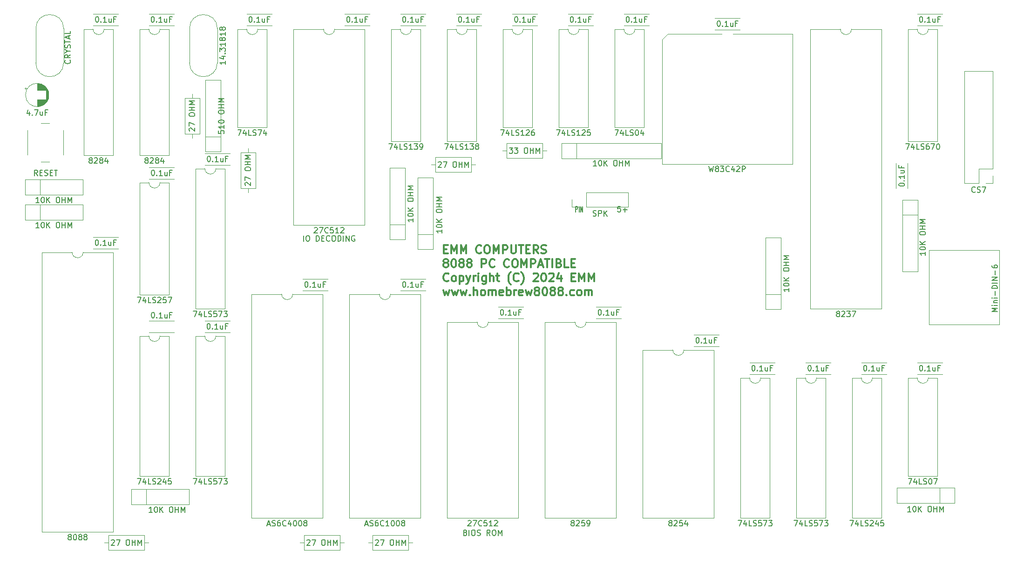
<source format=gbr>
G04 #@! TF.GenerationSoftware,KiCad,Pcbnew,(5.1.8)-1*
G04 #@! TF.CreationDate,2024-05-03T12:08:33-06:00*
G04 #@! TF.ProjectId,8088 PCB,38303838-2050-4434-922e-6b696361645f,rev?*
G04 #@! TF.SameCoordinates,Original*
G04 #@! TF.FileFunction,Legend,Top*
G04 #@! TF.FilePolarity,Positive*
%FSLAX46Y46*%
G04 Gerber Fmt 4.6, Leading zero omitted, Abs format (unit mm)*
G04 Created by KiCad (PCBNEW (5.1.8)-1) date 2024-05-03 12:08:33*
%MOMM*%
%LPD*%
G01*
G04 APERTURE LIST*
%ADD10C,0.300000*%
%ADD11C,0.150000*%
%ADD12C,0.120000*%
G04 APERTURE END LIST*
D10*
X135172142Y-81919857D02*
X135672142Y-81919857D01*
X135886428Y-82705571D02*
X135172142Y-82705571D01*
X135172142Y-81205571D01*
X135886428Y-81205571D01*
X136529285Y-82705571D02*
X136529285Y-81205571D01*
X137029285Y-82277000D01*
X137529285Y-81205571D01*
X137529285Y-82705571D01*
X138243571Y-82705571D02*
X138243571Y-81205571D01*
X138743571Y-82277000D01*
X139243571Y-81205571D01*
X139243571Y-82705571D01*
X141957857Y-82562714D02*
X141886428Y-82634142D01*
X141672142Y-82705571D01*
X141529285Y-82705571D01*
X141315000Y-82634142D01*
X141172142Y-82491285D01*
X141100714Y-82348428D01*
X141029285Y-82062714D01*
X141029285Y-81848428D01*
X141100714Y-81562714D01*
X141172142Y-81419857D01*
X141315000Y-81277000D01*
X141529285Y-81205571D01*
X141672142Y-81205571D01*
X141886428Y-81277000D01*
X141957857Y-81348428D01*
X142886428Y-81205571D02*
X143172142Y-81205571D01*
X143315000Y-81277000D01*
X143457857Y-81419857D01*
X143529285Y-81705571D01*
X143529285Y-82205571D01*
X143457857Y-82491285D01*
X143315000Y-82634142D01*
X143172142Y-82705571D01*
X142886428Y-82705571D01*
X142743571Y-82634142D01*
X142600714Y-82491285D01*
X142529285Y-82205571D01*
X142529285Y-81705571D01*
X142600714Y-81419857D01*
X142743571Y-81277000D01*
X142886428Y-81205571D01*
X144172142Y-82705571D02*
X144172142Y-81205571D01*
X144672142Y-82277000D01*
X145172142Y-81205571D01*
X145172142Y-82705571D01*
X145886428Y-82705571D02*
X145886428Y-81205571D01*
X146457857Y-81205571D01*
X146600714Y-81277000D01*
X146672142Y-81348428D01*
X146743571Y-81491285D01*
X146743571Y-81705571D01*
X146672142Y-81848428D01*
X146600714Y-81919857D01*
X146457857Y-81991285D01*
X145886428Y-81991285D01*
X147386428Y-81205571D02*
X147386428Y-82419857D01*
X147457857Y-82562714D01*
X147529285Y-82634142D01*
X147672142Y-82705571D01*
X147957857Y-82705571D01*
X148100714Y-82634142D01*
X148172142Y-82562714D01*
X148243571Y-82419857D01*
X148243571Y-81205571D01*
X148743571Y-81205571D02*
X149600714Y-81205571D01*
X149172142Y-82705571D02*
X149172142Y-81205571D01*
X150100714Y-81919857D02*
X150600714Y-81919857D01*
X150815000Y-82705571D02*
X150100714Y-82705571D01*
X150100714Y-81205571D01*
X150815000Y-81205571D01*
X152315000Y-82705571D02*
X151815000Y-81991285D01*
X151457857Y-82705571D02*
X151457857Y-81205571D01*
X152029285Y-81205571D01*
X152172142Y-81277000D01*
X152243571Y-81348428D01*
X152315000Y-81491285D01*
X152315000Y-81705571D01*
X152243571Y-81848428D01*
X152172142Y-81919857D01*
X152029285Y-81991285D01*
X151457857Y-81991285D01*
X152886428Y-82634142D02*
X153100714Y-82705571D01*
X153457857Y-82705571D01*
X153600714Y-82634142D01*
X153672142Y-82562714D01*
X153743571Y-82419857D01*
X153743571Y-82277000D01*
X153672142Y-82134142D01*
X153600714Y-82062714D01*
X153457857Y-81991285D01*
X153172142Y-81919857D01*
X153029285Y-81848428D01*
X152957857Y-81777000D01*
X152886428Y-81634142D01*
X152886428Y-81491285D01*
X152957857Y-81348428D01*
X153029285Y-81277000D01*
X153172142Y-81205571D01*
X153529285Y-81205571D01*
X153743571Y-81277000D01*
X135386428Y-84398428D02*
X135243571Y-84327000D01*
X135172142Y-84255571D01*
X135100714Y-84112714D01*
X135100714Y-84041285D01*
X135172142Y-83898428D01*
X135243571Y-83827000D01*
X135386428Y-83755571D01*
X135672142Y-83755571D01*
X135815000Y-83827000D01*
X135886428Y-83898428D01*
X135957857Y-84041285D01*
X135957857Y-84112714D01*
X135886428Y-84255571D01*
X135815000Y-84327000D01*
X135672142Y-84398428D01*
X135386428Y-84398428D01*
X135243571Y-84469857D01*
X135172142Y-84541285D01*
X135100714Y-84684142D01*
X135100714Y-84969857D01*
X135172142Y-85112714D01*
X135243571Y-85184142D01*
X135386428Y-85255571D01*
X135672142Y-85255571D01*
X135815000Y-85184142D01*
X135886428Y-85112714D01*
X135957857Y-84969857D01*
X135957857Y-84684142D01*
X135886428Y-84541285D01*
X135815000Y-84469857D01*
X135672142Y-84398428D01*
X136886428Y-83755571D02*
X137029285Y-83755571D01*
X137172142Y-83827000D01*
X137243571Y-83898428D01*
X137315000Y-84041285D01*
X137386428Y-84327000D01*
X137386428Y-84684142D01*
X137315000Y-84969857D01*
X137243571Y-85112714D01*
X137172142Y-85184142D01*
X137029285Y-85255571D01*
X136886428Y-85255571D01*
X136743571Y-85184142D01*
X136672142Y-85112714D01*
X136600714Y-84969857D01*
X136529285Y-84684142D01*
X136529285Y-84327000D01*
X136600714Y-84041285D01*
X136672142Y-83898428D01*
X136743571Y-83827000D01*
X136886428Y-83755571D01*
X138243571Y-84398428D02*
X138100714Y-84327000D01*
X138029285Y-84255571D01*
X137957857Y-84112714D01*
X137957857Y-84041285D01*
X138029285Y-83898428D01*
X138100714Y-83827000D01*
X138243571Y-83755571D01*
X138529285Y-83755571D01*
X138672142Y-83827000D01*
X138743571Y-83898428D01*
X138815000Y-84041285D01*
X138815000Y-84112714D01*
X138743571Y-84255571D01*
X138672142Y-84327000D01*
X138529285Y-84398428D01*
X138243571Y-84398428D01*
X138100714Y-84469857D01*
X138029285Y-84541285D01*
X137957857Y-84684142D01*
X137957857Y-84969857D01*
X138029285Y-85112714D01*
X138100714Y-85184142D01*
X138243571Y-85255571D01*
X138529285Y-85255571D01*
X138672142Y-85184142D01*
X138743571Y-85112714D01*
X138815000Y-84969857D01*
X138815000Y-84684142D01*
X138743571Y-84541285D01*
X138672142Y-84469857D01*
X138529285Y-84398428D01*
X139672142Y-84398428D02*
X139529285Y-84327000D01*
X139457857Y-84255571D01*
X139386428Y-84112714D01*
X139386428Y-84041285D01*
X139457857Y-83898428D01*
X139529285Y-83827000D01*
X139672142Y-83755571D01*
X139957857Y-83755571D01*
X140100714Y-83827000D01*
X140172142Y-83898428D01*
X140243571Y-84041285D01*
X140243571Y-84112714D01*
X140172142Y-84255571D01*
X140100714Y-84327000D01*
X139957857Y-84398428D01*
X139672142Y-84398428D01*
X139529285Y-84469857D01*
X139457857Y-84541285D01*
X139386428Y-84684142D01*
X139386428Y-84969857D01*
X139457857Y-85112714D01*
X139529285Y-85184142D01*
X139672142Y-85255571D01*
X139957857Y-85255571D01*
X140100714Y-85184142D01*
X140172142Y-85112714D01*
X140243571Y-84969857D01*
X140243571Y-84684142D01*
X140172142Y-84541285D01*
X140100714Y-84469857D01*
X139957857Y-84398428D01*
X142029285Y-85255571D02*
X142029285Y-83755571D01*
X142600714Y-83755571D01*
X142743571Y-83827000D01*
X142815000Y-83898428D01*
X142886428Y-84041285D01*
X142886428Y-84255571D01*
X142815000Y-84398428D01*
X142743571Y-84469857D01*
X142600714Y-84541285D01*
X142029285Y-84541285D01*
X144386428Y-85112714D02*
X144315000Y-85184142D01*
X144100714Y-85255571D01*
X143957857Y-85255571D01*
X143743571Y-85184142D01*
X143600714Y-85041285D01*
X143529285Y-84898428D01*
X143457857Y-84612714D01*
X143457857Y-84398428D01*
X143529285Y-84112714D01*
X143600714Y-83969857D01*
X143743571Y-83827000D01*
X143957857Y-83755571D01*
X144100714Y-83755571D01*
X144315000Y-83827000D01*
X144386428Y-83898428D01*
X147029285Y-85112714D02*
X146957857Y-85184142D01*
X146743571Y-85255571D01*
X146600714Y-85255571D01*
X146386428Y-85184142D01*
X146243571Y-85041285D01*
X146172142Y-84898428D01*
X146100714Y-84612714D01*
X146100714Y-84398428D01*
X146172142Y-84112714D01*
X146243571Y-83969857D01*
X146386428Y-83827000D01*
X146600714Y-83755571D01*
X146743571Y-83755571D01*
X146957857Y-83827000D01*
X147029285Y-83898428D01*
X147957857Y-83755571D02*
X148243571Y-83755571D01*
X148386428Y-83827000D01*
X148529285Y-83969857D01*
X148600714Y-84255571D01*
X148600714Y-84755571D01*
X148529285Y-85041285D01*
X148386428Y-85184142D01*
X148243571Y-85255571D01*
X147957857Y-85255571D01*
X147815000Y-85184142D01*
X147672142Y-85041285D01*
X147600714Y-84755571D01*
X147600714Y-84255571D01*
X147672142Y-83969857D01*
X147815000Y-83827000D01*
X147957857Y-83755571D01*
X149243571Y-85255571D02*
X149243571Y-83755571D01*
X149743571Y-84827000D01*
X150243571Y-83755571D01*
X150243571Y-85255571D01*
X150957857Y-85255571D02*
X150957857Y-83755571D01*
X151529285Y-83755571D01*
X151672142Y-83827000D01*
X151743571Y-83898428D01*
X151815000Y-84041285D01*
X151815000Y-84255571D01*
X151743571Y-84398428D01*
X151672142Y-84469857D01*
X151529285Y-84541285D01*
X150957857Y-84541285D01*
X152386428Y-84827000D02*
X153100714Y-84827000D01*
X152243571Y-85255571D02*
X152743571Y-83755571D01*
X153243571Y-85255571D01*
X153529285Y-83755571D02*
X154386428Y-83755571D01*
X153957857Y-85255571D02*
X153957857Y-83755571D01*
X154886428Y-85255571D02*
X154886428Y-83755571D01*
X156100714Y-84469857D02*
X156315000Y-84541285D01*
X156386428Y-84612714D01*
X156457857Y-84755571D01*
X156457857Y-84969857D01*
X156386428Y-85112714D01*
X156315000Y-85184142D01*
X156172142Y-85255571D01*
X155600714Y-85255571D01*
X155600714Y-83755571D01*
X156100714Y-83755571D01*
X156243571Y-83827000D01*
X156315000Y-83898428D01*
X156386428Y-84041285D01*
X156386428Y-84184142D01*
X156315000Y-84327000D01*
X156243571Y-84398428D01*
X156100714Y-84469857D01*
X155600714Y-84469857D01*
X157815000Y-85255571D02*
X157100714Y-85255571D01*
X157100714Y-83755571D01*
X158315000Y-84469857D02*
X158815000Y-84469857D01*
X159029285Y-85255571D02*
X158315000Y-85255571D01*
X158315000Y-83755571D01*
X159029285Y-83755571D01*
X136029285Y-87662714D02*
X135957857Y-87734142D01*
X135743571Y-87805571D01*
X135600714Y-87805571D01*
X135386428Y-87734142D01*
X135243571Y-87591285D01*
X135172142Y-87448428D01*
X135100714Y-87162714D01*
X135100714Y-86948428D01*
X135172142Y-86662714D01*
X135243571Y-86519857D01*
X135386428Y-86377000D01*
X135600714Y-86305571D01*
X135743571Y-86305571D01*
X135957857Y-86377000D01*
X136029285Y-86448428D01*
X136886428Y-87805571D02*
X136743571Y-87734142D01*
X136672142Y-87662714D01*
X136600714Y-87519857D01*
X136600714Y-87091285D01*
X136672142Y-86948428D01*
X136743571Y-86877000D01*
X136886428Y-86805571D01*
X137100714Y-86805571D01*
X137243571Y-86877000D01*
X137315000Y-86948428D01*
X137386428Y-87091285D01*
X137386428Y-87519857D01*
X137315000Y-87662714D01*
X137243571Y-87734142D01*
X137100714Y-87805571D01*
X136886428Y-87805571D01*
X138029285Y-86805571D02*
X138029285Y-88305571D01*
X138029285Y-86877000D02*
X138172142Y-86805571D01*
X138457857Y-86805571D01*
X138600714Y-86877000D01*
X138672142Y-86948428D01*
X138743571Y-87091285D01*
X138743571Y-87519857D01*
X138672142Y-87662714D01*
X138600714Y-87734142D01*
X138457857Y-87805571D01*
X138172142Y-87805571D01*
X138029285Y-87734142D01*
X139243571Y-86805571D02*
X139600714Y-87805571D01*
X139957857Y-86805571D02*
X139600714Y-87805571D01*
X139457857Y-88162714D01*
X139386428Y-88234142D01*
X139243571Y-88305571D01*
X140529285Y-87805571D02*
X140529285Y-86805571D01*
X140529285Y-87091285D02*
X140600714Y-86948428D01*
X140672142Y-86877000D01*
X140815000Y-86805571D01*
X140957857Y-86805571D01*
X141457857Y-87805571D02*
X141457857Y-86805571D01*
X141457857Y-86305571D02*
X141386428Y-86377000D01*
X141457857Y-86448428D01*
X141529285Y-86377000D01*
X141457857Y-86305571D01*
X141457857Y-86448428D01*
X142815000Y-86805571D02*
X142815000Y-88019857D01*
X142743571Y-88162714D01*
X142672142Y-88234142D01*
X142529285Y-88305571D01*
X142315000Y-88305571D01*
X142172142Y-88234142D01*
X142815000Y-87734142D02*
X142672142Y-87805571D01*
X142386428Y-87805571D01*
X142243571Y-87734142D01*
X142172142Y-87662714D01*
X142100714Y-87519857D01*
X142100714Y-87091285D01*
X142172142Y-86948428D01*
X142243571Y-86877000D01*
X142386428Y-86805571D01*
X142672142Y-86805571D01*
X142815000Y-86877000D01*
X143529285Y-87805571D02*
X143529285Y-86305571D01*
X144172142Y-87805571D02*
X144172142Y-87019857D01*
X144100714Y-86877000D01*
X143957857Y-86805571D01*
X143743571Y-86805571D01*
X143600714Y-86877000D01*
X143529285Y-86948428D01*
X144672142Y-86805571D02*
X145243571Y-86805571D01*
X144886428Y-86305571D02*
X144886428Y-87591285D01*
X144957857Y-87734142D01*
X145100714Y-87805571D01*
X145243571Y-87805571D01*
X147315000Y-88377000D02*
X147243571Y-88305571D01*
X147100714Y-88091285D01*
X147029285Y-87948428D01*
X146957857Y-87734142D01*
X146886428Y-87377000D01*
X146886428Y-87091285D01*
X146957857Y-86734142D01*
X147029285Y-86519857D01*
X147100714Y-86377000D01*
X147243571Y-86162714D01*
X147315000Y-86091285D01*
X148743571Y-87662714D02*
X148672142Y-87734142D01*
X148457857Y-87805571D01*
X148315000Y-87805571D01*
X148100714Y-87734142D01*
X147957857Y-87591285D01*
X147886428Y-87448428D01*
X147815000Y-87162714D01*
X147815000Y-86948428D01*
X147886428Y-86662714D01*
X147957857Y-86519857D01*
X148100714Y-86377000D01*
X148315000Y-86305571D01*
X148457857Y-86305571D01*
X148672142Y-86377000D01*
X148743571Y-86448428D01*
X149243571Y-88377000D02*
X149315000Y-88305571D01*
X149457857Y-88091285D01*
X149529285Y-87948428D01*
X149600714Y-87734142D01*
X149672142Y-87377000D01*
X149672142Y-87091285D01*
X149600714Y-86734142D01*
X149529285Y-86519857D01*
X149457857Y-86377000D01*
X149315000Y-86162714D01*
X149243571Y-86091285D01*
X151457857Y-86448428D02*
X151529285Y-86377000D01*
X151672142Y-86305571D01*
X152029285Y-86305571D01*
X152172142Y-86377000D01*
X152243571Y-86448428D01*
X152315000Y-86591285D01*
X152315000Y-86734142D01*
X152243571Y-86948428D01*
X151386428Y-87805571D01*
X152315000Y-87805571D01*
X153243571Y-86305571D02*
X153386428Y-86305571D01*
X153529285Y-86377000D01*
X153600714Y-86448428D01*
X153672142Y-86591285D01*
X153743571Y-86877000D01*
X153743571Y-87234142D01*
X153672142Y-87519857D01*
X153600714Y-87662714D01*
X153529285Y-87734142D01*
X153386428Y-87805571D01*
X153243571Y-87805571D01*
X153100714Y-87734142D01*
X153029285Y-87662714D01*
X152957857Y-87519857D01*
X152886428Y-87234142D01*
X152886428Y-86877000D01*
X152957857Y-86591285D01*
X153029285Y-86448428D01*
X153100714Y-86377000D01*
X153243571Y-86305571D01*
X154315000Y-86448428D02*
X154386428Y-86377000D01*
X154529285Y-86305571D01*
X154886428Y-86305571D01*
X155029285Y-86377000D01*
X155100714Y-86448428D01*
X155172142Y-86591285D01*
X155172142Y-86734142D01*
X155100714Y-86948428D01*
X154243571Y-87805571D01*
X155172142Y-87805571D01*
X156457857Y-86805571D02*
X156457857Y-87805571D01*
X156100714Y-86234142D02*
X155743571Y-87305571D01*
X156672142Y-87305571D01*
X158386428Y-87019857D02*
X158886428Y-87019857D01*
X159100714Y-87805571D02*
X158386428Y-87805571D01*
X158386428Y-86305571D01*
X159100714Y-86305571D01*
X159743571Y-87805571D02*
X159743571Y-86305571D01*
X160243571Y-87377000D01*
X160743571Y-86305571D01*
X160743571Y-87805571D01*
X161457857Y-87805571D02*
X161457857Y-86305571D01*
X161957857Y-87377000D01*
X162457857Y-86305571D01*
X162457857Y-87805571D01*
X135029285Y-89355571D02*
X135315000Y-90355571D01*
X135600714Y-89641285D01*
X135886428Y-90355571D01*
X136172142Y-89355571D01*
X136600714Y-89355571D02*
X136886428Y-90355571D01*
X137172142Y-89641285D01*
X137457857Y-90355571D01*
X137743571Y-89355571D01*
X138172142Y-89355571D02*
X138457857Y-90355571D01*
X138743571Y-89641285D01*
X139029285Y-90355571D01*
X139315000Y-89355571D01*
X139886428Y-90212714D02*
X139957857Y-90284142D01*
X139886428Y-90355571D01*
X139815000Y-90284142D01*
X139886428Y-90212714D01*
X139886428Y-90355571D01*
X140600714Y-90355571D02*
X140600714Y-88855571D01*
X141243571Y-90355571D02*
X141243571Y-89569857D01*
X141172142Y-89427000D01*
X141029285Y-89355571D01*
X140815000Y-89355571D01*
X140672142Y-89427000D01*
X140600714Y-89498428D01*
X142172142Y-90355571D02*
X142029285Y-90284142D01*
X141957857Y-90212714D01*
X141886428Y-90069857D01*
X141886428Y-89641285D01*
X141957857Y-89498428D01*
X142029285Y-89427000D01*
X142172142Y-89355571D01*
X142386428Y-89355571D01*
X142529285Y-89427000D01*
X142600714Y-89498428D01*
X142672142Y-89641285D01*
X142672142Y-90069857D01*
X142600714Y-90212714D01*
X142529285Y-90284142D01*
X142386428Y-90355571D01*
X142172142Y-90355571D01*
X143315000Y-90355571D02*
X143315000Y-89355571D01*
X143315000Y-89498428D02*
X143386428Y-89427000D01*
X143529285Y-89355571D01*
X143743571Y-89355571D01*
X143886428Y-89427000D01*
X143957857Y-89569857D01*
X143957857Y-90355571D01*
X143957857Y-89569857D02*
X144029285Y-89427000D01*
X144172142Y-89355571D01*
X144386428Y-89355571D01*
X144529285Y-89427000D01*
X144600714Y-89569857D01*
X144600714Y-90355571D01*
X145886428Y-90284142D02*
X145743571Y-90355571D01*
X145457857Y-90355571D01*
X145315000Y-90284142D01*
X145243571Y-90141285D01*
X145243571Y-89569857D01*
X145315000Y-89427000D01*
X145457857Y-89355571D01*
X145743571Y-89355571D01*
X145886428Y-89427000D01*
X145957857Y-89569857D01*
X145957857Y-89712714D01*
X145243571Y-89855571D01*
X146600714Y-90355571D02*
X146600714Y-88855571D01*
X146600714Y-89427000D02*
X146743571Y-89355571D01*
X147029285Y-89355571D01*
X147172142Y-89427000D01*
X147243571Y-89498428D01*
X147315000Y-89641285D01*
X147315000Y-90069857D01*
X147243571Y-90212714D01*
X147172142Y-90284142D01*
X147029285Y-90355571D01*
X146743571Y-90355571D01*
X146600714Y-90284142D01*
X147957857Y-90355571D02*
X147957857Y-89355571D01*
X147957857Y-89641285D02*
X148029285Y-89498428D01*
X148100714Y-89427000D01*
X148243571Y-89355571D01*
X148386428Y-89355571D01*
X149457857Y-90284142D02*
X149315000Y-90355571D01*
X149029285Y-90355571D01*
X148886428Y-90284142D01*
X148815000Y-90141285D01*
X148815000Y-89569857D01*
X148886428Y-89427000D01*
X149029285Y-89355571D01*
X149315000Y-89355571D01*
X149457857Y-89427000D01*
X149529285Y-89569857D01*
X149529285Y-89712714D01*
X148815000Y-89855571D01*
X150029285Y-89355571D02*
X150315000Y-90355571D01*
X150600714Y-89641285D01*
X150886428Y-90355571D01*
X151172142Y-89355571D01*
X151957857Y-89498428D02*
X151815000Y-89427000D01*
X151743571Y-89355571D01*
X151672142Y-89212714D01*
X151672142Y-89141285D01*
X151743571Y-88998428D01*
X151815000Y-88927000D01*
X151957857Y-88855571D01*
X152243571Y-88855571D01*
X152386428Y-88927000D01*
X152457857Y-88998428D01*
X152529285Y-89141285D01*
X152529285Y-89212714D01*
X152457857Y-89355571D01*
X152386428Y-89427000D01*
X152243571Y-89498428D01*
X151957857Y-89498428D01*
X151815000Y-89569857D01*
X151743571Y-89641285D01*
X151672142Y-89784142D01*
X151672142Y-90069857D01*
X151743571Y-90212714D01*
X151815000Y-90284142D01*
X151957857Y-90355571D01*
X152243571Y-90355571D01*
X152386428Y-90284142D01*
X152457857Y-90212714D01*
X152529285Y-90069857D01*
X152529285Y-89784142D01*
X152457857Y-89641285D01*
X152386428Y-89569857D01*
X152243571Y-89498428D01*
X153457857Y-88855571D02*
X153600714Y-88855571D01*
X153743571Y-88927000D01*
X153815000Y-88998428D01*
X153886428Y-89141285D01*
X153957857Y-89427000D01*
X153957857Y-89784142D01*
X153886428Y-90069857D01*
X153815000Y-90212714D01*
X153743571Y-90284142D01*
X153600714Y-90355571D01*
X153457857Y-90355571D01*
X153315000Y-90284142D01*
X153243571Y-90212714D01*
X153172142Y-90069857D01*
X153100714Y-89784142D01*
X153100714Y-89427000D01*
X153172142Y-89141285D01*
X153243571Y-88998428D01*
X153315000Y-88927000D01*
X153457857Y-88855571D01*
X154815000Y-89498428D02*
X154672142Y-89427000D01*
X154600714Y-89355571D01*
X154529285Y-89212714D01*
X154529285Y-89141285D01*
X154600714Y-88998428D01*
X154672142Y-88927000D01*
X154815000Y-88855571D01*
X155100714Y-88855571D01*
X155243571Y-88927000D01*
X155315000Y-88998428D01*
X155386428Y-89141285D01*
X155386428Y-89212714D01*
X155315000Y-89355571D01*
X155243571Y-89427000D01*
X155100714Y-89498428D01*
X154815000Y-89498428D01*
X154672142Y-89569857D01*
X154600714Y-89641285D01*
X154529285Y-89784142D01*
X154529285Y-90069857D01*
X154600714Y-90212714D01*
X154672142Y-90284142D01*
X154815000Y-90355571D01*
X155100714Y-90355571D01*
X155243571Y-90284142D01*
X155315000Y-90212714D01*
X155386428Y-90069857D01*
X155386428Y-89784142D01*
X155315000Y-89641285D01*
X155243571Y-89569857D01*
X155100714Y-89498428D01*
X156243571Y-89498428D02*
X156100714Y-89427000D01*
X156029285Y-89355571D01*
X155957857Y-89212714D01*
X155957857Y-89141285D01*
X156029285Y-88998428D01*
X156100714Y-88927000D01*
X156243571Y-88855571D01*
X156529285Y-88855571D01*
X156672142Y-88927000D01*
X156743571Y-88998428D01*
X156815000Y-89141285D01*
X156815000Y-89212714D01*
X156743571Y-89355571D01*
X156672142Y-89427000D01*
X156529285Y-89498428D01*
X156243571Y-89498428D01*
X156100714Y-89569857D01*
X156029285Y-89641285D01*
X155957857Y-89784142D01*
X155957857Y-90069857D01*
X156029285Y-90212714D01*
X156100714Y-90284142D01*
X156243571Y-90355571D01*
X156529285Y-90355571D01*
X156672142Y-90284142D01*
X156743571Y-90212714D01*
X156815000Y-90069857D01*
X156815000Y-89784142D01*
X156743571Y-89641285D01*
X156672142Y-89569857D01*
X156529285Y-89498428D01*
X157457857Y-90212714D02*
X157529285Y-90284142D01*
X157457857Y-90355571D01*
X157386428Y-90284142D01*
X157457857Y-90212714D01*
X157457857Y-90355571D01*
X158815000Y-90284142D02*
X158672142Y-90355571D01*
X158386428Y-90355571D01*
X158243571Y-90284142D01*
X158172142Y-90212714D01*
X158100714Y-90069857D01*
X158100714Y-89641285D01*
X158172142Y-89498428D01*
X158243571Y-89427000D01*
X158386428Y-89355571D01*
X158672142Y-89355571D01*
X158815000Y-89427000D01*
X159672142Y-90355571D02*
X159529285Y-90284142D01*
X159457857Y-90212714D01*
X159386428Y-90069857D01*
X159386428Y-89641285D01*
X159457857Y-89498428D01*
X159529285Y-89427000D01*
X159672142Y-89355571D01*
X159886428Y-89355571D01*
X160029285Y-89427000D01*
X160100714Y-89498428D01*
X160172142Y-89641285D01*
X160172142Y-90069857D01*
X160100714Y-90212714D01*
X160029285Y-90284142D01*
X159886428Y-90355571D01*
X159672142Y-90355571D01*
X160815000Y-90355571D02*
X160815000Y-89355571D01*
X160815000Y-89498428D02*
X160886428Y-89427000D01*
X161029285Y-89355571D01*
X161243571Y-89355571D01*
X161386428Y-89427000D01*
X161457857Y-89569857D01*
X161457857Y-90355571D01*
X161457857Y-89569857D02*
X161529285Y-89427000D01*
X161672142Y-89355571D01*
X161886428Y-89355571D01*
X162029285Y-89427000D01*
X162100714Y-89569857D01*
X162100714Y-90355571D01*
D11*
X109657142Y-80462380D02*
X109657142Y-79462380D01*
X110323809Y-79462380D02*
X110514285Y-79462380D01*
X110609523Y-79510000D01*
X110704761Y-79605238D01*
X110752380Y-79795714D01*
X110752380Y-80129047D01*
X110704761Y-80319523D01*
X110609523Y-80414761D01*
X110514285Y-80462380D01*
X110323809Y-80462380D01*
X110228571Y-80414761D01*
X110133333Y-80319523D01*
X110085714Y-80129047D01*
X110085714Y-79795714D01*
X110133333Y-79605238D01*
X110228571Y-79510000D01*
X110323809Y-79462380D01*
X111942857Y-80462380D02*
X111942857Y-79462380D01*
X112180952Y-79462380D01*
X112323809Y-79510000D01*
X112419047Y-79605238D01*
X112466666Y-79700476D01*
X112514285Y-79890952D01*
X112514285Y-80033809D01*
X112466666Y-80224285D01*
X112419047Y-80319523D01*
X112323809Y-80414761D01*
X112180952Y-80462380D01*
X111942857Y-80462380D01*
X112942857Y-79938571D02*
X113276190Y-79938571D01*
X113419047Y-80462380D02*
X112942857Y-80462380D01*
X112942857Y-79462380D01*
X113419047Y-79462380D01*
X114419047Y-80367142D02*
X114371428Y-80414761D01*
X114228571Y-80462380D01*
X114133333Y-80462380D01*
X113990476Y-80414761D01*
X113895238Y-80319523D01*
X113847619Y-80224285D01*
X113800000Y-80033809D01*
X113800000Y-79890952D01*
X113847619Y-79700476D01*
X113895238Y-79605238D01*
X113990476Y-79510000D01*
X114133333Y-79462380D01*
X114228571Y-79462380D01*
X114371428Y-79510000D01*
X114419047Y-79557619D01*
X115038095Y-79462380D02*
X115228571Y-79462380D01*
X115323809Y-79510000D01*
X115419047Y-79605238D01*
X115466666Y-79795714D01*
X115466666Y-80129047D01*
X115419047Y-80319523D01*
X115323809Y-80414761D01*
X115228571Y-80462380D01*
X115038095Y-80462380D01*
X114942857Y-80414761D01*
X114847619Y-80319523D01*
X114800000Y-80129047D01*
X114800000Y-79795714D01*
X114847619Y-79605238D01*
X114942857Y-79510000D01*
X115038095Y-79462380D01*
X115895238Y-80462380D02*
X115895238Y-79462380D01*
X116133333Y-79462380D01*
X116276190Y-79510000D01*
X116371428Y-79605238D01*
X116419047Y-79700476D01*
X116466666Y-79890952D01*
X116466666Y-80033809D01*
X116419047Y-80224285D01*
X116371428Y-80319523D01*
X116276190Y-80414761D01*
X116133333Y-80462380D01*
X115895238Y-80462380D01*
X116895238Y-80462380D02*
X116895238Y-79462380D01*
X117371428Y-80462380D02*
X117371428Y-79462380D01*
X117942857Y-80462380D01*
X117942857Y-79462380D01*
X118942857Y-79510000D02*
X118847619Y-79462380D01*
X118704761Y-79462380D01*
X118561904Y-79510000D01*
X118466666Y-79605238D01*
X118419047Y-79700476D01*
X118371428Y-79890952D01*
X118371428Y-80033809D01*
X118419047Y-80224285D01*
X118466666Y-80319523D01*
X118561904Y-80414761D01*
X118704761Y-80462380D01*
X118800000Y-80462380D01*
X118942857Y-80414761D01*
X118990476Y-80367142D01*
X118990476Y-80033809D01*
X118800000Y-80033809D01*
X139097142Y-133532571D02*
X139240000Y-133580190D01*
X139287619Y-133627809D01*
X139335238Y-133723047D01*
X139335238Y-133865904D01*
X139287619Y-133961142D01*
X139240000Y-134008761D01*
X139144761Y-134056380D01*
X138763809Y-134056380D01*
X138763809Y-133056380D01*
X139097142Y-133056380D01*
X139192380Y-133104000D01*
X139240000Y-133151619D01*
X139287619Y-133246857D01*
X139287619Y-133342095D01*
X139240000Y-133437333D01*
X139192380Y-133484952D01*
X139097142Y-133532571D01*
X138763809Y-133532571D01*
X139763809Y-134056380D02*
X139763809Y-133056380D01*
X140430476Y-133056380D02*
X140620952Y-133056380D01*
X140716190Y-133104000D01*
X140811428Y-133199238D01*
X140859047Y-133389714D01*
X140859047Y-133723047D01*
X140811428Y-133913523D01*
X140716190Y-134008761D01*
X140620952Y-134056380D01*
X140430476Y-134056380D01*
X140335238Y-134008761D01*
X140240000Y-133913523D01*
X140192380Y-133723047D01*
X140192380Y-133389714D01*
X140240000Y-133199238D01*
X140335238Y-133104000D01*
X140430476Y-133056380D01*
X141240000Y-134008761D02*
X141382857Y-134056380D01*
X141620952Y-134056380D01*
X141716190Y-134008761D01*
X141763809Y-133961142D01*
X141811428Y-133865904D01*
X141811428Y-133770666D01*
X141763809Y-133675428D01*
X141716190Y-133627809D01*
X141620952Y-133580190D01*
X141430476Y-133532571D01*
X141335238Y-133484952D01*
X141287619Y-133437333D01*
X141240000Y-133342095D01*
X141240000Y-133246857D01*
X141287619Y-133151619D01*
X141335238Y-133104000D01*
X141430476Y-133056380D01*
X141668571Y-133056380D01*
X141811428Y-133104000D01*
X143573333Y-134056380D02*
X143240000Y-133580190D01*
X143001904Y-134056380D02*
X143001904Y-133056380D01*
X143382857Y-133056380D01*
X143478095Y-133104000D01*
X143525714Y-133151619D01*
X143573333Y-133246857D01*
X143573333Y-133389714D01*
X143525714Y-133484952D01*
X143478095Y-133532571D01*
X143382857Y-133580190D01*
X143001904Y-133580190D01*
X144192380Y-133056380D02*
X144382857Y-133056380D01*
X144478095Y-133104000D01*
X144573333Y-133199238D01*
X144620952Y-133389714D01*
X144620952Y-133723047D01*
X144573333Y-133913523D01*
X144478095Y-134008761D01*
X144382857Y-134056380D01*
X144192380Y-134056380D01*
X144097142Y-134008761D01*
X144001904Y-133913523D01*
X143954285Y-133723047D01*
X143954285Y-133389714D01*
X144001904Y-133199238D01*
X144097142Y-133104000D01*
X144192380Y-133056380D01*
X145049523Y-134056380D02*
X145049523Y-133056380D01*
X145382857Y-133770666D01*
X145716190Y-133056380D01*
X145716190Y-134056380D01*
X159115880Y-75128380D02*
X159115880Y-74128380D01*
X159357785Y-74128380D01*
X159418261Y-74176000D01*
X159448500Y-74223619D01*
X159478738Y-74318857D01*
X159478738Y-74461714D01*
X159448500Y-74556952D01*
X159418261Y-74604571D01*
X159357785Y-74652190D01*
X159115880Y-74652190D01*
X159750880Y-75128380D02*
X159750880Y-74128380D01*
X160053261Y-75128380D02*
X160053261Y-74128380D01*
X160416119Y-75128380D01*
X160416119Y-74128380D01*
X167259047Y-74128380D02*
X166782857Y-74128380D01*
X166735238Y-74604571D01*
X166782857Y-74556952D01*
X166878095Y-74509333D01*
X167116190Y-74509333D01*
X167211428Y-74556952D01*
X167259047Y-74604571D01*
X167306666Y-74699809D01*
X167306666Y-74937904D01*
X167259047Y-75033142D01*
X167211428Y-75080761D01*
X167116190Y-75128380D01*
X166878095Y-75128380D01*
X166782857Y-75080761D01*
X166735238Y-75033142D01*
X167735238Y-74747428D02*
X168497142Y-74747428D01*
X168116190Y-75128380D02*
X168116190Y-74366476D01*
D12*
G04 #@! TO.C,R12*
X159258000Y-62608000D02*
X159258000Y-65408000D01*
X174668000Y-62608000D02*
X156548000Y-62608000D01*
X174668000Y-65408000D02*
X174668000Y-62608000D01*
X156548000Y-65408000D02*
X174668000Y-65408000D01*
X156548000Y-62608000D02*
X156548000Y-65408000D01*
G04 #@! TO.C,R8*
X130426000Y-79248000D02*
X133226000Y-79248000D01*
X130426000Y-68918000D02*
X130426000Y-81958000D01*
X133226000Y-68918000D02*
X130426000Y-68918000D01*
X133226000Y-81958000D02*
X133226000Y-68918000D01*
X130426000Y-81958000D02*
X133226000Y-81958000D01*
G04 #@! TO.C,R10*
X125346000Y-80180000D02*
X128146000Y-80180000D01*
X128146000Y-80180000D02*
X128146000Y-67140000D01*
X128146000Y-67140000D02*
X125346000Y-67140000D01*
X125346000Y-67140000D02*
X125346000Y-80180000D01*
X125346000Y-77470000D02*
X128146000Y-77470000D01*
G04 #@! TO.C,J4*
X235010000Y-49470000D02*
X229810000Y-49470000D01*
X235010000Y-67310000D02*
X235010000Y-49470000D01*
X229810000Y-69910000D02*
X229810000Y-49470000D01*
X235010000Y-67310000D02*
X232410000Y-67310000D01*
X232410000Y-67310000D02*
X232410000Y-69910000D01*
X232410000Y-69910000D02*
X229810000Y-69910000D01*
X235010000Y-68580000D02*
X235010000Y-69910000D01*
X235010000Y-69910000D02*
X233680000Y-69910000D01*
G04 #@! TO.C,R17*
X193672000Y-90170000D02*
X196472000Y-90170000D01*
X193672000Y-79840000D02*
X193672000Y-92880000D01*
X196472000Y-79840000D02*
X193672000Y-79840000D01*
X196472000Y-92880000D02*
X196472000Y-79840000D01*
X193672000Y-92880000D02*
X196472000Y-92880000D01*
G04 #@! TO.C,R16*
X221364000Y-75692000D02*
X218564000Y-75692000D01*
X221364000Y-86022000D02*
X221364000Y-72982000D01*
X218564000Y-86022000D02*
X221364000Y-86022000D01*
X218564000Y-72982000D02*
X218564000Y-86022000D01*
X221364000Y-72982000D02*
X218564000Y-72982000D01*
G04 #@! TO.C,R14*
X81026000Y-125600000D02*
X81026000Y-128400000D01*
X88816000Y-125600000D02*
X78316000Y-125600000D01*
X88816000Y-128400000D02*
X88816000Y-125600000D01*
X78316000Y-128400000D02*
X88816000Y-128400000D01*
X78316000Y-125600000D02*
X78316000Y-128400000D01*
G04 #@! TO.C,R2*
X61722000Y-69212000D02*
X61722000Y-72012000D01*
X69512000Y-69212000D02*
X59012000Y-69212000D01*
X69512000Y-72012000D02*
X69512000Y-69212000D01*
X59012000Y-72012000D02*
X69512000Y-72012000D01*
X59012000Y-69212000D02*
X59012000Y-72012000D01*
G04 #@! TO.C,R1*
X61722000Y-73784000D02*
X61722000Y-76584000D01*
X69512000Y-73784000D02*
X59012000Y-73784000D01*
X69512000Y-76584000D02*
X69512000Y-73784000D01*
X59012000Y-76584000D02*
X69512000Y-76584000D01*
X59012000Y-73784000D02*
X59012000Y-76584000D01*
G04 #@! TO.C,R18*
X91818000Y-61468000D02*
X94618000Y-61468000D01*
X91818000Y-51138000D02*
X91818000Y-64178000D01*
X94618000Y-51138000D02*
X91818000Y-51138000D01*
X94618000Y-64178000D02*
X94618000Y-51138000D01*
X91818000Y-64178000D02*
X94618000Y-64178000D01*
G04 #@! TO.C,R13*
X145820000Y-64008000D02*
X146590000Y-64008000D01*
X153900000Y-64008000D02*
X153130000Y-64008000D01*
X146590000Y-65378000D02*
X153130000Y-65378000D01*
X146590000Y-62638000D02*
X146590000Y-65378000D01*
X153130000Y-62638000D02*
X146590000Y-62638000D01*
X153130000Y-65378000D02*
X153130000Y-62638000D01*
G04 #@! TO.C,R11*
X140946000Y-66548000D02*
X140176000Y-66548000D01*
X132866000Y-66548000D02*
X133636000Y-66548000D01*
X140176000Y-65178000D02*
X133636000Y-65178000D01*
X140176000Y-67918000D02*
X140176000Y-65178000D01*
X133636000Y-67918000D02*
X140176000Y-67918000D01*
X133636000Y-65178000D02*
X133636000Y-67918000D01*
G04 #@! TO.C,R9*
X81510000Y-135382000D02*
X80740000Y-135382000D01*
X73430000Y-135382000D02*
X74200000Y-135382000D01*
X80740000Y-134012000D02*
X74200000Y-134012000D01*
X80740000Y-136752000D02*
X80740000Y-134012000D01*
X74200000Y-136752000D02*
X80740000Y-136752000D01*
X74200000Y-134012000D02*
X74200000Y-136752000D01*
G04 #@! TO.C,R7*
X225298000Y-128146000D02*
X225298000Y-125346000D01*
X217508000Y-128146000D02*
X228008000Y-128146000D01*
X217508000Y-125346000D02*
X217508000Y-128146000D01*
X228008000Y-125346000D02*
X217508000Y-125346000D01*
X228008000Y-128146000D02*
X228008000Y-125346000D01*
G04 #@! TO.C,R6*
X117070000Y-135382000D02*
X116300000Y-135382000D01*
X108990000Y-135382000D02*
X109760000Y-135382000D01*
X116300000Y-134012000D02*
X109760000Y-134012000D01*
X116300000Y-136752000D02*
X116300000Y-134012000D01*
X109760000Y-136752000D02*
X116300000Y-136752000D01*
X109760000Y-134012000D02*
X109760000Y-136752000D01*
G04 #@! TO.C,R5*
X99568000Y-71604000D02*
X99568000Y-70834000D01*
X99568000Y-63524000D02*
X99568000Y-64294000D01*
X100938000Y-70834000D02*
X100938000Y-64294000D01*
X98198000Y-70834000D02*
X100938000Y-70834000D01*
X98198000Y-64294000D02*
X98198000Y-70834000D01*
X100938000Y-64294000D02*
X98198000Y-64294000D01*
G04 #@! TO.C,R4*
X89408000Y-53618000D02*
X89408000Y-54388000D01*
X89408000Y-61698000D02*
X89408000Y-60928000D01*
X88038000Y-54388000D02*
X88038000Y-60928000D01*
X90778000Y-54388000D02*
X88038000Y-54388000D01*
X90778000Y-60928000D02*
X90778000Y-54388000D01*
X88038000Y-60928000D02*
X90778000Y-60928000D01*
G04 #@! TO.C,R3*
X129516000Y-135382000D02*
X128746000Y-135382000D01*
X121436000Y-135382000D02*
X122206000Y-135382000D01*
X128746000Y-134012000D02*
X122206000Y-134012000D01*
X128746000Y-136752000D02*
X128746000Y-134012000D01*
X122206000Y-136752000D02*
X128746000Y-136752000D01*
X122206000Y-134012000D02*
X122206000Y-136752000D01*
G04 #@! TO.C,J3*
X158436000Y-74228000D02*
X158436000Y-72898000D01*
X159766000Y-74228000D02*
X158436000Y-74228000D01*
X161036000Y-74228000D02*
X161036000Y-71568000D01*
X161036000Y-71568000D02*
X168716000Y-71568000D01*
X161036000Y-74228000D02*
X168716000Y-74228000D01*
X168716000Y-74228000D02*
X168716000Y-71568000D01*
G04 #@! TO.C,C26*
X157790000Y-39077000D02*
X157790000Y-39062000D01*
X157790000Y-41202000D02*
X157790000Y-41187000D01*
X162330000Y-39077000D02*
X162330000Y-39062000D01*
X162330000Y-41202000D02*
X162330000Y-41187000D01*
X162330000Y-39062000D02*
X157790000Y-39062000D01*
X162330000Y-41202000D02*
X157790000Y-41202000D01*
G04 #@! TO.C,C25*
X147630000Y-39077000D02*
X147630000Y-39062000D01*
X147630000Y-41202000D02*
X147630000Y-41187000D01*
X152170000Y-39077000D02*
X152170000Y-39062000D01*
X152170000Y-41202000D02*
X152170000Y-41187000D01*
X152170000Y-39062000D02*
X147630000Y-39062000D01*
X152170000Y-41202000D02*
X147630000Y-41202000D01*
G04 #@! TO.C,C24*
X200970000Y-102577000D02*
X200970000Y-102562000D01*
X200970000Y-104702000D02*
X200970000Y-104687000D01*
X205510000Y-102577000D02*
X205510000Y-102562000D01*
X205510000Y-104702000D02*
X205510000Y-104687000D01*
X205510000Y-102562000D02*
X200970000Y-102562000D01*
X205510000Y-104702000D02*
X200970000Y-104702000D01*
G04 #@! TO.C,C23*
X211130000Y-102577000D02*
X211130000Y-102562000D01*
X211130000Y-104702000D02*
X211130000Y-104687000D01*
X215670000Y-102577000D02*
X215670000Y-102562000D01*
X215670000Y-104702000D02*
X215670000Y-104687000D01*
X215670000Y-102562000D02*
X211130000Y-102562000D01*
X215670000Y-104702000D02*
X211130000Y-104702000D01*
G04 #@! TO.C,C22*
X71430000Y-39077000D02*
X71430000Y-39062000D01*
X71430000Y-41202000D02*
X71430000Y-41187000D01*
X75970000Y-39077000D02*
X75970000Y-39062000D01*
X75970000Y-41202000D02*
X75970000Y-41187000D01*
X75970000Y-39062000D02*
X71430000Y-39062000D01*
X75970000Y-41202000D02*
X71430000Y-41202000D01*
G04 #@! TO.C,C21*
X167950000Y-39077000D02*
X167950000Y-39062000D01*
X167950000Y-41202000D02*
X167950000Y-41187000D01*
X172490000Y-39077000D02*
X172490000Y-39062000D01*
X172490000Y-41202000D02*
X172490000Y-41187000D01*
X172490000Y-39062000D02*
X167950000Y-39062000D01*
X172490000Y-41202000D02*
X167950000Y-41202000D01*
G04 #@! TO.C,C20*
X221290000Y-102577000D02*
X221290000Y-102562000D01*
X221290000Y-104702000D02*
X221290000Y-104687000D01*
X225830000Y-102577000D02*
X225830000Y-102562000D01*
X225830000Y-104702000D02*
X225830000Y-104687000D01*
X225830000Y-102562000D02*
X221290000Y-102562000D01*
X225830000Y-104702000D02*
X221290000Y-104702000D01*
G04 #@! TO.C,C19*
X184460000Y-39839000D02*
X184460000Y-39824000D01*
X184460000Y-41964000D02*
X184460000Y-41949000D01*
X189000000Y-39839000D02*
X189000000Y-39824000D01*
X189000000Y-41964000D02*
X189000000Y-41949000D01*
X189000000Y-39824000D02*
X184460000Y-39824000D01*
X189000000Y-41964000D02*
X184460000Y-41964000D01*
G04 #@! TO.C,C18*
X99370000Y-39077000D02*
X99370000Y-39062000D01*
X99370000Y-41202000D02*
X99370000Y-41187000D01*
X103910000Y-39077000D02*
X103910000Y-39062000D01*
X103910000Y-41202000D02*
X103910000Y-41187000D01*
X103910000Y-39062000D02*
X99370000Y-39062000D01*
X103910000Y-41202000D02*
X99370000Y-41202000D01*
G04 #@! TO.C,C17*
X81590000Y-39077000D02*
X81590000Y-39062000D01*
X81590000Y-41202000D02*
X81590000Y-41187000D01*
X86130000Y-39077000D02*
X86130000Y-39062000D01*
X86130000Y-41202000D02*
X86130000Y-41187000D01*
X86130000Y-39062000D02*
X81590000Y-39062000D01*
X86130000Y-41202000D02*
X81590000Y-41202000D01*
G04 #@! TO.C,C16*
X137470000Y-39077000D02*
X137470000Y-39062000D01*
X137470000Y-41202000D02*
X137470000Y-41187000D01*
X142010000Y-39077000D02*
X142010000Y-39062000D01*
X142010000Y-41202000D02*
X142010000Y-41187000D01*
X142010000Y-39062000D02*
X137470000Y-39062000D01*
X142010000Y-41202000D02*
X137470000Y-41202000D01*
G04 #@! TO.C,C15*
X145090000Y-92417000D02*
X145090000Y-92402000D01*
X145090000Y-94542000D02*
X145090000Y-94527000D01*
X149630000Y-92417000D02*
X149630000Y-92402000D01*
X149630000Y-94542000D02*
X149630000Y-94527000D01*
X149630000Y-92402000D02*
X145090000Y-92402000D01*
X149630000Y-94542000D02*
X145090000Y-94542000D01*
G04 #@! TO.C,C14*
X127310000Y-87337000D02*
X127310000Y-87322000D01*
X127310000Y-89462000D02*
X127310000Y-89447000D01*
X131850000Y-87337000D02*
X131850000Y-87322000D01*
X131850000Y-89462000D02*
X131850000Y-89447000D01*
X131850000Y-87322000D02*
X127310000Y-87322000D01*
X131850000Y-89462000D02*
X127310000Y-89462000D01*
G04 #@! TO.C,C13*
X109530000Y-87337000D02*
X109530000Y-87322000D01*
X109530000Y-89462000D02*
X109530000Y-89447000D01*
X114070000Y-87337000D02*
X114070000Y-87322000D01*
X114070000Y-89462000D02*
X114070000Y-89447000D01*
X114070000Y-87322000D02*
X109530000Y-87322000D01*
X114070000Y-89462000D02*
X109530000Y-89462000D01*
G04 #@! TO.C,C12*
X127310000Y-39077000D02*
X127310000Y-39062000D01*
X127310000Y-41202000D02*
X127310000Y-41187000D01*
X131850000Y-39077000D02*
X131850000Y-39062000D01*
X131850000Y-41202000D02*
X131850000Y-41187000D01*
X131850000Y-39062000D02*
X127310000Y-39062000D01*
X131850000Y-41202000D02*
X127310000Y-41202000D01*
G04 #@! TO.C,C11*
X190810000Y-102577000D02*
X190810000Y-102562000D01*
X190810000Y-104702000D02*
X190810000Y-104687000D01*
X195350000Y-102577000D02*
X195350000Y-102562000D01*
X195350000Y-104702000D02*
X195350000Y-104687000D01*
X195350000Y-102562000D02*
X190810000Y-102562000D01*
X195350000Y-104702000D02*
X190810000Y-104702000D01*
G04 #@! TO.C,C10*
X217385000Y-70810000D02*
X217370000Y-70810000D01*
X219510000Y-70810000D02*
X219495000Y-70810000D01*
X217385000Y-66270000D02*
X217370000Y-66270000D01*
X219510000Y-66270000D02*
X219495000Y-66270000D01*
X217370000Y-66270000D02*
X217370000Y-70810000D01*
X219510000Y-66270000D02*
X219510000Y-70810000D01*
G04 #@! TO.C,C9*
X117150000Y-39077000D02*
X117150000Y-39062000D01*
X117150000Y-41202000D02*
X117150000Y-41187000D01*
X121690000Y-39077000D02*
X121690000Y-39062000D01*
X121690000Y-41202000D02*
X121690000Y-41187000D01*
X121690000Y-39062000D02*
X117150000Y-39062000D01*
X121690000Y-41202000D02*
X117150000Y-41202000D01*
G04 #@! TO.C,C8*
X81590000Y-67017000D02*
X81590000Y-67002000D01*
X81590000Y-69142000D02*
X81590000Y-69127000D01*
X86130000Y-67017000D02*
X86130000Y-67002000D01*
X86130000Y-69142000D02*
X86130000Y-69127000D01*
X86130000Y-67002000D02*
X81590000Y-67002000D01*
X86130000Y-69142000D02*
X81590000Y-69142000D01*
G04 #@! TO.C,C7*
X221290000Y-39077000D02*
X221290000Y-39062000D01*
X221290000Y-41202000D02*
X221290000Y-41187000D01*
X225830000Y-39077000D02*
X225830000Y-39062000D01*
X225830000Y-41202000D02*
X225830000Y-41187000D01*
X225830000Y-39062000D02*
X221290000Y-39062000D01*
X225830000Y-41202000D02*
X221290000Y-41202000D01*
G04 #@! TO.C,C6*
X162870000Y-92417000D02*
X162870000Y-92402000D01*
X162870000Y-94542000D02*
X162870000Y-94527000D01*
X167410000Y-92417000D02*
X167410000Y-92402000D01*
X167410000Y-94542000D02*
X167410000Y-94527000D01*
X167410000Y-92402000D02*
X162870000Y-92402000D01*
X167410000Y-94542000D02*
X162870000Y-94542000D01*
G04 #@! TO.C,C5*
X180650000Y-97497000D02*
X180650000Y-97482000D01*
X180650000Y-99622000D02*
X180650000Y-99607000D01*
X185190000Y-97497000D02*
X185190000Y-97482000D01*
X185190000Y-99622000D02*
X185190000Y-99607000D01*
X185190000Y-97482000D02*
X180650000Y-97482000D01*
X185190000Y-99622000D02*
X180650000Y-99622000D01*
G04 #@! TO.C,C4*
X81590000Y-94957000D02*
X81590000Y-94942000D01*
X81590000Y-97082000D02*
X81590000Y-97067000D01*
X86130000Y-94957000D02*
X86130000Y-94942000D01*
X86130000Y-97082000D02*
X86130000Y-97067000D01*
X86130000Y-94942000D02*
X81590000Y-94942000D01*
X86130000Y-97082000D02*
X81590000Y-97082000D01*
G04 #@! TO.C,C3*
X91750000Y-64477000D02*
X91750000Y-64462000D01*
X91750000Y-66602000D02*
X91750000Y-66587000D01*
X96290000Y-64477000D02*
X96290000Y-64462000D01*
X96290000Y-66602000D02*
X96290000Y-66587000D01*
X96290000Y-64462000D02*
X91750000Y-64462000D01*
X96290000Y-66602000D02*
X91750000Y-66602000D01*
G04 #@! TO.C,C2*
X91750000Y-94957000D02*
X91750000Y-94942000D01*
X91750000Y-97082000D02*
X91750000Y-97067000D01*
X96290000Y-94957000D02*
X96290000Y-94942000D01*
X96290000Y-97082000D02*
X96290000Y-97067000D01*
X96290000Y-94942000D02*
X91750000Y-94942000D01*
X96290000Y-97082000D02*
X91750000Y-97082000D01*
G04 #@! TO.C,C1*
X71430000Y-79717000D02*
X71430000Y-79702000D01*
X71430000Y-81842000D02*
X71430000Y-81827000D01*
X75970000Y-79717000D02*
X75970000Y-79702000D01*
X75970000Y-81842000D02*
X75970000Y-81827000D01*
X75970000Y-79702000D02*
X71430000Y-79702000D01*
X75970000Y-81842000D02*
X71430000Y-81842000D01*
G04 #@! TO.C,Y2*
X66025000Y-47993000D02*
X66025000Y-41743000D01*
X60975000Y-47993000D02*
X60975000Y-41743000D01*
X66025000Y-41743000D02*
G75*
G03*
X60975000Y-41743000I-2525000J0D01*
G01*
X66025000Y-47993000D02*
G75*
G02*
X60975000Y-47993000I-2525000J0D01*
G01*
G04 #@! TO.C,Y1*
X93965000Y-47993000D02*
X93965000Y-41743000D01*
X88915000Y-47993000D02*
X88915000Y-41743000D01*
X93965000Y-41743000D02*
G75*
G03*
X88915000Y-41743000I-2525000J0D01*
G01*
X93965000Y-47993000D02*
G75*
G02*
X88915000Y-47993000I-2525000J0D01*
G01*
G04 #@! TO.C,U26*
X161400000Y-41850000D02*
X159750000Y-41850000D01*
X161400000Y-59750000D02*
X161400000Y-41850000D01*
X156100000Y-59750000D02*
X161400000Y-59750000D01*
X156100000Y-41850000D02*
X156100000Y-59750000D01*
X157750000Y-41850000D02*
X156100000Y-41850000D01*
X159750000Y-41850000D02*
G75*
G02*
X157750000Y-41850000I-1000000J0D01*
G01*
G04 #@! TO.C,U25*
X151240000Y-41850000D02*
X149590000Y-41850000D01*
X151240000Y-59750000D02*
X151240000Y-41850000D01*
X145940000Y-59750000D02*
X151240000Y-59750000D01*
X145940000Y-41850000D02*
X145940000Y-59750000D01*
X147590000Y-41850000D02*
X145940000Y-41850000D01*
X149590000Y-41850000D02*
G75*
G02*
X147590000Y-41850000I-1000000J0D01*
G01*
G04 #@! TO.C,U24*
X204580000Y-105350000D02*
X202930000Y-105350000D01*
X204580000Y-130870000D02*
X204580000Y-105350000D01*
X199280000Y-130870000D02*
X204580000Y-130870000D01*
X199280000Y-105350000D02*
X199280000Y-130870000D01*
X200930000Y-105350000D02*
X199280000Y-105350000D01*
X202930000Y-105350000D02*
G75*
G02*
X200930000Y-105350000I-1000000J0D01*
G01*
G04 #@! TO.C,U23*
X214740000Y-105350000D02*
X213090000Y-105350000D01*
X214740000Y-130870000D02*
X214740000Y-105350000D01*
X209440000Y-130870000D02*
X214740000Y-130870000D01*
X209440000Y-105350000D02*
X209440000Y-130870000D01*
X211090000Y-105350000D02*
X209440000Y-105350000D01*
X213090000Y-105350000D02*
G75*
G02*
X211090000Y-105350000I-1000000J0D01*
G01*
G04 #@! TO.C,U22*
X75040000Y-41850000D02*
X73390000Y-41850000D01*
X75040000Y-64830000D02*
X75040000Y-41850000D01*
X69740000Y-64830000D02*
X75040000Y-64830000D01*
X69740000Y-41850000D02*
X69740000Y-64830000D01*
X71390000Y-41850000D02*
X69740000Y-41850000D01*
X73390000Y-41850000D02*
G75*
G02*
X71390000Y-41850000I-1000000J0D01*
G01*
G04 #@! TO.C,U21*
X171560000Y-41850000D02*
X169910000Y-41850000D01*
X171560000Y-59750000D02*
X171560000Y-41850000D01*
X166260000Y-59750000D02*
X171560000Y-59750000D01*
X166260000Y-41850000D02*
X166260000Y-59750000D01*
X167910000Y-41850000D02*
X166260000Y-41850000D01*
X169910000Y-41850000D02*
G75*
G02*
X167910000Y-41850000I-1000000J0D01*
G01*
G04 #@! TO.C,U20*
X224900000Y-105350000D02*
X223250000Y-105350000D01*
X224900000Y-123250000D02*
X224900000Y-105350000D01*
X219600000Y-123250000D02*
X224900000Y-123250000D01*
X219600000Y-105350000D02*
X219600000Y-123250000D01*
X221250000Y-105350000D02*
X219600000Y-105350000D01*
X223250000Y-105350000D02*
G75*
G02*
X221250000Y-105350000I-1000000J0D01*
G01*
G04 #@! TO.C,U19*
X198540000Y-42760000D02*
X187690000Y-42760000D01*
X198540000Y-66460000D02*
X198540000Y-42760000D01*
X174840000Y-66460000D02*
X198540000Y-66460000D01*
X174840000Y-43760000D02*
X174840000Y-66460000D01*
X175840000Y-42760000D02*
X174840000Y-43760000D01*
X185690000Y-42760000D02*
X175840000Y-42760000D01*
G04 #@! TO.C,U18*
X102980000Y-41850000D02*
X101330000Y-41850000D01*
X102980000Y-59750000D02*
X102980000Y-41850000D01*
X97680000Y-59750000D02*
X102980000Y-59750000D01*
X97680000Y-41850000D02*
X97680000Y-59750000D01*
X99330000Y-41850000D02*
X97680000Y-41850000D01*
X101330000Y-41850000D02*
G75*
G02*
X99330000Y-41850000I-1000000J0D01*
G01*
G04 #@! TO.C,U17*
X85200000Y-41850000D02*
X83550000Y-41850000D01*
X85200000Y-64830000D02*
X85200000Y-41850000D01*
X79900000Y-64830000D02*
X85200000Y-64830000D01*
X79900000Y-41850000D02*
X79900000Y-64830000D01*
X81550000Y-41850000D02*
X79900000Y-41850000D01*
X83550000Y-41850000D02*
G75*
G02*
X81550000Y-41850000I-1000000J0D01*
G01*
G04 #@! TO.C,U16*
X141080000Y-41850000D02*
X139430000Y-41850000D01*
X141080000Y-62290000D02*
X141080000Y-41850000D01*
X135780000Y-62290000D02*
X141080000Y-62290000D01*
X135780000Y-41850000D02*
X135780000Y-62290000D01*
X137430000Y-41850000D02*
X135780000Y-41850000D01*
X139430000Y-41850000D02*
G75*
G02*
X137430000Y-41850000I-1000000J0D01*
G01*
G04 #@! TO.C,U15*
X148700000Y-95190000D02*
X143240000Y-95190000D01*
X148700000Y-130870000D02*
X148700000Y-95190000D01*
X135780000Y-130870000D02*
X148700000Y-130870000D01*
X135780000Y-95190000D02*
X135780000Y-130870000D01*
X141240000Y-95190000D02*
X135780000Y-95190000D01*
X143240000Y-95190000D02*
G75*
G02*
X141240000Y-95190000I-1000000J0D01*
G01*
G04 #@! TO.C,U14*
X130920000Y-90110000D02*
X125460000Y-90110000D01*
X130920000Y-130870000D02*
X130920000Y-90110000D01*
X118000000Y-130870000D02*
X130920000Y-130870000D01*
X118000000Y-90110000D02*
X118000000Y-130870000D01*
X123460000Y-90110000D02*
X118000000Y-90110000D01*
X125460000Y-90110000D02*
G75*
G02*
X123460000Y-90110000I-1000000J0D01*
G01*
G04 #@! TO.C,U13*
X113140000Y-90110000D02*
X107680000Y-90110000D01*
X113140000Y-130870000D02*
X113140000Y-90110000D01*
X100220000Y-130870000D02*
X113140000Y-130870000D01*
X100220000Y-90110000D02*
X100220000Y-130870000D01*
X105680000Y-90110000D02*
X100220000Y-90110000D01*
X107680000Y-90110000D02*
G75*
G02*
X105680000Y-90110000I-1000000J0D01*
G01*
G04 #@! TO.C,U12*
X130920000Y-41850000D02*
X129270000Y-41850000D01*
X130920000Y-62290000D02*
X130920000Y-41850000D01*
X125620000Y-62290000D02*
X130920000Y-62290000D01*
X125620000Y-41850000D02*
X125620000Y-62290000D01*
X127270000Y-41850000D02*
X125620000Y-41850000D01*
X129270000Y-41850000D02*
G75*
G02*
X127270000Y-41850000I-1000000J0D01*
G01*
G04 #@! TO.C,U11*
X194420000Y-105350000D02*
X192770000Y-105350000D01*
X194420000Y-130870000D02*
X194420000Y-105350000D01*
X189120000Y-130870000D02*
X194420000Y-130870000D01*
X189120000Y-105350000D02*
X189120000Y-130870000D01*
X190770000Y-105350000D02*
X189120000Y-105350000D01*
X192770000Y-105350000D02*
G75*
G02*
X190770000Y-105350000I-1000000J0D01*
G01*
G04 #@! TO.C,U10*
X214740000Y-41850000D02*
X209280000Y-41850000D01*
X214740000Y-92770000D02*
X214740000Y-41850000D01*
X201820000Y-92770000D02*
X214740000Y-92770000D01*
X201820000Y-41850000D02*
X201820000Y-92770000D01*
X207280000Y-41850000D02*
X201820000Y-41850000D01*
X209280000Y-41850000D02*
G75*
G02*
X207280000Y-41850000I-1000000J0D01*
G01*
G04 #@! TO.C,U9*
X120760000Y-41850000D02*
X115300000Y-41850000D01*
X120760000Y-77530000D02*
X120760000Y-41850000D01*
X107840000Y-77530000D02*
X120760000Y-77530000D01*
X107840000Y-41850000D02*
X107840000Y-77530000D01*
X113300000Y-41850000D02*
X107840000Y-41850000D01*
X115300000Y-41850000D02*
G75*
G02*
X113300000Y-41850000I-1000000J0D01*
G01*
G04 #@! TO.C,U8*
X85200000Y-69790000D02*
X83550000Y-69790000D01*
X85200000Y-90230000D02*
X85200000Y-69790000D01*
X79900000Y-90230000D02*
X85200000Y-90230000D01*
X79900000Y-69790000D02*
X79900000Y-90230000D01*
X81550000Y-69790000D02*
X79900000Y-69790000D01*
X83550000Y-69790000D02*
G75*
G02*
X81550000Y-69790000I-1000000J0D01*
G01*
G04 #@! TO.C,U7*
X224900000Y-41850000D02*
X223250000Y-41850000D01*
X224900000Y-62290000D02*
X224900000Y-41850000D01*
X219600000Y-62290000D02*
X224900000Y-62290000D01*
X219600000Y-41850000D02*
X219600000Y-62290000D01*
X221250000Y-41850000D02*
X219600000Y-41850000D01*
X223250000Y-41850000D02*
G75*
G02*
X221250000Y-41850000I-1000000J0D01*
G01*
G04 #@! TO.C,U6*
X166480000Y-95190000D02*
X161020000Y-95190000D01*
X166480000Y-130870000D02*
X166480000Y-95190000D01*
X153560000Y-130870000D02*
X166480000Y-130870000D01*
X153560000Y-95190000D02*
X153560000Y-130870000D01*
X159020000Y-95190000D02*
X153560000Y-95190000D01*
X161020000Y-95190000D02*
G75*
G02*
X159020000Y-95190000I-1000000J0D01*
G01*
G04 #@! TO.C,U5*
X184260000Y-100270000D02*
X178800000Y-100270000D01*
X184260000Y-130870000D02*
X184260000Y-100270000D01*
X171340000Y-130870000D02*
X184260000Y-130870000D01*
X171340000Y-100270000D02*
X171340000Y-130870000D01*
X176800000Y-100270000D02*
X171340000Y-100270000D01*
X178800000Y-100270000D02*
G75*
G02*
X176800000Y-100270000I-1000000J0D01*
G01*
G04 #@! TO.C,U4*
X85200000Y-97730000D02*
X83550000Y-97730000D01*
X85200000Y-123250000D02*
X85200000Y-97730000D01*
X79900000Y-123250000D02*
X85200000Y-123250000D01*
X79900000Y-97730000D02*
X79900000Y-123250000D01*
X81550000Y-97730000D02*
X79900000Y-97730000D01*
X83550000Y-97730000D02*
G75*
G02*
X81550000Y-97730000I-1000000J0D01*
G01*
G04 #@! TO.C,U3*
X95360000Y-67250000D02*
X93710000Y-67250000D01*
X95360000Y-92770000D02*
X95360000Y-67250000D01*
X90060000Y-92770000D02*
X95360000Y-92770000D01*
X90060000Y-67250000D02*
X90060000Y-92770000D01*
X91710000Y-67250000D02*
X90060000Y-67250000D01*
X93710000Y-67250000D02*
G75*
G02*
X91710000Y-67250000I-1000000J0D01*
G01*
G04 #@! TO.C,U2*
X95360000Y-97730000D02*
X93710000Y-97730000D01*
X95360000Y-123250000D02*
X95360000Y-97730000D01*
X90060000Y-123250000D02*
X95360000Y-123250000D01*
X90060000Y-97730000D02*
X90060000Y-123250000D01*
X91710000Y-97730000D02*
X90060000Y-97730000D01*
X93710000Y-97730000D02*
G75*
G02*
X91710000Y-97730000I-1000000J0D01*
G01*
G04 #@! TO.C,U1*
X75040000Y-82490000D02*
X69580000Y-82490000D01*
X75040000Y-133410000D02*
X75040000Y-82490000D01*
X62120000Y-133410000D02*
X75040000Y-133410000D01*
X62120000Y-82490000D02*
X62120000Y-133410000D01*
X67580000Y-82490000D02*
X62120000Y-82490000D01*
X69580000Y-82490000D02*
G75*
G02*
X67580000Y-82490000I-1000000J0D01*
G01*
G04 #@! TO.C,SW1*
X61952000Y-66036000D02*
X63452000Y-66036000D01*
X65952000Y-64786000D02*
X65952000Y-60286000D01*
X63452000Y-59036000D02*
X61952000Y-59036000D01*
X59452000Y-60286000D02*
X59452000Y-64786000D01*
G04 #@! TO.C,C123*
X59156199Y-52453000D02*
X59156199Y-52853000D01*
X58956199Y-52653000D02*
X59356199Y-52653000D01*
X63307000Y-53478000D02*
X63307000Y-54218000D01*
X63267000Y-53311000D02*
X63267000Y-54385000D01*
X63227000Y-53184000D02*
X63227000Y-54512000D01*
X63187000Y-53080000D02*
X63187000Y-54616000D01*
X63147000Y-52989000D02*
X63147000Y-54707000D01*
X63107000Y-52908000D02*
X63107000Y-54788000D01*
X63067000Y-52835000D02*
X63067000Y-54861000D01*
X63027000Y-52768000D02*
X63027000Y-54928000D01*
X62987000Y-52706000D02*
X62987000Y-54990000D01*
X62947000Y-52648000D02*
X62947000Y-55048000D01*
X62907000Y-52594000D02*
X62907000Y-55102000D01*
X62867000Y-52544000D02*
X62867000Y-55152000D01*
X62827000Y-52497000D02*
X62827000Y-55199000D01*
X62787000Y-54688000D02*
X62787000Y-55244000D01*
X62787000Y-52452000D02*
X62787000Y-53008000D01*
X62747000Y-54688000D02*
X62747000Y-55286000D01*
X62747000Y-52410000D02*
X62747000Y-53008000D01*
X62707000Y-54688000D02*
X62707000Y-55326000D01*
X62707000Y-52370000D02*
X62707000Y-53008000D01*
X62667000Y-54688000D02*
X62667000Y-55364000D01*
X62667000Y-52332000D02*
X62667000Y-53008000D01*
X62627000Y-54688000D02*
X62627000Y-55400000D01*
X62627000Y-52296000D02*
X62627000Y-53008000D01*
X62587000Y-54688000D02*
X62587000Y-55435000D01*
X62587000Y-52261000D02*
X62587000Y-53008000D01*
X62547000Y-54688000D02*
X62547000Y-55467000D01*
X62547000Y-52229000D02*
X62547000Y-53008000D01*
X62507000Y-54688000D02*
X62507000Y-55498000D01*
X62507000Y-52198000D02*
X62507000Y-53008000D01*
X62467000Y-54688000D02*
X62467000Y-55528000D01*
X62467000Y-52168000D02*
X62467000Y-53008000D01*
X62427000Y-54688000D02*
X62427000Y-55556000D01*
X62427000Y-52140000D02*
X62427000Y-53008000D01*
X62387000Y-54688000D02*
X62387000Y-55583000D01*
X62387000Y-52113000D02*
X62387000Y-53008000D01*
X62347000Y-54688000D02*
X62347000Y-55608000D01*
X62347000Y-52088000D02*
X62347000Y-53008000D01*
X62307000Y-54688000D02*
X62307000Y-55633000D01*
X62307000Y-52063000D02*
X62307000Y-53008000D01*
X62267000Y-54688000D02*
X62267000Y-55656000D01*
X62267000Y-52040000D02*
X62267000Y-53008000D01*
X62227000Y-54688000D02*
X62227000Y-55678000D01*
X62227000Y-52018000D02*
X62227000Y-53008000D01*
X62187000Y-54688000D02*
X62187000Y-55699000D01*
X62187000Y-51997000D02*
X62187000Y-53008000D01*
X62147000Y-54688000D02*
X62147000Y-55718000D01*
X62147000Y-51978000D02*
X62147000Y-53008000D01*
X62107000Y-54688000D02*
X62107000Y-55737000D01*
X62107000Y-51959000D02*
X62107000Y-53008000D01*
X62067000Y-54688000D02*
X62067000Y-55755000D01*
X62067000Y-51941000D02*
X62067000Y-53008000D01*
X62027000Y-54688000D02*
X62027000Y-55772000D01*
X62027000Y-51924000D02*
X62027000Y-53008000D01*
X61987000Y-54688000D02*
X61987000Y-55788000D01*
X61987000Y-51908000D02*
X61987000Y-53008000D01*
X61947000Y-54688000D02*
X61947000Y-55802000D01*
X61947000Y-51894000D02*
X61947000Y-53008000D01*
X61906000Y-54688000D02*
X61906000Y-55816000D01*
X61906000Y-51880000D02*
X61906000Y-53008000D01*
X61866000Y-54688000D02*
X61866000Y-55830000D01*
X61866000Y-51866000D02*
X61866000Y-53008000D01*
X61826000Y-54688000D02*
X61826000Y-55842000D01*
X61826000Y-51854000D02*
X61826000Y-53008000D01*
X61786000Y-54688000D02*
X61786000Y-55853000D01*
X61786000Y-51843000D02*
X61786000Y-53008000D01*
X61746000Y-54688000D02*
X61746000Y-55864000D01*
X61746000Y-51832000D02*
X61746000Y-53008000D01*
X61706000Y-54688000D02*
X61706000Y-55873000D01*
X61706000Y-51823000D02*
X61706000Y-53008000D01*
X61666000Y-54688000D02*
X61666000Y-55882000D01*
X61666000Y-51814000D02*
X61666000Y-53008000D01*
X61626000Y-54688000D02*
X61626000Y-55890000D01*
X61626000Y-51806000D02*
X61626000Y-53008000D01*
X61586000Y-54688000D02*
X61586000Y-55898000D01*
X61586000Y-51798000D02*
X61586000Y-53008000D01*
X61546000Y-54688000D02*
X61546000Y-55904000D01*
X61546000Y-51792000D02*
X61546000Y-53008000D01*
X61506000Y-54688000D02*
X61506000Y-55910000D01*
X61506000Y-51786000D02*
X61506000Y-53008000D01*
X61466000Y-54688000D02*
X61466000Y-55915000D01*
X61466000Y-51781000D02*
X61466000Y-53008000D01*
X61426000Y-54688000D02*
X61426000Y-55919000D01*
X61426000Y-51777000D02*
X61426000Y-53008000D01*
X61386000Y-54688000D02*
X61386000Y-55922000D01*
X61386000Y-51774000D02*
X61386000Y-53008000D01*
X61346000Y-54688000D02*
X61346000Y-55925000D01*
X61346000Y-51771000D02*
X61346000Y-53008000D01*
X61306000Y-51769000D02*
X61306000Y-53008000D01*
X61306000Y-54688000D02*
X61306000Y-55927000D01*
X61266000Y-51768000D02*
X61266000Y-53008000D01*
X61266000Y-54688000D02*
X61266000Y-55928000D01*
X61226000Y-51768000D02*
X61226000Y-53008000D01*
X61226000Y-54688000D02*
X61226000Y-55928000D01*
X63346000Y-53848000D02*
G75*
G03*
X63346000Y-53848000I-2120000J0D01*
G01*
G04 #@! TO.C,J2*
X236143800Y-82143600D02*
X236143800Y-88900000D01*
X236143800Y-88900000D02*
X236143800Y-95656400D01*
X236143800Y-82143600D02*
X223342200Y-82143600D01*
X236143800Y-95656400D02*
X223342200Y-95656400D01*
X223342200Y-82143600D02*
X223342200Y-95656400D01*
G04 #@! TO.C,R12*
D11*
X162917523Y-66746380D02*
X162346095Y-66746380D01*
X162631809Y-66746380D02*
X162631809Y-65746380D01*
X162536571Y-65889238D01*
X162441333Y-65984476D01*
X162346095Y-66032095D01*
X163536571Y-65746380D02*
X163631809Y-65746380D01*
X163727047Y-65794000D01*
X163774666Y-65841619D01*
X163822285Y-65936857D01*
X163869904Y-66127333D01*
X163869904Y-66365428D01*
X163822285Y-66555904D01*
X163774666Y-66651142D01*
X163727047Y-66698761D01*
X163631809Y-66746380D01*
X163536571Y-66746380D01*
X163441333Y-66698761D01*
X163393714Y-66651142D01*
X163346095Y-66555904D01*
X163298476Y-66365428D01*
X163298476Y-66127333D01*
X163346095Y-65936857D01*
X163393714Y-65841619D01*
X163441333Y-65794000D01*
X163536571Y-65746380D01*
X164298476Y-66746380D02*
X164298476Y-65746380D01*
X164869904Y-66746380D02*
X164441333Y-66174952D01*
X164869904Y-65746380D02*
X164298476Y-66317809D01*
X166250857Y-65746380D02*
X166441333Y-65746380D01*
X166536571Y-65794000D01*
X166631809Y-65889238D01*
X166679428Y-66079714D01*
X166679428Y-66413047D01*
X166631809Y-66603523D01*
X166536571Y-66698761D01*
X166441333Y-66746380D01*
X166250857Y-66746380D01*
X166155619Y-66698761D01*
X166060380Y-66603523D01*
X166012761Y-66413047D01*
X166012761Y-66079714D01*
X166060380Y-65889238D01*
X166155619Y-65794000D01*
X166250857Y-65746380D01*
X167108000Y-66746380D02*
X167108000Y-65746380D01*
X167108000Y-66222571D02*
X167679428Y-66222571D01*
X167679428Y-66746380D02*
X167679428Y-65746380D01*
X168155619Y-66746380D02*
X168155619Y-65746380D01*
X168488952Y-66460666D01*
X168822285Y-65746380D01*
X168822285Y-66746380D01*
G04 #@! TO.C,R8*
X134818380Y-78382476D02*
X134818380Y-78953904D01*
X134818380Y-78668190D02*
X133818380Y-78668190D01*
X133961238Y-78763428D01*
X134056476Y-78858666D01*
X134104095Y-78953904D01*
X133818380Y-77763428D02*
X133818380Y-77668190D01*
X133866000Y-77572952D01*
X133913619Y-77525333D01*
X134008857Y-77477714D01*
X134199333Y-77430095D01*
X134437428Y-77430095D01*
X134627904Y-77477714D01*
X134723142Y-77525333D01*
X134770761Y-77572952D01*
X134818380Y-77668190D01*
X134818380Y-77763428D01*
X134770761Y-77858666D01*
X134723142Y-77906285D01*
X134627904Y-77953904D01*
X134437428Y-78001523D01*
X134199333Y-78001523D01*
X134008857Y-77953904D01*
X133913619Y-77906285D01*
X133866000Y-77858666D01*
X133818380Y-77763428D01*
X134818380Y-77001523D02*
X133818380Y-77001523D01*
X134818380Y-76430095D02*
X134246952Y-76858666D01*
X133818380Y-76430095D02*
X134389809Y-77001523D01*
X133818380Y-75049142D02*
X133818380Y-74858666D01*
X133866000Y-74763428D01*
X133961238Y-74668190D01*
X134151714Y-74620571D01*
X134485047Y-74620571D01*
X134675523Y-74668190D01*
X134770761Y-74763428D01*
X134818380Y-74858666D01*
X134818380Y-75049142D01*
X134770761Y-75144380D01*
X134675523Y-75239619D01*
X134485047Y-75287238D01*
X134151714Y-75287238D01*
X133961238Y-75239619D01*
X133866000Y-75144380D01*
X133818380Y-75049142D01*
X134818380Y-74192000D02*
X133818380Y-74192000D01*
X134294571Y-74192000D02*
X134294571Y-73620571D01*
X134818380Y-73620571D02*
X133818380Y-73620571D01*
X134818380Y-73144380D02*
X133818380Y-73144380D01*
X134532666Y-72811047D01*
X133818380Y-72477714D01*
X134818380Y-72477714D01*
G04 #@! TO.C,R10*
X129598380Y-76350476D02*
X129598380Y-76921904D01*
X129598380Y-76636190D02*
X128598380Y-76636190D01*
X128741238Y-76731428D01*
X128836476Y-76826666D01*
X128884095Y-76921904D01*
X128598380Y-75731428D02*
X128598380Y-75636190D01*
X128646000Y-75540952D01*
X128693619Y-75493333D01*
X128788857Y-75445714D01*
X128979333Y-75398095D01*
X129217428Y-75398095D01*
X129407904Y-75445714D01*
X129503142Y-75493333D01*
X129550761Y-75540952D01*
X129598380Y-75636190D01*
X129598380Y-75731428D01*
X129550761Y-75826666D01*
X129503142Y-75874285D01*
X129407904Y-75921904D01*
X129217428Y-75969523D01*
X128979333Y-75969523D01*
X128788857Y-75921904D01*
X128693619Y-75874285D01*
X128646000Y-75826666D01*
X128598380Y-75731428D01*
X129598380Y-74969523D02*
X128598380Y-74969523D01*
X129598380Y-74398095D02*
X129026952Y-74826666D01*
X128598380Y-74398095D02*
X129169809Y-74969523D01*
X128598380Y-73017142D02*
X128598380Y-72826666D01*
X128646000Y-72731428D01*
X128741238Y-72636190D01*
X128931714Y-72588571D01*
X129265047Y-72588571D01*
X129455523Y-72636190D01*
X129550761Y-72731428D01*
X129598380Y-72826666D01*
X129598380Y-73017142D01*
X129550761Y-73112380D01*
X129455523Y-73207619D01*
X129265047Y-73255238D01*
X128931714Y-73255238D01*
X128741238Y-73207619D01*
X128646000Y-73112380D01*
X128598380Y-73017142D01*
X129598380Y-72160000D02*
X128598380Y-72160000D01*
X129074571Y-72160000D02*
X129074571Y-71588571D01*
X129598380Y-71588571D02*
X128598380Y-71588571D01*
X129598380Y-71112380D02*
X128598380Y-71112380D01*
X129312666Y-70779047D01*
X128598380Y-70445714D01*
X129598380Y-70445714D01*
G04 #@! TO.C,J4*
X231767142Y-71477142D02*
X231719523Y-71524761D01*
X231576666Y-71572380D01*
X231481428Y-71572380D01*
X231338571Y-71524761D01*
X231243333Y-71429523D01*
X231195714Y-71334285D01*
X231148095Y-71143809D01*
X231148095Y-71000952D01*
X231195714Y-70810476D01*
X231243333Y-70715238D01*
X231338571Y-70620000D01*
X231481428Y-70572380D01*
X231576666Y-70572380D01*
X231719523Y-70620000D01*
X231767142Y-70667619D01*
X232148095Y-71524761D02*
X232290952Y-71572380D01*
X232529047Y-71572380D01*
X232624285Y-71524761D01*
X232671904Y-71477142D01*
X232719523Y-71381904D01*
X232719523Y-71286666D01*
X232671904Y-71191428D01*
X232624285Y-71143809D01*
X232529047Y-71096190D01*
X232338571Y-71048571D01*
X232243333Y-71000952D01*
X232195714Y-70953333D01*
X232148095Y-70858095D01*
X232148095Y-70762857D01*
X232195714Y-70667619D01*
X232243333Y-70620000D01*
X232338571Y-70572380D01*
X232576666Y-70572380D01*
X232719523Y-70620000D01*
X233052857Y-70572380D02*
X233719523Y-70572380D01*
X233290952Y-71572380D01*
G04 #@! TO.C,R17*
X197924380Y-89050476D02*
X197924380Y-89621904D01*
X197924380Y-89336190D02*
X196924380Y-89336190D01*
X197067238Y-89431428D01*
X197162476Y-89526666D01*
X197210095Y-89621904D01*
X196924380Y-88431428D02*
X196924380Y-88336190D01*
X196972000Y-88240952D01*
X197019619Y-88193333D01*
X197114857Y-88145714D01*
X197305333Y-88098095D01*
X197543428Y-88098095D01*
X197733904Y-88145714D01*
X197829142Y-88193333D01*
X197876761Y-88240952D01*
X197924380Y-88336190D01*
X197924380Y-88431428D01*
X197876761Y-88526666D01*
X197829142Y-88574285D01*
X197733904Y-88621904D01*
X197543428Y-88669523D01*
X197305333Y-88669523D01*
X197114857Y-88621904D01*
X197019619Y-88574285D01*
X196972000Y-88526666D01*
X196924380Y-88431428D01*
X197924380Y-87669523D02*
X196924380Y-87669523D01*
X197924380Y-87098095D02*
X197352952Y-87526666D01*
X196924380Y-87098095D02*
X197495809Y-87669523D01*
X196924380Y-85717142D02*
X196924380Y-85526666D01*
X196972000Y-85431428D01*
X197067238Y-85336190D01*
X197257714Y-85288571D01*
X197591047Y-85288571D01*
X197781523Y-85336190D01*
X197876761Y-85431428D01*
X197924380Y-85526666D01*
X197924380Y-85717142D01*
X197876761Y-85812380D01*
X197781523Y-85907619D01*
X197591047Y-85955238D01*
X197257714Y-85955238D01*
X197067238Y-85907619D01*
X196972000Y-85812380D01*
X196924380Y-85717142D01*
X197924380Y-84860000D02*
X196924380Y-84860000D01*
X197400571Y-84860000D02*
X197400571Y-84288571D01*
X197924380Y-84288571D02*
X196924380Y-84288571D01*
X197924380Y-83812380D02*
X196924380Y-83812380D01*
X197638666Y-83479047D01*
X196924380Y-83145714D01*
X197924380Y-83145714D01*
G04 #@! TO.C,R16*
X222702380Y-82446476D02*
X222702380Y-83017904D01*
X222702380Y-82732190D02*
X221702380Y-82732190D01*
X221845238Y-82827428D01*
X221940476Y-82922666D01*
X221988095Y-83017904D01*
X221702380Y-81827428D02*
X221702380Y-81732190D01*
X221750000Y-81636952D01*
X221797619Y-81589333D01*
X221892857Y-81541714D01*
X222083333Y-81494095D01*
X222321428Y-81494095D01*
X222511904Y-81541714D01*
X222607142Y-81589333D01*
X222654761Y-81636952D01*
X222702380Y-81732190D01*
X222702380Y-81827428D01*
X222654761Y-81922666D01*
X222607142Y-81970285D01*
X222511904Y-82017904D01*
X222321428Y-82065523D01*
X222083333Y-82065523D01*
X221892857Y-82017904D01*
X221797619Y-81970285D01*
X221750000Y-81922666D01*
X221702380Y-81827428D01*
X222702380Y-81065523D02*
X221702380Y-81065523D01*
X222702380Y-80494095D02*
X222130952Y-80922666D01*
X221702380Y-80494095D02*
X222273809Y-81065523D01*
X221702380Y-79113142D02*
X221702380Y-78922666D01*
X221750000Y-78827428D01*
X221845238Y-78732190D01*
X222035714Y-78684571D01*
X222369047Y-78684571D01*
X222559523Y-78732190D01*
X222654761Y-78827428D01*
X222702380Y-78922666D01*
X222702380Y-79113142D01*
X222654761Y-79208380D01*
X222559523Y-79303619D01*
X222369047Y-79351238D01*
X222035714Y-79351238D01*
X221845238Y-79303619D01*
X221750000Y-79208380D01*
X221702380Y-79113142D01*
X222702380Y-78256000D02*
X221702380Y-78256000D01*
X222178571Y-78256000D02*
X222178571Y-77684571D01*
X222702380Y-77684571D02*
X221702380Y-77684571D01*
X222702380Y-77208380D02*
X221702380Y-77208380D01*
X222416666Y-76875047D01*
X221702380Y-76541714D01*
X222702380Y-76541714D01*
G04 #@! TO.C,R14*
X82145523Y-129852380D02*
X81574095Y-129852380D01*
X81859809Y-129852380D02*
X81859809Y-128852380D01*
X81764571Y-128995238D01*
X81669333Y-129090476D01*
X81574095Y-129138095D01*
X82764571Y-128852380D02*
X82859809Y-128852380D01*
X82955047Y-128900000D01*
X83002666Y-128947619D01*
X83050285Y-129042857D01*
X83097904Y-129233333D01*
X83097904Y-129471428D01*
X83050285Y-129661904D01*
X83002666Y-129757142D01*
X82955047Y-129804761D01*
X82859809Y-129852380D01*
X82764571Y-129852380D01*
X82669333Y-129804761D01*
X82621714Y-129757142D01*
X82574095Y-129661904D01*
X82526476Y-129471428D01*
X82526476Y-129233333D01*
X82574095Y-129042857D01*
X82621714Y-128947619D01*
X82669333Y-128900000D01*
X82764571Y-128852380D01*
X83526476Y-129852380D02*
X83526476Y-128852380D01*
X84097904Y-129852380D02*
X83669333Y-129280952D01*
X84097904Y-128852380D02*
X83526476Y-129423809D01*
X85478857Y-128852380D02*
X85669333Y-128852380D01*
X85764571Y-128900000D01*
X85859809Y-128995238D01*
X85907428Y-129185714D01*
X85907428Y-129519047D01*
X85859809Y-129709523D01*
X85764571Y-129804761D01*
X85669333Y-129852380D01*
X85478857Y-129852380D01*
X85383619Y-129804761D01*
X85288380Y-129709523D01*
X85240761Y-129519047D01*
X85240761Y-129185714D01*
X85288380Y-128995238D01*
X85383619Y-128900000D01*
X85478857Y-128852380D01*
X86336000Y-129852380D02*
X86336000Y-128852380D01*
X86336000Y-129328571D02*
X86907428Y-129328571D01*
X86907428Y-129852380D02*
X86907428Y-128852380D01*
X87383619Y-129852380D02*
X87383619Y-128852380D01*
X87716952Y-129566666D01*
X88050285Y-128852380D01*
X88050285Y-129852380D01*
G04 #@! TO.C,R2*
X61571523Y-73464380D02*
X61000095Y-73464380D01*
X61285809Y-73464380D02*
X61285809Y-72464380D01*
X61190571Y-72607238D01*
X61095333Y-72702476D01*
X61000095Y-72750095D01*
X62190571Y-72464380D02*
X62285809Y-72464380D01*
X62381047Y-72512000D01*
X62428666Y-72559619D01*
X62476285Y-72654857D01*
X62523904Y-72845333D01*
X62523904Y-73083428D01*
X62476285Y-73273904D01*
X62428666Y-73369142D01*
X62381047Y-73416761D01*
X62285809Y-73464380D01*
X62190571Y-73464380D01*
X62095333Y-73416761D01*
X62047714Y-73369142D01*
X62000095Y-73273904D01*
X61952476Y-73083428D01*
X61952476Y-72845333D01*
X62000095Y-72654857D01*
X62047714Y-72559619D01*
X62095333Y-72512000D01*
X62190571Y-72464380D01*
X62952476Y-73464380D02*
X62952476Y-72464380D01*
X63523904Y-73464380D02*
X63095333Y-72892952D01*
X63523904Y-72464380D02*
X62952476Y-73035809D01*
X64904857Y-72464380D02*
X65095333Y-72464380D01*
X65190571Y-72512000D01*
X65285809Y-72607238D01*
X65333428Y-72797714D01*
X65333428Y-73131047D01*
X65285809Y-73321523D01*
X65190571Y-73416761D01*
X65095333Y-73464380D01*
X64904857Y-73464380D01*
X64809619Y-73416761D01*
X64714380Y-73321523D01*
X64666761Y-73131047D01*
X64666761Y-72797714D01*
X64714380Y-72607238D01*
X64809619Y-72512000D01*
X64904857Y-72464380D01*
X65762000Y-73464380D02*
X65762000Y-72464380D01*
X65762000Y-72940571D02*
X66333428Y-72940571D01*
X66333428Y-73464380D02*
X66333428Y-72464380D01*
X66809619Y-73464380D02*
X66809619Y-72464380D01*
X67142952Y-73178666D01*
X67476285Y-72464380D01*
X67476285Y-73464380D01*
G04 #@! TO.C,R1*
X61571523Y-78036380D02*
X61000095Y-78036380D01*
X61285809Y-78036380D02*
X61285809Y-77036380D01*
X61190571Y-77179238D01*
X61095333Y-77274476D01*
X61000095Y-77322095D01*
X62190571Y-77036380D02*
X62285809Y-77036380D01*
X62381047Y-77084000D01*
X62428666Y-77131619D01*
X62476285Y-77226857D01*
X62523904Y-77417333D01*
X62523904Y-77655428D01*
X62476285Y-77845904D01*
X62428666Y-77941142D01*
X62381047Y-77988761D01*
X62285809Y-78036380D01*
X62190571Y-78036380D01*
X62095333Y-77988761D01*
X62047714Y-77941142D01*
X62000095Y-77845904D01*
X61952476Y-77655428D01*
X61952476Y-77417333D01*
X62000095Y-77226857D01*
X62047714Y-77131619D01*
X62095333Y-77084000D01*
X62190571Y-77036380D01*
X62952476Y-78036380D02*
X62952476Y-77036380D01*
X63523904Y-78036380D02*
X63095333Y-77464952D01*
X63523904Y-77036380D02*
X62952476Y-77607809D01*
X64904857Y-77036380D02*
X65095333Y-77036380D01*
X65190571Y-77084000D01*
X65285809Y-77179238D01*
X65333428Y-77369714D01*
X65333428Y-77703047D01*
X65285809Y-77893523D01*
X65190571Y-77988761D01*
X65095333Y-78036380D01*
X64904857Y-78036380D01*
X64809619Y-77988761D01*
X64714380Y-77893523D01*
X64666761Y-77703047D01*
X64666761Y-77369714D01*
X64714380Y-77179238D01*
X64809619Y-77084000D01*
X64904857Y-77036380D01*
X65762000Y-78036380D02*
X65762000Y-77036380D01*
X65762000Y-77512571D02*
X66333428Y-77512571D01*
X66333428Y-78036380D02*
X66333428Y-77036380D01*
X66809619Y-78036380D02*
X66809619Y-77036380D01*
X67142952Y-77750666D01*
X67476285Y-77036380D01*
X67476285Y-78036380D01*
G04 #@! TO.C,R18*
X94194380Y-60372285D02*
X94194380Y-60848476D01*
X94670571Y-60896095D01*
X94622952Y-60848476D01*
X94575333Y-60753238D01*
X94575333Y-60515142D01*
X94622952Y-60419904D01*
X94670571Y-60372285D01*
X94765809Y-60324666D01*
X95003904Y-60324666D01*
X95099142Y-60372285D01*
X95146761Y-60419904D01*
X95194380Y-60515142D01*
X95194380Y-60753238D01*
X95146761Y-60848476D01*
X95099142Y-60896095D01*
X95194380Y-59372285D02*
X95194380Y-59943714D01*
X95194380Y-59658000D02*
X94194380Y-59658000D01*
X94337238Y-59753238D01*
X94432476Y-59848476D01*
X94480095Y-59943714D01*
X94194380Y-58753238D02*
X94194380Y-58658000D01*
X94242000Y-58562761D01*
X94289619Y-58515142D01*
X94384857Y-58467523D01*
X94575333Y-58419904D01*
X94813428Y-58419904D01*
X95003904Y-58467523D01*
X95099142Y-58515142D01*
X95146761Y-58562761D01*
X95194380Y-58658000D01*
X95194380Y-58753238D01*
X95146761Y-58848476D01*
X95099142Y-58896095D01*
X95003904Y-58943714D01*
X94813428Y-58991333D01*
X94575333Y-58991333D01*
X94384857Y-58943714D01*
X94289619Y-58896095D01*
X94242000Y-58848476D01*
X94194380Y-58753238D01*
X94194380Y-57038952D02*
X94194380Y-56848476D01*
X94242000Y-56753238D01*
X94337238Y-56658000D01*
X94527714Y-56610380D01*
X94861047Y-56610380D01*
X95051523Y-56658000D01*
X95146761Y-56753238D01*
X95194380Y-56848476D01*
X95194380Y-57038952D01*
X95146761Y-57134190D01*
X95051523Y-57229428D01*
X94861047Y-57277047D01*
X94527714Y-57277047D01*
X94337238Y-57229428D01*
X94242000Y-57134190D01*
X94194380Y-57038952D01*
X95194380Y-56181809D02*
X94194380Y-56181809D01*
X94670571Y-56181809D02*
X94670571Y-55610380D01*
X95194380Y-55610380D02*
X94194380Y-55610380D01*
X95194380Y-55134190D02*
X94194380Y-55134190D01*
X94908666Y-54800857D01*
X94194380Y-54467523D01*
X95194380Y-54467523D01*
G04 #@! TO.C,R13*
X147050476Y-63460380D02*
X147669523Y-63460380D01*
X147336190Y-63841333D01*
X147479047Y-63841333D01*
X147574285Y-63888952D01*
X147621904Y-63936571D01*
X147669523Y-64031809D01*
X147669523Y-64269904D01*
X147621904Y-64365142D01*
X147574285Y-64412761D01*
X147479047Y-64460380D01*
X147193333Y-64460380D01*
X147098095Y-64412761D01*
X147050476Y-64365142D01*
X148002857Y-63460380D02*
X148621904Y-63460380D01*
X148288571Y-63841333D01*
X148431428Y-63841333D01*
X148526666Y-63888952D01*
X148574285Y-63936571D01*
X148621904Y-64031809D01*
X148621904Y-64269904D01*
X148574285Y-64365142D01*
X148526666Y-64412761D01*
X148431428Y-64460380D01*
X148145714Y-64460380D01*
X148050476Y-64412761D01*
X148002857Y-64365142D01*
X150002857Y-63460380D02*
X150193333Y-63460380D01*
X150288571Y-63508000D01*
X150383809Y-63603238D01*
X150431428Y-63793714D01*
X150431428Y-64127047D01*
X150383809Y-64317523D01*
X150288571Y-64412761D01*
X150193333Y-64460380D01*
X150002857Y-64460380D01*
X149907619Y-64412761D01*
X149812380Y-64317523D01*
X149764761Y-64127047D01*
X149764761Y-63793714D01*
X149812380Y-63603238D01*
X149907619Y-63508000D01*
X150002857Y-63460380D01*
X150860000Y-64460380D02*
X150860000Y-63460380D01*
X150860000Y-63936571D02*
X151431428Y-63936571D01*
X151431428Y-64460380D02*
X151431428Y-63460380D01*
X151907619Y-64460380D02*
X151907619Y-63460380D01*
X152240952Y-64174666D01*
X152574285Y-63460380D01*
X152574285Y-64460380D01*
G04 #@! TO.C,R11*
X134144095Y-66095619D02*
X134191714Y-66048000D01*
X134286952Y-66000380D01*
X134525047Y-66000380D01*
X134620285Y-66048000D01*
X134667904Y-66095619D01*
X134715523Y-66190857D01*
X134715523Y-66286095D01*
X134667904Y-66428952D01*
X134096476Y-67000380D01*
X134715523Y-67000380D01*
X135048857Y-66000380D02*
X135715523Y-66000380D01*
X135286952Y-67000380D01*
X137048857Y-66000380D02*
X137239333Y-66000380D01*
X137334571Y-66048000D01*
X137429809Y-66143238D01*
X137477428Y-66333714D01*
X137477428Y-66667047D01*
X137429809Y-66857523D01*
X137334571Y-66952761D01*
X137239333Y-67000380D01*
X137048857Y-67000380D01*
X136953619Y-66952761D01*
X136858380Y-66857523D01*
X136810761Y-66667047D01*
X136810761Y-66333714D01*
X136858380Y-66143238D01*
X136953619Y-66048000D01*
X137048857Y-66000380D01*
X137906000Y-67000380D02*
X137906000Y-66000380D01*
X137906000Y-66476571D02*
X138477428Y-66476571D01*
X138477428Y-67000380D02*
X138477428Y-66000380D01*
X138953619Y-67000380D02*
X138953619Y-66000380D01*
X139286952Y-66714666D01*
X139620285Y-66000380D01*
X139620285Y-67000380D01*
G04 #@! TO.C,R9*
X74708095Y-134929619D02*
X74755714Y-134882000D01*
X74850952Y-134834380D01*
X75089047Y-134834380D01*
X75184285Y-134882000D01*
X75231904Y-134929619D01*
X75279523Y-135024857D01*
X75279523Y-135120095D01*
X75231904Y-135262952D01*
X74660476Y-135834380D01*
X75279523Y-135834380D01*
X75612857Y-134834380D02*
X76279523Y-134834380D01*
X75850952Y-135834380D01*
X77612857Y-134834380D02*
X77803333Y-134834380D01*
X77898571Y-134882000D01*
X77993809Y-134977238D01*
X78041428Y-135167714D01*
X78041428Y-135501047D01*
X77993809Y-135691523D01*
X77898571Y-135786761D01*
X77803333Y-135834380D01*
X77612857Y-135834380D01*
X77517619Y-135786761D01*
X77422380Y-135691523D01*
X77374761Y-135501047D01*
X77374761Y-135167714D01*
X77422380Y-134977238D01*
X77517619Y-134882000D01*
X77612857Y-134834380D01*
X78470000Y-135834380D02*
X78470000Y-134834380D01*
X78470000Y-135310571D02*
X79041428Y-135310571D01*
X79041428Y-135834380D02*
X79041428Y-134834380D01*
X79517619Y-135834380D02*
X79517619Y-134834380D01*
X79850952Y-135548666D01*
X80184285Y-134834380D01*
X80184285Y-135834380D01*
G04 #@! TO.C,R7*
X220067523Y-129738380D02*
X219496095Y-129738380D01*
X219781809Y-129738380D02*
X219781809Y-128738380D01*
X219686571Y-128881238D01*
X219591333Y-128976476D01*
X219496095Y-129024095D01*
X220686571Y-128738380D02*
X220781809Y-128738380D01*
X220877047Y-128786000D01*
X220924666Y-128833619D01*
X220972285Y-128928857D01*
X221019904Y-129119333D01*
X221019904Y-129357428D01*
X220972285Y-129547904D01*
X220924666Y-129643142D01*
X220877047Y-129690761D01*
X220781809Y-129738380D01*
X220686571Y-129738380D01*
X220591333Y-129690761D01*
X220543714Y-129643142D01*
X220496095Y-129547904D01*
X220448476Y-129357428D01*
X220448476Y-129119333D01*
X220496095Y-128928857D01*
X220543714Y-128833619D01*
X220591333Y-128786000D01*
X220686571Y-128738380D01*
X221448476Y-129738380D02*
X221448476Y-128738380D01*
X222019904Y-129738380D02*
X221591333Y-129166952D01*
X222019904Y-128738380D02*
X221448476Y-129309809D01*
X223400857Y-128738380D02*
X223591333Y-128738380D01*
X223686571Y-128786000D01*
X223781809Y-128881238D01*
X223829428Y-129071714D01*
X223829428Y-129405047D01*
X223781809Y-129595523D01*
X223686571Y-129690761D01*
X223591333Y-129738380D01*
X223400857Y-129738380D01*
X223305619Y-129690761D01*
X223210380Y-129595523D01*
X223162761Y-129405047D01*
X223162761Y-129071714D01*
X223210380Y-128881238D01*
X223305619Y-128786000D01*
X223400857Y-128738380D01*
X224258000Y-129738380D02*
X224258000Y-128738380D01*
X224258000Y-129214571D02*
X224829428Y-129214571D01*
X224829428Y-129738380D02*
X224829428Y-128738380D01*
X225305619Y-129738380D02*
X225305619Y-128738380D01*
X225638952Y-129452666D01*
X225972285Y-128738380D01*
X225972285Y-129738380D01*
G04 #@! TO.C,R6*
X110268095Y-134929619D02*
X110315714Y-134882000D01*
X110410952Y-134834380D01*
X110649047Y-134834380D01*
X110744285Y-134882000D01*
X110791904Y-134929619D01*
X110839523Y-135024857D01*
X110839523Y-135120095D01*
X110791904Y-135262952D01*
X110220476Y-135834380D01*
X110839523Y-135834380D01*
X111172857Y-134834380D02*
X111839523Y-134834380D01*
X111410952Y-135834380D01*
X113172857Y-134834380D02*
X113363333Y-134834380D01*
X113458571Y-134882000D01*
X113553809Y-134977238D01*
X113601428Y-135167714D01*
X113601428Y-135501047D01*
X113553809Y-135691523D01*
X113458571Y-135786761D01*
X113363333Y-135834380D01*
X113172857Y-135834380D01*
X113077619Y-135786761D01*
X112982380Y-135691523D01*
X112934761Y-135501047D01*
X112934761Y-135167714D01*
X112982380Y-134977238D01*
X113077619Y-134882000D01*
X113172857Y-134834380D01*
X114030000Y-135834380D02*
X114030000Y-134834380D01*
X114030000Y-135310571D02*
X114601428Y-135310571D01*
X114601428Y-135834380D02*
X114601428Y-134834380D01*
X115077619Y-135834380D02*
X115077619Y-134834380D01*
X115410952Y-135548666D01*
X115744285Y-134834380D01*
X115744285Y-135834380D01*
G04 #@! TO.C,R5*
X99115619Y-70325904D02*
X99068000Y-70278285D01*
X99020380Y-70183047D01*
X99020380Y-69944952D01*
X99068000Y-69849714D01*
X99115619Y-69802095D01*
X99210857Y-69754476D01*
X99306095Y-69754476D01*
X99448952Y-69802095D01*
X100020380Y-70373523D01*
X100020380Y-69754476D01*
X99020380Y-69421142D02*
X99020380Y-68754476D01*
X100020380Y-69183047D01*
X99020380Y-67421142D02*
X99020380Y-67230666D01*
X99068000Y-67135428D01*
X99163238Y-67040190D01*
X99353714Y-66992571D01*
X99687047Y-66992571D01*
X99877523Y-67040190D01*
X99972761Y-67135428D01*
X100020380Y-67230666D01*
X100020380Y-67421142D01*
X99972761Y-67516380D01*
X99877523Y-67611619D01*
X99687047Y-67659238D01*
X99353714Y-67659238D01*
X99163238Y-67611619D01*
X99068000Y-67516380D01*
X99020380Y-67421142D01*
X100020380Y-66564000D02*
X99020380Y-66564000D01*
X99496571Y-66564000D02*
X99496571Y-65992571D01*
X100020380Y-65992571D02*
X99020380Y-65992571D01*
X100020380Y-65516380D02*
X99020380Y-65516380D01*
X99734666Y-65183047D01*
X99020380Y-64849714D01*
X100020380Y-64849714D01*
G04 #@! TO.C,R4*
X88955619Y-60419904D02*
X88908000Y-60372285D01*
X88860380Y-60277047D01*
X88860380Y-60038952D01*
X88908000Y-59943714D01*
X88955619Y-59896095D01*
X89050857Y-59848476D01*
X89146095Y-59848476D01*
X89288952Y-59896095D01*
X89860380Y-60467523D01*
X89860380Y-59848476D01*
X88860380Y-59515142D02*
X88860380Y-58848476D01*
X89860380Y-59277047D01*
X88860380Y-57515142D02*
X88860380Y-57324666D01*
X88908000Y-57229428D01*
X89003238Y-57134190D01*
X89193714Y-57086571D01*
X89527047Y-57086571D01*
X89717523Y-57134190D01*
X89812761Y-57229428D01*
X89860380Y-57324666D01*
X89860380Y-57515142D01*
X89812761Y-57610380D01*
X89717523Y-57705619D01*
X89527047Y-57753238D01*
X89193714Y-57753238D01*
X89003238Y-57705619D01*
X88908000Y-57610380D01*
X88860380Y-57515142D01*
X89860380Y-56658000D02*
X88860380Y-56658000D01*
X89336571Y-56658000D02*
X89336571Y-56086571D01*
X89860380Y-56086571D02*
X88860380Y-56086571D01*
X89860380Y-55610380D02*
X88860380Y-55610380D01*
X89574666Y-55277047D01*
X88860380Y-54943714D01*
X89860380Y-54943714D01*
G04 #@! TO.C,R3*
X122714095Y-134929619D02*
X122761714Y-134882000D01*
X122856952Y-134834380D01*
X123095047Y-134834380D01*
X123190285Y-134882000D01*
X123237904Y-134929619D01*
X123285523Y-135024857D01*
X123285523Y-135120095D01*
X123237904Y-135262952D01*
X122666476Y-135834380D01*
X123285523Y-135834380D01*
X123618857Y-134834380D02*
X124285523Y-134834380D01*
X123856952Y-135834380D01*
X125618857Y-134834380D02*
X125809333Y-134834380D01*
X125904571Y-134882000D01*
X125999809Y-134977238D01*
X126047428Y-135167714D01*
X126047428Y-135501047D01*
X125999809Y-135691523D01*
X125904571Y-135786761D01*
X125809333Y-135834380D01*
X125618857Y-135834380D01*
X125523619Y-135786761D01*
X125428380Y-135691523D01*
X125380761Y-135501047D01*
X125380761Y-135167714D01*
X125428380Y-134977238D01*
X125523619Y-134882000D01*
X125618857Y-134834380D01*
X126476000Y-135834380D02*
X126476000Y-134834380D01*
X126476000Y-135310571D02*
X127047428Y-135310571D01*
X127047428Y-135834380D02*
X127047428Y-134834380D01*
X127523619Y-135834380D02*
X127523619Y-134834380D01*
X127856952Y-135548666D01*
X128190285Y-134834380D01*
X128190285Y-135834380D01*
G04 #@! TO.C,J3*
X162290285Y-75842761D02*
X162433142Y-75890380D01*
X162671238Y-75890380D01*
X162766476Y-75842761D01*
X162814095Y-75795142D01*
X162861714Y-75699904D01*
X162861714Y-75604666D01*
X162814095Y-75509428D01*
X162766476Y-75461809D01*
X162671238Y-75414190D01*
X162480761Y-75366571D01*
X162385523Y-75318952D01*
X162337904Y-75271333D01*
X162290285Y-75176095D01*
X162290285Y-75080857D01*
X162337904Y-74985619D01*
X162385523Y-74938000D01*
X162480761Y-74890380D01*
X162718857Y-74890380D01*
X162861714Y-74938000D01*
X163290285Y-75890380D02*
X163290285Y-74890380D01*
X163671238Y-74890380D01*
X163766476Y-74938000D01*
X163814095Y-74985619D01*
X163861714Y-75080857D01*
X163861714Y-75223714D01*
X163814095Y-75318952D01*
X163766476Y-75366571D01*
X163671238Y-75414190D01*
X163290285Y-75414190D01*
X164290285Y-75890380D02*
X164290285Y-74890380D01*
X164861714Y-75890380D02*
X164433142Y-75318952D01*
X164861714Y-74890380D02*
X164290285Y-75461809D01*
G04 #@! TO.C,C26*
X158377142Y-39584380D02*
X158472380Y-39584380D01*
X158567619Y-39632000D01*
X158615238Y-39679619D01*
X158662857Y-39774857D01*
X158710476Y-39965333D01*
X158710476Y-40203428D01*
X158662857Y-40393904D01*
X158615238Y-40489142D01*
X158567619Y-40536761D01*
X158472380Y-40584380D01*
X158377142Y-40584380D01*
X158281904Y-40536761D01*
X158234285Y-40489142D01*
X158186666Y-40393904D01*
X158139047Y-40203428D01*
X158139047Y-39965333D01*
X158186666Y-39774857D01*
X158234285Y-39679619D01*
X158281904Y-39632000D01*
X158377142Y-39584380D01*
X159139047Y-40489142D02*
X159186666Y-40536761D01*
X159139047Y-40584380D01*
X159091428Y-40536761D01*
X159139047Y-40489142D01*
X159139047Y-40584380D01*
X160139047Y-40584380D02*
X159567619Y-40584380D01*
X159853333Y-40584380D02*
X159853333Y-39584380D01*
X159758095Y-39727238D01*
X159662857Y-39822476D01*
X159567619Y-39870095D01*
X160996190Y-39917714D02*
X160996190Y-40584380D01*
X160567619Y-39917714D02*
X160567619Y-40441523D01*
X160615238Y-40536761D01*
X160710476Y-40584380D01*
X160853333Y-40584380D01*
X160948571Y-40536761D01*
X160996190Y-40489142D01*
X161805714Y-40060571D02*
X161472380Y-40060571D01*
X161472380Y-40584380D02*
X161472380Y-39584380D01*
X161948571Y-39584380D01*
G04 #@! TO.C,C25*
X148257142Y-39584380D02*
X148352380Y-39584380D01*
X148447619Y-39632000D01*
X148495238Y-39679619D01*
X148542857Y-39774857D01*
X148590476Y-39965333D01*
X148590476Y-40203428D01*
X148542857Y-40393904D01*
X148495238Y-40489142D01*
X148447619Y-40536761D01*
X148352380Y-40584380D01*
X148257142Y-40584380D01*
X148161904Y-40536761D01*
X148114285Y-40489142D01*
X148066666Y-40393904D01*
X148019047Y-40203428D01*
X148019047Y-39965333D01*
X148066666Y-39774857D01*
X148114285Y-39679619D01*
X148161904Y-39632000D01*
X148257142Y-39584380D01*
X149019047Y-40489142D02*
X149066666Y-40536761D01*
X149019047Y-40584380D01*
X148971428Y-40536761D01*
X149019047Y-40489142D01*
X149019047Y-40584380D01*
X150019047Y-40584380D02*
X149447619Y-40584380D01*
X149733333Y-40584380D02*
X149733333Y-39584380D01*
X149638095Y-39727238D01*
X149542857Y-39822476D01*
X149447619Y-39870095D01*
X150876190Y-39917714D02*
X150876190Y-40584380D01*
X150447619Y-39917714D02*
X150447619Y-40441523D01*
X150495238Y-40536761D01*
X150590476Y-40584380D01*
X150733333Y-40584380D01*
X150828571Y-40536761D01*
X150876190Y-40489142D01*
X151685714Y-40060571D02*
X151352380Y-40060571D01*
X151352380Y-40584380D02*
X151352380Y-39584380D01*
X151828571Y-39584380D01*
G04 #@! TO.C,C24*
X201597142Y-103084380D02*
X201692380Y-103084380D01*
X201787619Y-103132000D01*
X201835238Y-103179619D01*
X201882857Y-103274857D01*
X201930476Y-103465333D01*
X201930476Y-103703428D01*
X201882857Y-103893904D01*
X201835238Y-103989142D01*
X201787619Y-104036761D01*
X201692380Y-104084380D01*
X201597142Y-104084380D01*
X201501904Y-104036761D01*
X201454285Y-103989142D01*
X201406666Y-103893904D01*
X201359047Y-103703428D01*
X201359047Y-103465333D01*
X201406666Y-103274857D01*
X201454285Y-103179619D01*
X201501904Y-103132000D01*
X201597142Y-103084380D01*
X202359047Y-103989142D02*
X202406666Y-104036761D01*
X202359047Y-104084380D01*
X202311428Y-104036761D01*
X202359047Y-103989142D01*
X202359047Y-104084380D01*
X203359047Y-104084380D02*
X202787619Y-104084380D01*
X203073333Y-104084380D02*
X203073333Y-103084380D01*
X202978095Y-103227238D01*
X202882857Y-103322476D01*
X202787619Y-103370095D01*
X204216190Y-103417714D02*
X204216190Y-104084380D01*
X203787619Y-103417714D02*
X203787619Y-103941523D01*
X203835238Y-104036761D01*
X203930476Y-104084380D01*
X204073333Y-104084380D01*
X204168571Y-104036761D01*
X204216190Y-103989142D01*
X205025714Y-103560571D02*
X204692380Y-103560571D01*
X204692380Y-104084380D02*
X204692380Y-103084380D01*
X205168571Y-103084380D01*
G04 #@! TO.C,C23*
X211717142Y-103084380D02*
X211812380Y-103084380D01*
X211907619Y-103132000D01*
X211955238Y-103179619D01*
X212002857Y-103274857D01*
X212050476Y-103465333D01*
X212050476Y-103703428D01*
X212002857Y-103893904D01*
X211955238Y-103989142D01*
X211907619Y-104036761D01*
X211812380Y-104084380D01*
X211717142Y-104084380D01*
X211621904Y-104036761D01*
X211574285Y-103989142D01*
X211526666Y-103893904D01*
X211479047Y-103703428D01*
X211479047Y-103465333D01*
X211526666Y-103274857D01*
X211574285Y-103179619D01*
X211621904Y-103132000D01*
X211717142Y-103084380D01*
X212479047Y-103989142D02*
X212526666Y-104036761D01*
X212479047Y-104084380D01*
X212431428Y-104036761D01*
X212479047Y-103989142D01*
X212479047Y-104084380D01*
X213479047Y-104084380D02*
X212907619Y-104084380D01*
X213193333Y-104084380D02*
X213193333Y-103084380D01*
X213098095Y-103227238D01*
X213002857Y-103322476D01*
X212907619Y-103370095D01*
X214336190Y-103417714D02*
X214336190Y-104084380D01*
X213907619Y-103417714D02*
X213907619Y-103941523D01*
X213955238Y-104036761D01*
X214050476Y-104084380D01*
X214193333Y-104084380D01*
X214288571Y-104036761D01*
X214336190Y-103989142D01*
X215145714Y-103560571D02*
X214812380Y-103560571D01*
X214812380Y-104084380D02*
X214812380Y-103084380D01*
X215288571Y-103084380D01*
G04 #@! TO.C,C22*
X72057142Y-39584380D02*
X72152380Y-39584380D01*
X72247619Y-39632000D01*
X72295238Y-39679619D01*
X72342857Y-39774857D01*
X72390476Y-39965333D01*
X72390476Y-40203428D01*
X72342857Y-40393904D01*
X72295238Y-40489142D01*
X72247619Y-40536761D01*
X72152380Y-40584380D01*
X72057142Y-40584380D01*
X71961904Y-40536761D01*
X71914285Y-40489142D01*
X71866666Y-40393904D01*
X71819047Y-40203428D01*
X71819047Y-39965333D01*
X71866666Y-39774857D01*
X71914285Y-39679619D01*
X71961904Y-39632000D01*
X72057142Y-39584380D01*
X72819047Y-40489142D02*
X72866666Y-40536761D01*
X72819047Y-40584380D01*
X72771428Y-40536761D01*
X72819047Y-40489142D01*
X72819047Y-40584380D01*
X73819047Y-40584380D02*
X73247619Y-40584380D01*
X73533333Y-40584380D02*
X73533333Y-39584380D01*
X73438095Y-39727238D01*
X73342857Y-39822476D01*
X73247619Y-39870095D01*
X74676190Y-39917714D02*
X74676190Y-40584380D01*
X74247619Y-39917714D02*
X74247619Y-40441523D01*
X74295238Y-40536761D01*
X74390476Y-40584380D01*
X74533333Y-40584380D01*
X74628571Y-40536761D01*
X74676190Y-40489142D01*
X75485714Y-40060571D02*
X75152380Y-40060571D01*
X75152380Y-40584380D02*
X75152380Y-39584380D01*
X75628571Y-39584380D01*
G04 #@! TO.C,C21*
X168537142Y-39584380D02*
X168632380Y-39584380D01*
X168727619Y-39632000D01*
X168775238Y-39679619D01*
X168822857Y-39774857D01*
X168870476Y-39965333D01*
X168870476Y-40203428D01*
X168822857Y-40393904D01*
X168775238Y-40489142D01*
X168727619Y-40536761D01*
X168632380Y-40584380D01*
X168537142Y-40584380D01*
X168441904Y-40536761D01*
X168394285Y-40489142D01*
X168346666Y-40393904D01*
X168299047Y-40203428D01*
X168299047Y-39965333D01*
X168346666Y-39774857D01*
X168394285Y-39679619D01*
X168441904Y-39632000D01*
X168537142Y-39584380D01*
X169299047Y-40489142D02*
X169346666Y-40536761D01*
X169299047Y-40584380D01*
X169251428Y-40536761D01*
X169299047Y-40489142D01*
X169299047Y-40584380D01*
X170299047Y-40584380D02*
X169727619Y-40584380D01*
X170013333Y-40584380D02*
X170013333Y-39584380D01*
X169918095Y-39727238D01*
X169822857Y-39822476D01*
X169727619Y-39870095D01*
X171156190Y-39917714D02*
X171156190Y-40584380D01*
X170727619Y-39917714D02*
X170727619Y-40441523D01*
X170775238Y-40536761D01*
X170870476Y-40584380D01*
X171013333Y-40584380D01*
X171108571Y-40536761D01*
X171156190Y-40489142D01*
X171965714Y-40060571D02*
X171632380Y-40060571D01*
X171632380Y-40584380D02*
X171632380Y-39584380D01*
X172108571Y-39584380D01*
G04 #@! TO.C,C20*
X221877142Y-103084380D02*
X221972380Y-103084380D01*
X222067619Y-103132000D01*
X222115238Y-103179619D01*
X222162857Y-103274857D01*
X222210476Y-103465333D01*
X222210476Y-103703428D01*
X222162857Y-103893904D01*
X222115238Y-103989142D01*
X222067619Y-104036761D01*
X221972380Y-104084380D01*
X221877142Y-104084380D01*
X221781904Y-104036761D01*
X221734285Y-103989142D01*
X221686666Y-103893904D01*
X221639047Y-103703428D01*
X221639047Y-103465333D01*
X221686666Y-103274857D01*
X221734285Y-103179619D01*
X221781904Y-103132000D01*
X221877142Y-103084380D01*
X222639047Y-103989142D02*
X222686666Y-104036761D01*
X222639047Y-104084380D01*
X222591428Y-104036761D01*
X222639047Y-103989142D01*
X222639047Y-104084380D01*
X223639047Y-104084380D02*
X223067619Y-104084380D01*
X223353333Y-104084380D02*
X223353333Y-103084380D01*
X223258095Y-103227238D01*
X223162857Y-103322476D01*
X223067619Y-103370095D01*
X224496190Y-103417714D02*
X224496190Y-104084380D01*
X224067619Y-103417714D02*
X224067619Y-103941523D01*
X224115238Y-104036761D01*
X224210476Y-104084380D01*
X224353333Y-104084380D01*
X224448571Y-104036761D01*
X224496190Y-103989142D01*
X225305714Y-103560571D02*
X224972380Y-103560571D01*
X224972380Y-104084380D02*
X224972380Y-103084380D01*
X225448571Y-103084380D01*
G04 #@! TO.C,C19*
X185087142Y-40346380D02*
X185182380Y-40346380D01*
X185277619Y-40394000D01*
X185325238Y-40441619D01*
X185372857Y-40536857D01*
X185420476Y-40727333D01*
X185420476Y-40965428D01*
X185372857Y-41155904D01*
X185325238Y-41251142D01*
X185277619Y-41298761D01*
X185182380Y-41346380D01*
X185087142Y-41346380D01*
X184991904Y-41298761D01*
X184944285Y-41251142D01*
X184896666Y-41155904D01*
X184849047Y-40965428D01*
X184849047Y-40727333D01*
X184896666Y-40536857D01*
X184944285Y-40441619D01*
X184991904Y-40394000D01*
X185087142Y-40346380D01*
X185849047Y-41251142D02*
X185896666Y-41298761D01*
X185849047Y-41346380D01*
X185801428Y-41298761D01*
X185849047Y-41251142D01*
X185849047Y-41346380D01*
X186849047Y-41346380D02*
X186277619Y-41346380D01*
X186563333Y-41346380D02*
X186563333Y-40346380D01*
X186468095Y-40489238D01*
X186372857Y-40584476D01*
X186277619Y-40632095D01*
X187706190Y-40679714D02*
X187706190Y-41346380D01*
X187277619Y-40679714D02*
X187277619Y-41203523D01*
X187325238Y-41298761D01*
X187420476Y-41346380D01*
X187563333Y-41346380D01*
X187658571Y-41298761D01*
X187706190Y-41251142D01*
X188515714Y-40822571D02*
X188182380Y-40822571D01*
X188182380Y-41346380D02*
X188182380Y-40346380D01*
X188658571Y-40346380D01*
G04 #@! TO.C,C18*
X99957142Y-39584380D02*
X100052380Y-39584380D01*
X100147619Y-39632000D01*
X100195238Y-39679619D01*
X100242857Y-39774857D01*
X100290476Y-39965333D01*
X100290476Y-40203428D01*
X100242857Y-40393904D01*
X100195238Y-40489142D01*
X100147619Y-40536761D01*
X100052380Y-40584380D01*
X99957142Y-40584380D01*
X99861904Y-40536761D01*
X99814285Y-40489142D01*
X99766666Y-40393904D01*
X99719047Y-40203428D01*
X99719047Y-39965333D01*
X99766666Y-39774857D01*
X99814285Y-39679619D01*
X99861904Y-39632000D01*
X99957142Y-39584380D01*
X100719047Y-40489142D02*
X100766666Y-40536761D01*
X100719047Y-40584380D01*
X100671428Y-40536761D01*
X100719047Y-40489142D01*
X100719047Y-40584380D01*
X101719047Y-40584380D02*
X101147619Y-40584380D01*
X101433333Y-40584380D02*
X101433333Y-39584380D01*
X101338095Y-39727238D01*
X101242857Y-39822476D01*
X101147619Y-39870095D01*
X102576190Y-39917714D02*
X102576190Y-40584380D01*
X102147619Y-39917714D02*
X102147619Y-40441523D01*
X102195238Y-40536761D01*
X102290476Y-40584380D01*
X102433333Y-40584380D01*
X102528571Y-40536761D01*
X102576190Y-40489142D01*
X103385714Y-40060571D02*
X103052380Y-40060571D01*
X103052380Y-40584380D02*
X103052380Y-39584380D01*
X103528571Y-39584380D01*
G04 #@! TO.C,C17*
X82177142Y-39584380D02*
X82272380Y-39584380D01*
X82367619Y-39632000D01*
X82415238Y-39679619D01*
X82462857Y-39774857D01*
X82510476Y-39965333D01*
X82510476Y-40203428D01*
X82462857Y-40393904D01*
X82415238Y-40489142D01*
X82367619Y-40536761D01*
X82272380Y-40584380D01*
X82177142Y-40584380D01*
X82081904Y-40536761D01*
X82034285Y-40489142D01*
X81986666Y-40393904D01*
X81939047Y-40203428D01*
X81939047Y-39965333D01*
X81986666Y-39774857D01*
X82034285Y-39679619D01*
X82081904Y-39632000D01*
X82177142Y-39584380D01*
X82939047Y-40489142D02*
X82986666Y-40536761D01*
X82939047Y-40584380D01*
X82891428Y-40536761D01*
X82939047Y-40489142D01*
X82939047Y-40584380D01*
X83939047Y-40584380D02*
X83367619Y-40584380D01*
X83653333Y-40584380D02*
X83653333Y-39584380D01*
X83558095Y-39727238D01*
X83462857Y-39822476D01*
X83367619Y-39870095D01*
X84796190Y-39917714D02*
X84796190Y-40584380D01*
X84367619Y-39917714D02*
X84367619Y-40441523D01*
X84415238Y-40536761D01*
X84510476Y-40584380D01*
X84653333Y-40584380D01*
X84748571Y-40536761D01*
X84796190Y-40489142D01*
X85605714Y-40060571D02*
X85272380Y-40060571D01*
X85272380Y-40584380D02*
X85272380Y-39584380D01*
X85748571Y-39584380D01*
G04 #@! TO.C,C16*
X138057142Y-39584380D02*
X138152380Y-39584380D01*
X138247619Y-39632000D01*
X138295238Y-39679619D01*
X138342857Y-39774857D01*
X138390476Y-39965333D01*
X138390476Y-40203428D01*
X138342857Y-40393904D01*
X138295238Y-40489142D01*
X138247619Y-40536761D01*
X138152380Y-40584380D01*
X138057142Y-40584380D01*
X137961904Y-40536761D01*
X137914285Y-40489142D01*
X137866666Y-40393904D01*
X137819047Y-40203428D01*
X137819047Y-39965333D01*
X137866666Y-39774857D01*
X137914285Y-39679619D01*
X137961904Y-39632000D01*
X138057142Y-39584380D01*
X138819047Y-40489142D02*
X138866666Y-40536761D01*
X138819047Y-40584380D01*
X138771428Y-40536761D01*
X138819047Y-40489142D01*
X138819047Y-40584380D01*
X139819047Y-40584380D02*
X139247619Y-40584380D01*
X139533333Y-40584380D02*
X139533333Y-39584380D01*
X139438095Y-39727238D01*
X139342857Y-39822476D01*
X139247619Y-39870095D01*
X140676190Y-39917714D02*
X140676190Y-40584380D01*
X140247619Y-39917714D02*
X140247619Y-40441523D01*
X140295238Y-40536761D01*
X140390476Y-40584380D01*
X140533333Y-40584380D01*
X140628571Y-40536761D01*
X140676190Y-40489142D01*
X141485714Y-40060571D02*
X141152380Y-40060571D01*
X141152380Y-40584380D02*
X141152380Y-39584380D01*
X141628571Y-39584380D01*
G04 #@! TO.C,C15*
X145677142Y-92924380D02*
X145772380Y-92924380D01*
X145867619Y-92972000D01*
X145915238Y-93019619D01*
X145962857Y-93114857D01*
X146010476Y-93305333D01*
X146010476Y-93543428D01*
X145962857Y-93733904D01*
X145915238Y-93829142D01*
X145867619Y-93876761D01*
X145772380Y-93924380D01*
X145677142Y-93924380D01*
X145581904Y-93876761D01*
X145534285Y-93829142D01*
X145486666Y-93733904D01*
X145439047Y-93543428D01*
X145439047Y-93305333D01*
X145486666Y-93114857D01*
X145534285Y-93019619D01*
X145581904Y-92972000D01*
X145677142Y-92924380D01*
X146439047Y-93829142D02*
X146486666Y-93876761D01*
X146439047Y-93924380D01*
X146391428Y-93876761D01*
X146439047Y-93829142D01*
X146439047Y-93924380D01*
X147439047Y-93924380D02*
X146867619Y-93924380D01*
X147153333Y-93924380D02*
X147153333Y-92924380D01*
X147058095Y-93067238D01*
X146962857Y-93162476D01*
X146867619Y-93210095D01*
X148296190Y-93257714D02*
X148296190Y-93924380D01*
X147867619Y-93257714D02*
X147867619Y-93781523D01*
X147915238Y-93876761D01*
X148010476Y-93924380D01*
X148153333Y-93924380D01*
X148248571Y-93876761D01*
X148296190Y-93829142D01*
X149105714Y-93400571D02*
X148772380Y-93400571D01*
X148772380Y-93924380D02*
X148772380Y-92924380D01*
X149248571Y-92924380D01*
G04 #@! TO.C,C14*
X127897142Y-87844380D02*
X127992380Y-87844380D01*
X128087619Y-87892000D01*
X128135238Y-87939619D01*
X128182857Y-88034857D01*
X128230476Y-88225333D01*
X128230476Y-88463428D01*
X128182857Y-88653904D01*
X128135238Y-88749142D01*
X128087619Y-88796761D01*
X127992380Y-88844380D01*
X127897142Y-88844380D01*
X127801904Y-88796761D01*
X127754285Y-88749142D01*
X127706666Y-88653904D01*
X127659047Y-88463428D01*
X127659047Y-88225333D01*
X127706666Y-88034857D01*
X127754285Y-87939619D01*
X127801904Y-87892000D01*
X127897142Y-87844380D01*
X128659047Y-88749142D02*
X128706666Y-88796761D01*
X128659047Y-88844380D01*
X128611428Y-88796761D01*
X128659047Y-88749142D01*
X128659047Y-88844380D01*
X129659047Y-88844380D02*
X129087619Y-88844380D01*
X129373333Y-88844380D02*
X129373333Y-87844380D01*
X129278095Y-87987238D01*
X129182857Y-88082476D01*
X129087619Y-88130095D01*
X130516190Y-88177714D02*
X130516190Y-88844380D01*
X130087619Y-88177714D02*
X130087619Y-88701523D01*
X130135238Y-88796761D01*
X130230476Y-88844380D01*
X130373333Y-88844380D01*
X130468571Y-88796761D01*
X130516190Y-88749142D01*
X131325714Y-88320571D02*
X130992380Y-88320571D01*
X130992380Y-88844380D02*
X130992380Y-87844380D01*
X131468571Y-87844380D01*
G04 #@! TO.C,C13*
X110117142Y-87844380D02*
X110212380Y-87844380D01*
X110307619Y-87892000D01*
X110355238Y-87939619D01*
X110402857Y-88034857D01*
X110450476Y-88225333D01*
X110450476Y-88463428D01*
X110402857Y-88653904D01*
X110355238Y-88749142D01*
X110307619Y-88796761D01*
X110212380Y-88844380D01*
X110117142Y-88844380D01*
X110021904Y-88796761D01*
X109974285Y-88749142D01*
X109926666Y-88653904D01*
X109879047Y-88463428D01*
X109879047Y-88225333D01*
X109926666Y-88034857D01*
X109974285Y-87939619D01*
X110021904Y-87892000D01*
X110117142Y-87844380D01*
X110879047Y-88749142D02*
X110926666Y-88796761D01*
X110879047Y-88844380D01*
X110831428Y-88796761D01*
X110879047Y-88749142D01*
X110879047Y-88844380D01*
X111879047Y-88844380D02*
X111307619Y-88844380D01*
X111593333Y-88844380D02*
X111593333Y-87844380D01*
X111498095Y-87987238D01*
X111402857Y-88082476D01*
X111307619Y-88130095D01*
X112736190Y-88177714D02*
X112736190Y-88844380D01*
X112307619Y-88177714D02*
X112307619Y-88701523D01*
X112355238Y-88796761D01*
X112450476Y-88844380D01*
X112593333Y-88844380D01*
X112688571Y-88796761D01*
X112736190Y-88749142D01*
X113545714Y-88320571D02*
X113212380Y-88320571D01*
X113212380Y-88844380D02*
X113212380Y-87844380D01*
X113688571Y-87844380D01*
G04 #@! TO.C,C12*
X127897142Y-39584380D02*
X127992380Y-39584380D01*
X128087619Y-39632000D01*
X128135238Y-39679619D01*
X128182857Y-39774857D01*
X128230476Y-39965333D01*
X128230476Y-40203428D01*
X128182857Y-40393904D01*
X128135238Y-40489142D01*
X128087619Y-40536761D01*
X127992380Y-40584380D01*
X127897142Y-40584380D01*
X127801904Y-40536761D01*
X127754285Y-40489142D01*
X127706666Y-40393904D01*
X127659047Y-40203428D01*
X127659047Y-39965333D01*
X127706666Y-39774857D01*
X127754285Y-39679619D01*
X127801904Y-39632000D01*
X127897142Y-39584380D01*
X128659047Y-40489142D02*
X128706666Y-40536761D01*
X128659047Y-40584380D01*
X128611428Y-40536761D01*
X128659047Y-40489142D01*
X128659047Y-40584380D01*
X129659047Y-40584380D02*
X129087619Y-40584380D01*
X129373333Y-40584380D02*
X129373333Y-39584380D01*
X129278095Y-39727238D01*
X129182857Y-39822476D01*
X129087619Y-39870095D01*
X130516190Y-39917714D02*
X130516190Y-40584380D01*
X130087619Y-39917714D02*
X130087619Y-40441523D01*
X130135238Y-40536761D01*
X130230476Y-40584380D01*
X130373333Y-40584380D01*
X130468571Y-40536761D01*
X130516190Y-40489142D01*
X131325714Y-40060571D02*
X130992380Y-40060571D01*
X130992380Y-40584380D02*
X130992380Y-39584380D01*
X131468571Y-39584380D01*
G04 #@! TO.C,C11*
X191397142Y-103084380D02*
X191492380Y-103084380D01*
X191587619Y-103132000D01*
X191635238Y-103179619D01*
X191682857Y-103274857D01*
X191730476Y-103465333D01*
X191730476Y-103703428D01*
X191682857Y-103893904D01*
X191635238Y-103989142D01*
X191587619Y-104036761D01*
X191492380Y-104084380D01*
X191397142Y-104084380D01*
X191301904Y-104036761D01*
X191254285Y-103989142D01*
X191206666Y-103893904D01*
X191159047Y-103703428D01*
X191159047Y-103465333D01*
X191206666Y-103274857D01*
X191254285Y-103179619D01*
X191301904Y-103132000D01*
X191397142Y-103084380D01*
X192159047Y-103989142D02*
X192206666Y-104036761D01*
X192159047Y-104084380D01*
X192111428Y-104036761D01*
X192159047Y-103989142D01*
X192159047Y-104084380D01*
X193159047Y-104084380D02*
X192587619Y-104084380D01*
X192873333Y-104084380D02*
X192873333Y-103084380D01*
X192778095Y-103227238D01*
X192682857Y-103322476D01*
X192587619Y-103370095D01*
X194016190Y-103417714D02*
X194016190Y-104084380D01*
X193587619Y-103417714D02*
X193587619Y-103941523D01*
X193635238Y-104036761D01*
X193730476Y-104084380D01*
X193873333Y-104084380D01*
X193968571Y-104036761D01*
X194016190Y-103989142D01*
X194825714Y-103560571D02*
X194492380Y-103560571D01*
X194492380Y-104084380D02*
X194492380Y-103084380D01*
X194968571Y-103084380D01*
G04 #@! TO.C,C10*
X217892380Y-70222857D02*
X217892380Y-70127619D01*
X217940000Y-70032380D01*
X217987619Y-69984761D01*
X218082857Y-69937142D01*
X218273333Y-69889523D01*
X218511428Y-69889523D01*
X218701904Y-69937142D01*
X218797142Y-69984761D01*
X218844761Y-70032380D01*
X218892380Y-70127619D01*
X218892380Y-70222857D01*
X218844761Y-70318095D01*
X218797142Y-70365714D01*
X218701904Y-70413333D01*
X218511428Y-70460952D01*
X218273333Y-70460952D01*
X218082857Y-70413333D01*
X217987619Y-70365714D01*
X217940000Y-70318095D01*
X217892380Y-70222857D01*
X218797142Y-69460952D02*
X218844761Y-69413333D01*
X218892380Y-69460952D01*
X218844761Y-69508571D01*
X218797142Y-69460952D01*
X218892380Y-69460952D01*
X218892380Y-68460952D02*
X218892380Y-69032380D01*
X218892380Y-68746666D02*
X217892380Y-68746666D01*
X218035238Y-68841904D01*
X218130476Y-68937142D01*
X218178095Y-69032380D01*
X218225714Y-67603809D02*
X218892380Y-67603809D01*
X218225714Y-68032380D02*
X218749523Y-68032380D01*
X218844761Y-67984761D01*
X218892380Y-67889523D01*
X218892380Y-67746666D01*
X218844761Y-67651428D01*
X218797142Y-67603809D01*
X218368571Y-66794285D02*
X218368571Y-67127619D01*
X218892380Y-67127619D02*
X217892380Y-67127619D01*
X217892380Y-66651428D01*
G04 #@! TO.C,C9*
X117737142Y-39584380D02*
X117832380Y-39584380D01*
X117927619Y-39632000D01*
X117975238Y-39679619D01*
X118022857Y-39774857D01*
X118070476Y-39965333D01*
X118070476Y-40203428D01*
X118022857Y-40393904D01*
X117975238Y-40489142D01*
X117927619Y-40536761D01*
X117832380Y-40584380D01*
X117737142Y-40584380D01*
X117641904Y-40536761D01*
X117594285Y-40489142D01*
X117546666Y-40393904D01*
X117499047Y-40203428D01*
X117499047Y-39965333D01*
X117546666Y-39774857D01*
X117594285Y-39679619D01*
X117641904Y-39632000D01*
X117737142Y-39584380D01*
X118499047Y-40489142D02*
X118546666Y-40536761D01*
X118499047Y-40584380D01*
X118451428Y-40536761D01*
X118499047Y-40489142D01*
X118499047Y-40584380D01*
X119499047Y-40584380D02*
X118927619Y-40584380D01*
X119213333Y-40584380D02*
X119213333Y-39584380D01*
X119118095Y-39727238D01*
X119022857Y-39822476D01*
X118927619Y-39870095D01*
X120356190Y-39917714D02*
X120356190Y-40584380D01*
X119927619Y-39917714D02*
X119927619Y-40441523D01*
X119975238Y-40536761D01*
X120070476Y-40584380D01*
X120213333Y-40584380D01*
X120308571Y-40536761D01*
X120356190Y-40489142D01*
X121165714Y-40060571D02*
X120832380Y-40060571D01*
X120832380Y-40584380D02*
X120832380Y-39584380D01*
X121308571Y-39584380D01*
G04 #@! TO.C,C8*
X82217142Y-67524380D02*
X82312380Y-67524380D01*
X82407619Y-67572000D01*
X82455238Y-67619619D01*
X82502857Y-67714857D01*
X82550476Y-67905333D01*
X82550476Y-68143428D01*
X82502857Y-68333904D01*
X82455238Y-68429142D01*
X82407619Y-68476761D01*
X82312380Y-68524380D01*
X82217142Y-68524380D01*
X82121904Y-68476761D01*
X82074285Y-68429142D01*
X82026666Y-68333904D01*
X81979047Y-68143428D01*
X81979047Y-67905333D01*
X82026666Y-67714857D01*
X82074285Y-67619619D01*
X82121904Y-67572000D01*
X82217142Y-67524380D01*
X82979047Y-68429142D02*
X83026666Y-68476761D01*
X82979047Y-68524380D01*
X82931428Y-68476761D01*
X82979047Y-68429142D01*
X82979047Y-68524380D01*
X83979047Y-68524380D02*
X83407619Y-68524380D01*
X83693333Y-68524380D02*
X83693333Y-67524380D01*
X83598095Y-67667238D01*
X83502857Y-67762476D01*
X83407619Y-67810095D01*
X84836190Y-67857714D02*
X84836190Y-68524380D01*
X84407619Y-67857714D02*
X84407619Y-68381523D01*
X84455238Y-68476761D01*
X84550476Y-68524380D01*
X84693333Y-68524380D01*
X84788571Y-68476761D01*
X84836190Y-68429142D01*
X85645714Y-68000571D02*
X85312380Y-68000571D01*
X85312380Y-68524380D02*
X85312380Y-67524380D01*
X85788571Y-67524380D01*
G04 #@! TO.C,C7*
X221877142Y-39584380D02*
X221972380Y-39584380D01*
X222067619Y-39632000D01*
X222115238Y-39679619D01*
X222162857Y-39774857D01*
X222210476Y-39965333D01*
X222210476Y-40203428D01*
X222162857Y-40393904D01*
X222115238Y-40489142D01*
X222067619Y-40536761D01*
X221972380Y-40584380D01*
X221877142Y-40584380D01*
X221781904Y-40536761D01*
X221734285Y-40489142D01*
X221686666Y-40393904D01*
X221639047Y-40203428D01*
X221639047Y-39965333D01*
X221686666Y-39774857D01*
X221734285Y-39679619D01*
X221781904Y-39632000D01*
X221877142Y-39584380D01*
X222639047Y-40489142D02*
X222686666Y-40536761D01*
X222639047Y-40584380D01*
X222591428Y-40536761D01*
X222639047Y-40489142D01*
X222639047Y-40584380D01*
X223639047Y-40584380D02*
X223067619Y-40584380D01*
X223353333Y-40584380D02*
X223353333Y-39584380D01*
X223258095Y-39727238D01*
X223162857Y-39822476D01*
X223067619Y-39870095D01*
X224496190Y-39917714D02*
X224496190Y-40584380D01*
X224067619Y-39917714D02*
X224067619Y-40441523D01*
X224115238Y-40536761D01*
X224210476Y-40584380D01*
X224353333Y-40584380D01*
X224448571Y-40536761D01*
X224496190Y-40489142D01*
X225305714Y-40060571D02*
X224972380Y-40060571D01*
X224972380Y-40584380D02*
X224972380Y-39584380D01*
X225448571Y-39584380D01*
G04 #@! TO.C,C6*
X163457142Y-92924380D02*
X163552380Y-92924380D01*
X163647619Y-92972000D01*
X163695238Y-93019619D01*
X163742857Y-93114857D01*
X163790476Y-93305333D01*
X163790476Y-93543428D01*
X163742857Y-93733904D01*
X163695238Y-93829142D01*
X163647619Y-93876761D01*
X163552380Y-93924380D01*
X163457142Y-93924380D01*
X163361904Y-93876761D01*
X163314285Y-93829142D01*
X163266666Y-93733904D01*
X163219047Y-93543428D01*
X163219047Y-93305333D01*
X163266666Y-93114857D01*
X163314285Y-93019619D01*
X163361904Y-92972000D01*
X163457142Y-92924380D01*
X164219047Y-93829142D02*
X164266666Y-93876761D01*
X164219047Y-93924380D01*
X164171428Y-93876761D01*
X164219047Y-93829142D01*
X164219047Y-93924380D01*
X165219047Y-93924380D02*
X164647619Y-93924380D01*
X164933333Y-93924380D02*
X164933333Y-92924380D01*
X164838095Y-93067238D01*
X164742857Y-93162476D01*
X164647619Y-93210095D01*
X166076190Y-93257714D02*
X166076190Y-93924380D01*
X165647619Y-93257714D02*
X165647619Y-93781523D01*
X165695238Y-93876761D01*
X165790476Y-93924380D01*
X165933333Y-93924380D01*
X166028571Y-93876761D01*
X166076190Y-93829142D01*
X166885714Y-93400571D02*
X166552380Y-93400571D01*
X166552380Y-93924380D02*
X166552380Y-92924380D01*
X167028571Y-92924380D01*
G04 #@! TO.C,C5*
X181237142Y-98004380D02*
X181332380Y-98004380D01*
X181427619Y-98052000D01*
X181475238Y-98099619D01*
X181522857Y-98194857D01*
X181570476Y-98385333D01*
X181570476Y-98623428D01*
X181522857Y-98813904D01*
X181475238Y-98909142D01*
X181427619Y-98956761D01*
X181332380Y-99004380D01*
X181237142Y-99004380D01*
X181141904Y-98956761D01*
X181094285Y-98909142D01*
X181046666Y-98813904D01*
X180999047Y-98623428D01*
X180999047Y-98385333D01*
X181046666Y-98194857D01*
X181094285Y-98099619D01*
X181141904Y-98052000D01*
X181237142Y-98004380D01*
X181999047Y-98909142D02*
X182046666Y-98956761D01*
X181999047Y-99004380D01*
X181951428Y-98956761D01*
X181999047Y-98909142D01*
X181999047Y-99004380D01*
X182999047Y-99004380D02*
X182427619Y-99004380D01*
X182713333Y-99004380D02*
X182713333Y-98004380D01*
X182618095Y-98147238D01*
X182522857Y-98242476D01*
X182427619Y-98290095D01*
X183856190Y-98337714D02*
X183856190Y-99004380D01*
X183427619Y-98337714D02*
X183427619Y-98861523D01*
X183475238Y-98956761D01*
X183570476Y-99004380D01*
X183713333Y-99004380D01*
X183808571Y-98956761D01*
X183856190Y-98909142D01*
X184665714Y-98480571D02*
X184332380Y-98480571D01*
X184332380Y-99004380D02*
X184332380Y-98004380D01*
X184808571Y-98004380D01*
G04 #@! TO.C,C4*
X82217142Y-93432380D02*
X82312380Y-93432380D01*
X82407619Y-93480000D01*
X82455238Y-93527619D01*
X82502857Y-93622857D01*
X82550476Y-93813333D01*
X82550476Y-94051428D01*
X82502857Y-94241904D01*
X82455238Y-94337142D01*
X82407619Y-94384761D01*
X82312380Y-94432380D01*
X82217142Y-94432380D01*
X82121904Y-94384761D01*
X82074285Y-94337142D01*
X82026666Y-94241904D01*
X81979047Y-94051428D01*
X81979047Y-93813333D01*
X82026666Y-93622857D01*
X82074285Y-93527619D01*
X82121904Y-93480000D01*
X82217142Y-93432380D01*
X82979047Y-94337142D02*
X83026666Y-94384761D01*
X82979047Y-94432380D01*
X82931428Y-94384761D01*
X82979047Y-94337142D01*
X82979047Y-94432380D01*
X83979047Y-94432380D02*
X83407619Y-94432380D01*
X83693333Y-94432380D02*
X83693333Y-93432380D01*
X83598095Y-93575238D01*
X83502857Y-93670476D01*
X83407619Y-93718095D01*
X84836190Y-93765714D02*
X84836190Y-94432380D01*
X84407619Y-93765714D02*
X84407619Y-94289523D01*
X84455238Y-94384761D01*
X84550476Y-94432380D01*
X84693333Y-94432380D01*
X84788571Y-94384761D01*
X84836190Y-94337142D01*
X85645714Y-93908571D02*
X85312380Y-93908571D01*
X85312380Y-94432380D02*
X85312380Y-93432380D01*
X85788571Y-93432380D01*
G04 #@! TO.C,C3*
X92377142Y-64984380D02*
X92472380Y-64984380D01*
X92567619Y-65032000D01*
X92615238Y-65079619D01*
X92662857Y-65174857D01*
X92710476Y-65365333D01*
X92710476Y-65603428D01*
X92662857Y-65793904D01*
X92615238Y-65889142D01*
X92567619Y-65936761D01*
X92472380Y-65984380D01*
X92377142Y-65984380D01*
X92281904Y-65936761D01*
X92234285Y-65889142D01*
X92186666Y-65793904D01*
X92139047Y-65603428D01*
X92139047Y-65365333D01*
X92186666Y-65174857D01*
X92234285Y-65079619D01*
X92281904Y-65032000D01*
X92377142Y-64984380D01*
X93139047Y-65889142D02*
X93186666Y-65936761D01*
X93139047Y-65984380D01*
X93091428Y-65936761D01*
X93139047Y-65889142D01*
X93139047Y-65984380D01*
X94139047Y-65984380D02*
X93567619Y-65984380D01*
X93853333Y-65984380D02*
X93853333Y-64984380D01*
X93758095Y-65127238D01*
X93662857Y-65222476D01*
X93567619Y-65270095D01*
X94996190Y-65317714D02*
X94996190Y-65984380D01*
X94567619Y-65317714D02*
X94567619Y-65841523D01*
X94615238Y-65936761D01*
X94710476Y-65984380D01*
X94853333Y-65984380D01*
X94948571Y-65936761D01*
X94996190Y-65889142D01*
X95805714Y-65460571D02*
X95472380Y-65460571D01*
X95472380Y-65984380D02*
X95472380Y-64984380D01*
X95948571Y-64984380D01*
G04 #@! TO.C,C2*
X92337142Y-95464380D02*
X92432380Y-95464380D01*
X92527619Y-95512000D01*
X92575238Y-95559619D01*
X92622857Y-95654857D01*
X92670476Y-95845333D01*
X92670476Y-96083428D01*
X92622857Y-96273904D01*
X92575238Y-96369142D01*
X92527619Y-96416761D01*
X92432380Y-96464380D01*
X92337142Y-96464380D01*
X92241904Y-96416761D01*
X92194285Y-96369142D01*
X92146666Y-96273904D01*
X92099047Y-96083428D01*
X92099047Y-95845333D01*
X92146666Y-95654857D01*
X92194285Y-95559619D01*
X92241904Y-95512000D01*
X92337142Y-95464380D01*
X93099047Y-96369142D02*
X93146666Y-96416761D01*
X93099047Y-96464380D01*
X93051428Y-96416761D01*
X93099047Y-96369142D01*
X93099047Y-96464380D01*
X94099047Y-96464380D02*
X93527619Y-96464380D01*
X93813333Y-96464380D02*
X93813333Y-95464380D01*
X93718095Y-95607238D01*
X93622857Y-95702476D01*
X93527619Y-95750095D01*
X94956190Y-95797714D02*
X94956190Y-96464380D01*
X94527619Y-95797714D02*
X94527619Y-96321523D01*
X94575238Y-96416761D01*
X94670476Y-96464380D01*
X94813333Y-96464380D01*
X94908571Y-96416761D01*
X94956190Y-96369142D01*
X95765714Y-95940571D02*
X95432380Y-95940571D01*
X95432380Y-96464380D02*
X95432380Y-95464380D01*
X95908571Y-95464380D01*
G04 #@! TO.C,C1*
X72017142Y-80224380D02*
X72112380Y-80224380D01*
X72207619Y-80272000D01*
X72255238Y-80319619D01*
X72302857Y-80414857D01*
X72350476Y-80605333D01*
X72350476Y-80843428D01*
X72302857Y-81033904D01*
X72255238Y-81129142D01*
X72207619Y-81176761D01*
X72112380Y-81224380D01*
X72017142Y-81224380D01*
X71921904Y-81176761D01*
X71874285Y-81129142D01*
X71826666Y-81033904D01*
X71779047Y-80843428D01*
X71779047Y-80605333D01*
X71826666Y-80414857D01*
X71874285Y-80319619D01*
X71921904Y-80272000D01*
X72017142Y-80224380D01*
X72779047Y-81129142D02*
X72826666Y-81176761D01*
X72779047Y-81224380D01*
X72731428Y-81176761D01*
X72779047Y-81129142D01*
X72779047Y-81224380D01*
X73779047Y-81224380D02*
X73207619Y-81224380D01*
X73493333Y-81224380D02*
X73493333Y-80224380D01*
X73398095Y-80367238D01*
X73302857Y-80462476D01*
X73207619Y-80510095D01*
X74636190Y-80557714D02*
X74636190Y-81224380D01*
X74207619Y-80557714D02*
X74207619Y-81081523D01*
X74255238Y-81176761D01*
X74350476Y-81224380D01*
X74493333Y-81224380D01*
X74588571Y-81176761D01*
X74636190Y-81129142D01*
X75445714Y-80700571D02*
X75112380Y-80700571D01*
X75112380Y-81224380D02*
X75112380Y-80224380D01*
X75588571Y-80224380D01*
G04 #@! TO.C,Y2*
X67159142Y-47521523D02*
X67206761Y-47569142D01*
X67254380Y-47712000D01*
X67254380Y-47807238D01*
X67206761Y-47950095D01*
X67111523Y-48045333D01*
X67016285Y-48092952D01*
X66825809Y-48140571D01*
X66682952Y-48140571D01*
X66492476Y-48092952D01*
X66397238Y-48045333D01*
X66302000Y-47950095D01*
X66254380Y-47807238D01*
X66254380Y-47712000D01*
X66302000Y-47569142D01*
X66349619Y-47521523D01*
X67254380Y-46521523D02*
X66778190Y-46854857D01*
X67254380Y-47092952D02*
X66254380Y-47092952D01*
X66254380Y-46712000D01*
X66302000Y-46616761D01*
X66349619Y-46569142D01*
X66444857Y-46521523D01*
X66587714Y-46521523D01*
X66682952Y-46569142D01*
X66730571Y-46616761D01*
X66778190Y-46712000D01*
X66778190Y-47092952D01*
X66778190Y-45902476D02*
X67254380Y-45902476D01*
X66254380Y-46235809D02*
X66778190Y-45902476D01*
X66254380Y-45569142D01*
X67206761Y-45283428D02*
X67254380Y-45140571D01*
X67254380Y-44902476D01*
X67206761Y-44807238D01*
X67159142Y-44759619D01*
X67063904Y-44712000D01*
X66968666Y-44712000D01*
X66873428Y-44759619D01*
X66825809Y-44807238D01*
X66778190Y-44902476D01*
X66730571Y-45092952D01*
X66682952Y-45188190D01*
X66635333Y-45235809D01*
X66540095Y-45283428D01*
X66444857Y-45283428D01*
X66349619Y-45235809D01*
X66302000Y-45188190D01*
X66254380Y-45092952D01*
X66254380Y-44854857D01*
X66302000Y-44712000D01*
X66254380Y-44426285D02*
X66254380Y-43854857D01*
X67254380Y-44140571D02*
X66254380Y-44140571D01*
X66968666Y-43569142D02*
X66968666Y-43092952D01*
X67254380Y-43664380D02*
X66254380Y-43331047D01*
X67254380Y-42997714D01*
X67254380Y-42188190D02*
X67254380Y-42664380D01*
X66254380Y-42664380D01*
G04 #@! TO.C,Y1*
X95417380Y-47677523D02*
X95417380Y-48248952D01*
X95417380Y-47963238D02*
X94417380Y-47963238D01*
X94560238Y-48058476D01*
X94655476Y-48153714D01*
X94703095Y-48248952D01*
X94750714Y-46820380D02*
X95417380Y-46820380D01*
X94369761Y-47058476D02*
X95084047Y-47296571D01*
X95084047Y-46677523D01*
X95322142Y-46296571D02*
X95369761Y-46248952D01*
X95417380Y-46296571D01*
X95369761Y-46344190D01*
X95322142Y-46296571D01*
X95417380Y-46296571D01*
X94417380Y-45915619D02*
X94417380Y-45296571D01*
X94798333Y-45629904D01*
X94798333Y-45487047D01*
X94845952Y-45391809D01*
X94893571Y-45344190D01*
X94988809Y-45296571D01*
X95226904Y-45296571D01*
X95322142Y-45344190D01*
X95369761Y-45391809D01*
X95417380Y-45487047D01*
X95417380Y-45772761D01*
X95369761Y-45868000D01*
X95322142Y-45915619D01*
X95417380Y-44344190D02*
X95417380Y-44915619D01*
X95417380Y-44629904D02*
X94417380Y-44629904D01*
X94560238Y-44725142D01*
X94655476Y-44820380D01*
X94703095Y-44915619D01*
X94845952Y-43772761D02*
X94798333Y-43868000D01*
X94750714Y-43915619D01*
X94655476Y-43963238D01*
X94607857Y-43963238D01*
X94512619Y-43915619D01*
X94465000Y-43868000D01*
X94417380Y-43772761D01*
X94417380Y-43582285D01*
X94465000Y-43487047D01*
X94512619Y-43439428D01*
X94607857Y-43391809D01*
X94655476Y-43391809D01*
X94750714Y-43439428D01*
X94798333Y-43487047D01*
X94845952Y-43582285D01*
X94845952Y-43772761D01*
X94893571Y-43868000D01*
X94941190Y-43915619D01*
X95036428Y-43963238D01*
X95226904Y-43963238D01*
X95322142Y-43915619D01*
X95369761Y-43868000D01*
X95417380Y-43772761D01*
X95417380Y-43582285D01*
X95369761Y-43487047D01*
X95322142Y-43439428D01*
X95226904Y-43391809D01*
X95036428Y-43391809D01*
X94941190Y-43439428D01*
X94893571Y-43487047D01*
X94845952Y-43582285D01*
X95417380Y-42439428D02*
X95417380Y-43010857D01*
X95417380Y-42725142D02*
X94417380Y-42725142D01*
X94560238Y-42820380D01*
X94655476Y-42915619D01*
X94703095Y-43010857D01*
X94845952Y-41868000D02*
X94798333Y-41963238D01*
X94750714Y-42010857D01*
X94655476Y-42058476D01*
X94607857Y-42058476D01*
X94512619Y-42010857D01*
X94465000Y-41963238D01*
X94417380Y-41868000D01*
X94417380Y-41677523D01*
X94465000Y-41582285D01*
X94512619Y-41534666D01*
X94607857Y-41487047D01*
X94655476Y-41487047D01*
X94750714Y-41534666D01*
X94798333Y-41582285D01*
X94845952Y-41677523D01*
X94845952Y-41868000D01*
X94893571Y-41963238D01*
X94941190Y-42010857D01*
X95036428Y-42058476D01*
X95226904Y-42058476D01*
X95322142Y-42010857D01*
X95369761Y-41963238D01*
X95417380Y-41868000D01*
X95417380Y-41677523D01*
X95369761Y-41582285D01*
X95322142Y-41534666D01*
X95226904Y-41487047D01*
X95036428Y-41487047D01*
X94941190Y-41534666D01*
X94893571Y-41582285D01*
X94845952Y-41677523D01*
G04 #@! TO.C,U26*
X155630952Y-60202380D02*
X156297619Y-60202380D01*
X155869047Y-61202380D01*
X157107142Y-60535714D02*
X157107142Y-61202380D01*
X156869047Y-60154761D02*
X156630952Y-60869047D01*
X157250000Y-60869047D01*
X158107142Y-61202380D02*
X157630952Y-61202380D01*
X157630952Y-60202380D01*
X158392857Y-61154761D02*
X158535714Y-61202380D01*
X158773809Y-61202380D01*
X158869047Y-61154761D01*
X158916666Y-61107142D01*
X158964285Y-61011904D01*
X158964285Y-60916666D01*
X158916666Y-60821428D01*
X158869047Y-60773809D01*
X158773809Y-60726190D01*
X158583333Y-60678571D01*
X158488095Y-60630952D01*
X158440476Y-60583333D01*
X158392857Y-60488095D01*
X158392857Y-60392857D01*
X158440476Y-60297619D01*
X158488095Y-60250000D01*
X158583333Y-60202380D01*
X158821428Y-60202380D01*
X158964285Y-60250000D01*
X159916666Y-61202380D02*
X159345238Y-61202380D01*
X159630952Y-61202380D02*
X159630952Y-60202380D01*
X159535714Y-60345238D01*
X159440476Y-60440476D01*
X159345238Y-60488095D01*
X160297619Y-60297619D02*
X160345238Y-60250000D01*
X160440476Y-60202380D01*
X160678571Y-60202380D01*
X160773809Y-60250000D01*
X160821428Y-60297619D01*
X160869047Y-60392857D01*
X160869047Y-60488095D01*
X160821428Y-60630952D01*
X160250000Y-61202380D01*
X160869047Y-61202380D01*
X161773809Y-60202380D02*
X161297619Y-60202380D01*
X161250000Y-60678571D01*
X161297619Y-60630952D01*
X161392857Y-60583333D01*
X161630952Y-60583333D01*
X161726190Y-60630952D01*
X161773809Y-60678571D01*
X161821428Y-60773809D01*
X161821428Y-61011904D01*
X161773809Y-61107142D01*
X161726190Y-61154761D01*
X161630952Y-61202380D01*
X161392857Y-61202380D01*
X161297619Y-61154761D01*
X161250000Y-61107142D01*
G04 #@! TO.C,U25*
X145470952Y-60202380D02*
X146137619Y-60202380D01*
X145709047Y-61202380D01*
X146947142Y-60535714D02*
X146947142Y-61202380D01*
X146709047Y-60154761D02*
X146470952Y-60869047D01*
X147090000Y-60869047D01*
X147947142Y-61202380D02*
X147470952Y-61202380D01*
X147470952Y-60202380D01*
X148232857Y-61154761D02*
X148375714Y-61202380D01*
X148613809Y-61202380D01*
X148709047Y-61154761D01*
X148756666Y-61107142D01*
X148804285Y-61011904D01*
X148804285Y-60916666D01*
X148756666Y-60821428D01*
X148709047Y-60773809D01*
X148613809Y-60726190D01*
X148423333Y-60678571D01*
X148328095Y-60630952D01*
X148280476Y-60583333D01*
X148232857Y-60488095D01*
X148232857Y-60392857D01*
X148280476Y-60297619D01*
X148328095Y-60250000D01*
X148423333Y-60202380D01*
X148661428Y-60202380D01*
X148804285Y-60250000D01*
X149756666Y-61202380D02*
X149185238Y-61202380D01*
X149470952Y-61202380D02*
X149470952Y-60202380D01*
X149375714Y-60345238D01*
X149280476Y-60440476D01*
X149185238Y-60488095D01*
X150137619Y-60297619D02*
X150185238Y-60250000D01*
X150280476Y-60202380D01*
X150518571Y-60202380D01*
X150613809Y-60250000D01*
X150661428Y-60297619D01*
X150709047Y-60392857D01*
X150709047Y-60488095D01*
X150661428Y-60630952D01*
X150090000Y-61202380D01*
X150709047Y-61202380D01*
X151566190Y-60202380D02*
X151375714Y-60202380D01*
X151280476Y-60250000D01*
X151232857Y-60297619D01*
X151137619Y-60440476D01*
X151090000Y-60630952D01*
X151090000Y-61011904D01*
X151137619Y-61107142D01*
X151185238Y-61154761D01*
X151280476Y-61202380D01*
X151470952Y-61202380D01*
X151566190Y-61154761D01*
X151613809Y-61107142D01*
X151661428Y-61011904D01*
X151661428Y-60773809D01*
X151613809Y-60678571D01*
X151566190Y-60630952D01*
X151470952Y-60583333D01*
X151280476Y-60583333D01*
X151185238Y-60630952D01*
X151137619Y-60678571D01*
X151090000Y-60773809D01*
G04 #@! TO.C,U24*
X198810952Y-131322380D02*
X199477619Y-131322380D01*
X199049047Y-132322380D01*
X200287142Y-131655714D02*
X200287142Y-132322380D01*
X200049047Y-131274761D02*
X199810952Y-131989047D01*
X200430000Y-131989047D01*
X201287142Y-132322380D02*
X200810952Y-132322380D01*
X200810952Y-131322380D01*
X201572857Y-132274761D02*
X201715714Y-132322380D01*
X201953809Y-132322380D01*
X202049047Y-132274761D01*
X202096666Y-132227142D01*
X202144285Y-132131904D01*
X202144285Y-132036666D01*
X202096666Y-131941428D01*
X202049047Y-131893809D01*
X201953809Y-131846190D01*
X201763333Y-131798571D01*
X201668095Y-131750952D01*
X201620476Y-131703333D01*
X201572857Y-131608095D01*
X201572857Y-131512857D01*
X201620476Y-131417619D01*
X201668095Y-131370000D01*
X201763333Y-131322380D01*
X202001428Y-131322380D01*
X202144285Y-131370000D01*
X203049047Y-131322380D02*
X202572857Y-131322380D01*
X202525238Y-131798571D01*
X202572857Y-131750952D01*
X202668095Y-131703333D01*
X202906190Y-131703333D01*
X203001428Y-131750952D01*
X203049047Y-131798571D01*
X203096666Y-131893809D01*
X203096666Y-132131904D01*
X203049047Y-132227142D01*
X203001428Y-132274761D01*
X202906190Y-132322380D01*
X202668095Y-132322380D01*
X202572857Y-132274761D01*
X202525238Y-132227142D01*
X203430000Y-131322380D02*
X204096666Y-131322380D01*
X203668095Y-132322380D01*
X204382380Y-131322380D02*
X205001428Y-131322380D01*
X204668095Y-131703333D01*
X204810952Y-131703333D01*
X204906190Y-131750952D01*
X204953809Y-131798571D01*
X205001428Y-131893809D01*
X205001428Y-132131904D01*
X204953809Y-132227142D01*
X204906190Y-132274761D01*
X204810952Y-132322380D01*
X204525238Y-132322380D01*
X204430000Y-132274761D01*
X204382380Y-132227142D01*
G04 #@! TO.C,U23*
X208970952Y-131322380D02*
X209637619Y-131322380D01*
X209209047Y-132322380D01*
X210447142Y-131655714D02*
X210447142Y-132322380D01*
X210209047Y-131274761D02*
X209970952Y-131989047D01*
X210590000Y-131989047D01*
X211447142Y-132322380D02*
X210970952Y-132322380D01*
X210970952Y-131322380D01*
X211732857Y-132274761D02*
X211875714Y-132322380D01*
X212113809Y-132322380D01*
X212209047Y-132274761D01*
X212256666Y-132227142D01*
X212304285Y-132131904D01*
X212304285Y-132036666D01*
X212256666Y-131941428D01*
X212209047Y-131893809D01*
X212113809Y-131846190D01*
X211923333Y-131798571D01*
X211828095Y-131750952D01*
X211780476Y-131703333D01*
X211732857Y-131608095D01*
X211732857Y-131512857D01*
X211780476Y-131417619D01*
X211828095Y-131370000D01*
X211923333Y-131322380D01*
X212161428Y-131322380D01*
X212304285Y-131370000D01*
X212685238Y-131417619D02*
X212732857Y-131370000D01*
X212828095Y-131322380D01*
X213066190Y-131322380D01*
X213161428Y-131370000D01*
X213209047Y-131417619D01*
X213256666Y-131512857D01*
X213256666Y-131608095D01*
X213209047Y-131750952D01*
X212637619Y-132322380D01*
X213256666Y-132322380D01*
X214113809Y-131655714D02*
X214113809Y-132322380D01*
X213875714Y-131274761D02*
X213637619Y-131989047D01*
X214256666Y-131989047D01*
X215113809Y-131322380D02*
X214637619Y-131322380D01*
X214590000Y-131798571D01*
X214637619Y-131750952D01*
X214732857Y-131703333D01*
X214970952Y-131703333D01*
X215066190Y-131750952D01*
X215113809Y-131798571D01*
X215161428Y-131893809D01*
X215161428Y-132131904D01*
X215113809Y-132227142D01*
X215066190Y-132274761D01*
X214970952Y-132322380D01*
X214732857Y-132322380D01*
X214637619Y-132274761D01*
X214590000Y-132227142D01*
G04 #@! TO.C,U22*
X70866190Y-65710952D02*
X70770952Y-65663333D01*
X70723333Y-65615714D01*
X70675714Y-65520476D01*
X70675714Y-65472857D01*
X70723333Y-65377619D01*
X70770952Y-65330000D01*
X70866190Y-65282380D01*
X71056666Y-65282380D01*
X71151904Y-65330000D01*
X71199523Y-65377619D01*
X71247142Y-65472857D01*
X71247142Y-65520476D01*
X71199523Y-65615714D01*
X71151904Y-65663333D01*
X71056666Y-65710952D01*
X70866190Y-65710952D01*
X70770952Y-65758571D01*
X70723333Y-65806190D01*
X70675714Y-65901428D01*
X70675714Y-66091904D01*
X70723333Y-66187142D01*
X70770952Y-66234761D01*
X70866190Y-66282380D01*
X71056666Y-66282380D01*
X71151904Y-66234761D01*
X71199523Y-66187142D01*
X71247142Y-66091904D01*
X71247142Y-65901428D01*
X71199523Y-65806190D01*
X71151904Y-65758571D01*
X71056666Y-65710952D01*
X71628095Y-65377619D02*
X71675714Y-65330000D01*
X71770952Y-65282380D01*
X72009047Y-65282380D01*
X72104285Y-65330000D01*
X72151904Y-65377619D01*
X72199523Y-65472857D01*
X72199523Y-65568095D01*
X72151904Y-65710952D01*
X71580476Y-66282380D01*
X72199523Y-66282380D01*
X72770952Y-65710952D02*
X72675714Y-65663333D01*
X72628095Y-65615714D01*
X72580476Y-65520476D01*
X72580476Y-65472857D01*
X72628095Y-65377619D01*
X72675714Y-65330000D01*
X72770952Y-65282380D01*
X72961428Y-65282380D01*
X73056666Y-65330000D01*
X73104285Y-65377619D01*
X73151904Y-65472857D01*
X73151904Y-65520476D01*
X73104285Y-65615714D01*
X73056666Y-65663333D01*
X72961428Y-65710952D01*
X72770952Y-65710952D01*
X72675714Y-65758571D01*
X72628095Y-65806190D01*
X72580476Y-65901428D01*
X72580476Y-66091904D01*
X72628095Y-66187142D01*
X72675714Y-66234761D01*
X72770952Y-66282380D01*
X72961428Y-66282380D01*
X73056666Y-66234761D01*
X73104285Y-66187142D01*
X73151904Y-66091904D01*
X73151904Y-65901428D01*
X73104285Y-65806190D01*
X73056666Y-65758571D01*
X72961428Y-65710952D01*
X74009047Y-65615714D02*
X74009047Y-66282380D01*
X73770952Y-65234761D02*
X73532857Y-65949047D01*
X74151904Y-65949047D01*
G04 #@! TO.C,U21*
X166267142Y-60202380D02*
X166933809Y-60202380D01*
X166505238Y-61202380D01*
X167743333Y-60535714D02*
X167743333Y-61202380D01*
X167505238Y-60154761D02*
X167267142Y-60869047D01*
X167886190Y-60869047D01*
X168743333Y-61202380D02*
X168267142Y-61202380D01*
X168267142Y-60202380D01*
X169029047Y-61154761D02*
X169171904Y-61202380D01*
X169410000Y-61202380D01*
X169505238Y-61154761D01*
X169552857Y-61107142D01*
X169600476Y-61011904D01*
X169600476Y-60916666D01*
X169552857Y-60821428D01*
X169505238Y-60773809D01*
X169410000Y-60726190D01*
X169219523Y-60678571D01*
X169124285Y-60630952D01*
X169076666Y-60583333D01*
X169029047Y-60488095D01*
X169029047Y-60392857D01*
X169076666Y-60297619D01*
X169124285Y-60250000D01*
X169219523Y-60202380D01*
X169457619Y-60202380D01*
X169600476Y-60250000D01*
X170219523Y-60202380D02*
X170314761Y-60202380D01*
X170410000Y-60250000D01*
X170457619Y-60297619D01*
X170505238Y-60392857D01*
X170552857Y-60583333D01*
X170552857Y-60821428D01*
X170505238Y-61011904D01*
X170457619Y-61107142D01*
X170410000Y-61154761D01*
X170314761Y-61202380D01*
X170219523Y-61202380D01*
X170124285Y-61154761D01*
X170076666Y-61107142D01*
X170029047Y-61011904D01*
X169981428Y-60821428D01*
X169981428Y-60583333D01*
X170029047Y-60392857D01*
X170076666Y-60297619D01*
X170124285Y-60250000D01*
X170219523Y-60202380D01*
X171410000Y-60535714D02*
X171410000Y-61202380D01*
X171171904Y-60154761D02*
X170933809Y-60869047D01*
X171552857Y-60869047D01*
G04 #@! TO.C,U20*
X219607142Y-123702380D02*
X220273809Y-123702380D01*
X219845238Y-124702380D01*
X221083333Y-124035714D02*
X221083333Y-124702380D01*
X220845238Y-123654761D02*
X220607142Y-124369047D01*
X221226190Y-124369047D01*
X222083333Y-124702380D02*
X221607142Y-124702380D01*
X221607142Y-123702380D01*
X222369047Y-124654761D02*
X222511904Y-124702380D01*
X222750000Y-124702380D01*
X222845238Y-124654761D01*
X222892857Y-124607142D01*
X222940476Y-124511904D01*
X222940476Y-124416666D01*
X222892857Y-124321428D01*
X222845238Y-124273809D01*
X222750000Y-124226190D01*
X222559523Y-124178571D01*
X222464285Y-124130952D01*
X222416666Y-124083333D01*
X222369047Y-123988095D01*
X222369047Y-123892857D01*
X222416666Y-123797619D01*
X222464285Y-123750000D01*
X222559523Y-123702380D01*
X222797619Y-123702380D01*
X222940476Y-123750000D01*
X223559523Y-123702380D02*
X223654761Y-123702380D01*
X223750000Y-123750000D01*
X223797619Y-123797619D01*
X223845238Y-123892857D01*
X223892857Y-124083333D01*
X223892857Y-124321428D01*
X223845238Y-124511904D01*
X223797619Y-124607142D01*
X223750000Y-124654761D01*
X223654761Y-124702380D01*
X223559523Y-124702380D01*
X223464285Y-124654761D01*
X223416666Y-124607142D01*
X223369047Y-124511904D01*
X223321428Y-124321428D01*
X223321428Y-124083333D01*
X223369047Y-123892857D01*
X223416666Y-123797619D01*
X223464285Y-123750000D01*
X223559523Y-123702380D01*
X224226190Y-123702380D02*
X224892857Y-123702380D01*
X224464285Y-124702380D01*
G04 #@! TO.C,U19*
X183356666Y-66812380D02*
X183594761Y-67812380D01*
X183785238Y-67098095D01*
X183975714Y-67812380D01*
X184213809Y-66812380D01*
X184737619Y-67240952D02*
X184642380Y-67193333D01*
X184594761Y-67145714D01*
X184547142Y-67050476D01*
X184547142Y-67002857D01*
X184594761Y-66907619D01*
X184642380Y-66860000D01*
X184737619Y-66812380D01*
X184928095Y-66812380D01*
X185023333Y-66860000D01*
X185070952Y-66907619D01*
X185118571Y-67002857D01*
X185118571Y-67050476D01*
X185070952Y-67145714D01*
X185023333Y-67193333D01*
X184928095Y-67240952D01*
X184737619Y-67240952D01*
X184642380Y-67288571D01*
X184594761Y-67336190D01*
X184547142Y-67431428D01*
X184547142Y-67621904D01*
X184594761Y-67717142D01*
X184642380Y-67764761D01*
X184737619Y-67812380D01*
X184928095Y-67812380D01*
X185023333Y-67764761D01*
X185070952Y-67717142D01*
X185118571Y-67621904D01*
X185118571Y-67431428D01*
X185070952Y-67336190D01*
X185023333Y-67288571D01*
X184928095Y-67240952D01*
X185451904Y-66812380D02*
X186070952Y-66812380D01*
X185737619Y-67193333D01*
X185880476Y-67193333D01*
X185975714Y-67240952D01*
X186023333Y-67288571D01*
X186070952Y-67383809D01*
X186070952Y-67621904D01*
X186023333Y-67717142D01*
X185975714Y-67764761D01*
X185880476Y-67812380D01*
X185594761Y-67812380D01*
X185499523Y-67764761D01*
X185451904Y-67717142D01*
X187070952Y-67717142D02*
X187023333Y-67764761D01*
X186880476Y-67812380D01*
X186785238Y-67812380D01*
X186642380Y-67764761D01*
X186547142Y-67669523D01*
X186499523Y-67574285D01*
X186451904Y-67383809D01*
X186451904Y-67240952D01*
X186499523Y-67050476D01*
X186547142Y-66955238D01*
X186642380Y-66860000D01*
X186785238Y-66812380D01*
X186880476Y-66812380D01*
X187023333Y-66860000D01*
X187070952Y-66907619D01*
X187928095Y-67145714D02*
X187928095Y-67812380D01*
X187690000Y-66764761D02*
X187451904Y-67479047D01*
X188070952Y-67479047D01*
X188404285Y-66907619D02*
X188451904Y-66860000D01*
X188547142Y-66812380D01*
X188785238Y-66812380D01*
X188880476Y-66860000D01*
X188928095Y-66907619D01*
X188975714Y-67002857D01*
X188975714Y-67098095D01*
X188928095Y-67240952D01*
X188356666Y-67812380D01*
X188975714Y-67812380D01*
X189404285Y-67812380D02*
X189404285Y-66812380D01*
X189785238Y-66812380D01*
X189880476Y-66860000D01*
X189928095Y-66907619D01*
X189975714Y-67002857D01*
X189975714Y-67145714D01*
X189928095Y-67240952D01*
X189880476Y-67288571D01*
X189785238Y-67336190D01*
X189404285Y-67336190D01*
G04 #@! TO.C,U18*
X97687142Y-60202380D02*
X98353809Y-60202380D01*
X97925238Y-61202380D01*
X99163333Y-60535714D02*
X99163333Y-61202380D01*
X98925238Y-60154761D02*
X98687142Y-60869047D01*
X99306190Y-60869047D01*
X100163333Y-61202380D02*
X99687142Y-61202380D01*
X99687142Y-60202380D01*
X100449047Y-61154761D02*
X100591904Y-61202380D01*
X100830000Y-61202380D01*
X100925238Y-61154761D01*
X100972857Y-61107142D01*
X101020476Y-61011904D01*
X101020476Y-60916666D01*
X100972857Y-60821428D01*
X100925238Y-60773809D01*
X100830000Y-60726190D01*
X100639523Y-60678571D01*
X100544285Y-60630952D01*
X100496666Y-60583333D01*
X100449047Y-60488095D01*
X100449047Y-60392857D01*
X100496666Y-60297619D01*
X100544285Y-60250000D01*
X100639523Y-60202380D01*
X100877619Y-60202380D01*
X101020476Y-60250000D01*
X101353809Y-60202380D02*
X102020476Y-60202380D01*
X101591904Y-61202380D01*
X102830000Y-60535714D02*
X102830000Y-61202380D01*
X102591904Y-60154761D02*
X102353809Y-60869047D01*
X102972857Y-60869047D01*
G04 #@! TO.C,U17*
X81026190Y-65710952D02*
X80930952Y-65663333D01*
X80883333Y-65615714D01*
X80835714Y-65520476D01*
X80835714Y-65472857D01*
X80883333Y-65377619D01*
X80930952Y-65330000D01*
X81026190Y-65282380D01*
X81216666Y-65282380D01*
X81311904Y-65330000D01*
X81359523Y-65377619D01*
X81407142Y-65472857D01*
X81407142Y-65520476D01*
X81359523Y-65615714D01*
X81311904Y-65663333D01*
X81216666Y-65710952D01*
X81026190Y-65710952D01*
X80930952Y-65758571D01*
X80883333Y-65806190D01*
X80835714Y-65901428D01*
X80835714Y-66091904D01*
X80883333Y-66187142D01*
X80930952Y-66234761D01*
X81026190Y-66282380D01*
X81216666Y-66282380D01*
X81311904Y-66234761D01*
X81359523Y-66187142D01*
X81407142Y-66091904D01*
X81407142Y-65901428D01*
X81359523Y-65806190D01*
X81311904Y-65758571D01*
X81216666Y-65710952D01*
X81788095Y-65377619D02*
X81835714Y-65330000D01*
X81930952Y-65282380D01*
X82169047Y-65282380D01*
X82264285Y-65330000D01*
X82311904Y-65377619D01*
X82359523Y-65472857D01*
X82359523Y-65568095D01*
X82311904Y-65710952D01*
X81740476Y-66282380D01*
X82359523Y-66282380D01*
X82930952Y-65710952D02*
X82835714Y-65663333D01*
X82788095Y-65615714D01*
X82740476Y-65520476D01*
X82740476Y-65472857D01*
X82788095Y-65377619D01*
X82835714Y-65330000D01*
X82930952Y-65282380D01*
X83121428Y-65282380D01*
X83216666Y-65330000D01*
X83264285Y-65377619D01*
X83311904Y-65472857D01*
X83311904Y-65520476D01*
X83264285Y-65615714D01*
X83216666Y-65663333D01*
X83121428Y-65710952D01*
X82930952Y-65710952D01*
X82835714Y-65758571D01*
X82788095Y-65806190D01*
X82740476Y-65901428D01*
X82740476Y-66091904D01*
X82788095Y-66187142D01*
X82835714Y-66234761D01*
X82930952Y-66282380D01*
X83121428Y-66282380D01*
X83216666Y-66234761D01*
X83264285Y-66187142D01*
X83311904Y-66091904D01*
X83311904Y-65901428D01*
X83264285Y-65806190D01*
X83216666Y-65758571D01*
X83121428Y-65710952D01*
X84169047Y-65615714D02*
X84169047Y-66282380D01*
X83930952Y-65234761D02*
X83692857Y-65949047D01*
X84311904Y-65949047D01*
G04 #@! TO.C,U16*
X135310952Y-62742380D02*
X135977619Y-62742380D01*
X135549047Y-63742380D01*
X136787142Y-63075714D02*
X136787142Y-63742380D01*
X136549047Y-62694761D02*
X136310952Y-63409047D01*
X136930000Y-63409047D01*
X137787142Y-63742380D02*
X137310952Y-63742380D01*
X137310952Y-62742380D01*
X138072857Y-63694761D02*
X138215714Y-63742380D01*
X138453809Y-63742380D01*
X138549047Y-63694761D01*
X138596666Y-63647142D01*
X138644285Y-63551904D01*
X138644285Y-63456666D01*
X138596666Y-63361428D01*
X138549047Y-63313809D01*
X138453809Y-63266190D01*
X138263333Y-63218571D01*
X138168095Y-63170952D01*
X138120476Y-63123333D01*
X138072857Y-63028095D01*
X138072857Y-62932857D01*
X138120476Y-62837619D01*
X138168095Y-62790000D01*
X138263333Y-62742380D01*
X138501428Y-62742380D01*
X138644285Y-62790000D01*
X139596666Y-63742380D02*
X139025238Y-63742380D01*
X139310952Y-63742380D02*
X139310952Y-62742380D01*
X139215714Y-62885238D01*
X139120476Y-62980476D01*
X139025238Y-63028095D01*
X139930000Y-62742380D02*
X140549047Y-62742380D01*
X140215714Y-63123333D01*
X140358571Y-63123333D01*
X140453809Y-63170952D01*
X140501428Y-63218571D01*
X140549047Y-63313809D01*
X140549047Y-63551904D01*
X140501428Y-63647142D01*
X140453809Y-63694761D01*
X140358571Y-63742380D01*
X140072857Y-63742380D01*
X139977619Y-63694761D01*
X139930000Y-63647142D01*
X141120476Y-63170952D02*
X141025238Y-63123333D01*
X140977619Y-63075714D01*
X140930000Y-62980476D01*
X140930000Y-62932857D01*
X140977619Y-62837619D01*
X141025238Y-62790000D01*
X141120476Y-62742380D01*
X141310952Y-62742380D01*
X141406190Y-62790000D01*
X141453809Y-62837619D01*
X141501428Y-62932857D01*
X141501428Y-62980476D01*
X141453809Y-63075714D01*
X141406190Y-63123333D01*
X141310952Y-63170952D01*
X141120476Y-63170952D01*
X141025238Y-63218571D01*
X140977619Y-63266190D01*
X140930000Y-63361428D01*
X140930000Y-63551904D01*
X140977619Y-63647142D01*
X141025238Y-63694761D01*
X141120476Y-63742380D01*
X141310952Y-63742380D01*
X141406190Y-63694761D01*
X141453809Y-63647142D01*
X141501428Y-63551904D01*
X141501428Y-63361428D01*
X141453809Y-63266190D01*
X141406190Y-63218571D01*
X141310952Y-63170952D01*
G04 #@! TO.C,U15*
X139549523Y-131417619D02*
X139597142Y-131370000D01*
X139692380Y-131322380D01*
X139930476Y-131322380D01*
X140025714Y-131370000D01*
X140073333Y-131417619D01*
X140120952Y-131512857D01*
X140120952Y-131608095D01*
X140073333Y-131750952D01*
X139501904Y-132322380D01*
X140120952Y-132322380D01*
X140454285Y-131322380D02*
X141120952Y-131322380D01*
X140692380Y-132322380D01*
X142073333Y-132227142D02*
X142025714Y-132274761D01*
X141882857Y-132322380D01*
X141787619Y-132322380D01*
X141644761Y-132274761D01*
X141549523Y-132179523D01*
X141501904Y-132084285D01*
X141454285Y-131893809D01*
X141454285Y-131750952D01*
X141501904Y-131560476D01*
X141549523Y-131465238D01*
X141644761Y-131370000D01*
X141787619Y-131322380D01*
X141882857Y-131322380D01*
X142025714Y-131370000D01*
X142073333Y-131417619D01*
X142978095Y-131322380D02*
X142501904Y-131322380D01*
X142454285Y-131798571D01*
X142501904Y-131750952D01*
X142597142Y-131703333D01*
X142835238Y-131703333D01*
X142930476Y-131750952D01*
X142978095Y-131798571D01*
X143025714Y-131893809D01*
X143025714Y-132131904D01*
X142978095Y-132227142D01*
X142930476Y-132274761D01*
X142835238Y-132322380D01*
X142597142Y-132322380D01*
X142501904Y-132274761D01*
X142454285Y-132227142D01*
X143978095Y-132322380D02*
X143406666Y-132322380D01*
X143692380Y-132322380D02*
X143692380Y-131322380D01*
X143597142Y-131465238D01*
X143501904Y-131560476D01*
X143406666Y-131608095D01*
X144359047Y-131417619D02*
X144406666Y-131370000D01*
X144501904Y-131322380D01*
X144740000Y-131322380D01*
X144835238Y-131370000D01*
X144882857Y-131417619D01*
X144930476Y-131512857D01*
X144930476Y-131608095D01*
X144882857Y-131750952D01*
X144311428Y-132322380D01*
X144930476Y-132322380D01*
G04 #@! TO.C,U14*
X120864761Y-132036666D02*
X121340952Y-132036666D01*
X120769523Y-132322380D02*
X121102857Y-131322380D01*
X121436190Y-132322380D01*
X121721904Y-132274761D02*
X121864761Y-132322380D01*
X122102857Y-132322380D01*
X122198095Y-132274761D01*
X122245714Y-132227142D01*
X122293333Y-132131904D01*
X122293333Y-132036666D01*
X122245714Y-131941428D01*
X122198095Y-131893809D01*
X122102857Y-131846190D01*
X121912380Y-131798571D01*
X121817142Y-131750952D01*
X121769523Y-131703333D01*
X121721904Y-131608095D01*
X121721904Y-131512857D01*
X121769523Y-131417619D01*
X121817142Y-131370000D01*
X121912380Y-131322380D01*
X122150476Y-131322380D01*
X122293333Y-131370000D01*
X123150476Y-131322380D02*
X122960000Y-131322380D01*
X122864761Y-131370000D01*
X122817142Y-131417619D01*
X122721904Y-131560476D01*
X122674285Y-131750952D01*
X122674285Y-132131904D01*
X122721904Y-132227142D01*
X122769523Y-132274761D01*
X122864761Y-132322380D01*
X123055238Y-132322380D01*
X123150476Y-132274761D01*
X123198095Y-132227142D01*
X123245714Y-132131904D01*
X123245714Y-131893809D01*
X123198095Y-131798571D01*
X123150476Y-131750952D01*
X123055238Y-131703333D01*
X122864761Y-131703333D01*
X122769523Y-131750952D01*
X122721904Y-131798571D01*
X122674285Y-131893809D01*
X124245714Y-132227142D02*
X124198095Y-132274761D01*
X124055238Y-132322380D01*
X123960000Y-132322380D01*
X123817142Y-132274761D01*
X123721904Y-132179523D01*
X123674285Y-132084285D01*
X123626666Y-131893809D01*
X123626666Y-131750952D01*
X123674285Y-131560476D01*
X123721904Y-131465238D01*
X123817142Y-131370000D01*
X123960000Y-131322380D01*
X124055238Y-131322380D01*
X124198095Y-131370000D01*
X124245714Y-131417619D01*
X125198095Y-132322380D02*
X124626666Y-132322380D01*
X124912380Y-132322380D02*
X124912380Y-131322380D01*
X124817142Y-131465238D01*
X124721904Y-131560476D01*
X124626666Y-131608095D01*
X125817142Y-131322380D02*
X125912380Y-131322380D01*
X126007619Y-131370000D01*
X126055238Y-131417619D01*
X126102857Y-131512857D01*
X126150476Y-131703333D01*
X126150476Y-131941428D01*
X126102857Y-132131904D01*
X126055238Y-132227142D01*
X126007619Y-132274761D01*
X125912380Y-132322380D01*
X125817142Y-132322380D01*
X125721904Y-132274761D01*
X125674285Y-132227142D01*
X125626666Y-132131904D01*
X125579047Y-131941428D01*
X125579047Y-131703333D01*
X125626666Y-131512857D01*
X125674285Y-131417619D01*
X125721904Y-131370000D01*
X125817142Y-131322380D01*
X126769523Y-131322380D02*
X126864761Y-131322380D01*
X126960000Y-131370000D01*
X127007619Y-131417619D01*
X127055238Y-131512857D01*
X127102857Y-131703333D01*
X127102857Y-131941428D01*
X127055238Y-132131904D01*
X127007619Y-132227142D01*
X126960000Y-132274761D01*
X126864761Y-132322380D01*
X126769523Y-132322380D01*
X126674285Y-132274761D01*
X126626666Y-132227142D01*
X126579047Y-132131904D01*
X126531428Y-131941428D01*
X126531428Y-131703333D01*
X126579047Y-131512857D01*
X126626666Y-131417619D01*
X126674285Y-131370000D01*
X126769523Y-131322380D01*
X127674285Y-131750952D02*
X127579047Y-131703333D01*
X127531428Y-131655714D01*
X127483809Y-131560476D01*
X127483809Y-131512857D01*
X127531428Y-131417619D01*
X127579047Y-131370000D01*
X127674285Y-131322380D01*
X127864761Y-131322380D01*
X127960000Y-131370000D01*
X128007619Y-131417619D01*
X128055238Y-131512857D01*
X128055238Y-131560476D01*
X128007619Y-131655714D01*
X127960000Y-131703333D01*
X127864761Y-131750952D01*
X127674285Y-131750952D01*
X127579047Y-131798571D01*
X127531428Y-131846190D01*
X127483809Y-131941428D01*
X127483809Y-132131904D01*
X127531428Y-132227142D01*
X127579047Y-132274761D01*
X127674285Y-132322380D01*
X127864761Y-132322380D01*
X127960000Y-132274761D01*
X128007619Y-132227142D01*
X128055238Y-132131904D01*
X128055238Y-131941428D01*
X128007619Y-131846190D01*
X127960000Y-131798571D01*
X127864761Y-131750952D01*
G04 #@! TO.C,U13*
X103084761Y-132036666D02*
X103560952Y-132036666D01*
X102989523Y-132322380D02*
X103322857Y-131322380D01*
X103656190Y-132322380D01*
X103941904Y-132274761D02*
X104084761Y-132322380D01*
X104322857Y-132322380D01*
X104418095Y-132274761D01*
X104465714Y-132227142D01*
X104513333Y-132131904D01*
X104513333Y-132036666D01*
X104465714Y-131941428D01*
X104418095Y-131893809D01*
X104322857Y-131846190D01*
X104132380Y-131798571D01*
X104037142Y-131750952D01*
X103989523Y-131703333D01*
X103941904Y-131608095D01*
X103941904Y-131512857D01*
X103989523Y-131417619D01*
X104037142Y-131370000D01*
X104132380Y-131322380D01*
X104370476Y-131322380D01*
X104513333Y-131370000D01*
X105370476Y-131322380D02*
X105180000Y-131322380D01*
X105084761Y-131370000D01*
X105037142Y-131417619D01*
X104941904Y-131560476D01*
X104894285Y-131750952D01*
X104894285Y-132131904D01*
X104941904Y-132227142D01*
X104989523Y-132274761D01*
X105084761Y-132322380D01*
X105275238Y-132322380D01*
X105370476Y-132274761D01*
X105418095Y-132227142D01*
X105465714Y-132131904D01*
X105465714Y-131893809D01*
X105418095Y-131798571D01*
X105370476Y-131750952D01*
X105275238Y-131703333D01*
X105084761Y-131703333D01*
X104989523Y-131750952D01*
X104941904Y-131798571D01*
X104894285Y-131893809D01*
X106465714Y-132227142D02*
X106418095Y-132274761D01*
X106275238Y-132322380D01*
X106180000Y-132322380D01*
X106037142Y-132274761D01*
X105941904Y-132179523D01*
X105894285Y-132084285D01*
X105846666Y-131893809D01*
X105846666Y-131750952D01*
X105894285Y-131560476D01*
X105941904Y-131465238D01*
X106037142Y-131370000D01*
X106180000Y-131322380D01*
X106275238Y-131322380D01*
X106418095Y-131370000D01*
X106465714Y-131417619D01*
X107322857Y-131655714D02*
X107322857Y-132322380D01*
X107084761Y-131274761D02*
X106846666Y-131989047D01*
X107465714Y-131989047D01*
X108037142Y-131322380D02*
X108132380Y-131322380D01*
X108227619Y-131370000D01*
X108275238Y-131417619D01*
X108322857Y-131512857D01*
X108370476Y-131703333D01*
X108370476Y-131941428D01*
X108322857Y-132131904D01*
X108275238Y-132227142D01*
X108227619Y-132274761D01*
X108132380Y-132322380D01*
X108037142Y-132322380D01*
X107941904Y-132274761D01*
X107894285Y-132227142D01*
X107846666Y-132131904D01*
X107799047Y-131941428D01*
X107799047Y-131703333D01*
X107846666Y-131512857D01*
X107894285Y-131417619D01*
X107941904Y-131370000D01*
X108037142Y-131322380D01*
X108989523Y-131322380D02*
X109084761Y-131322380D01*
X109180000Y-131370000D01*
X109227619Y-131417619D01*
X109275238Y-131512857D01*
X109322857Y-131703333D01*
X109322857Y-131941428D01*
X109275238Y-132131904D01*
X109227619Y-132227142D01*
X109180000Y-132274761D01*
X109084761Y-132322380D01*
X108989523Y-132322380D01*
X108894285Y-132274761D01*
X108846666Y-132227142D01*
X108799047Y-132131904D01*
X108751428Y-131941428D01*
X108751428Y-131703333D01*
X108799047Y-131512857D01*
X108846666Y-131417619D01*
X108894285Y-131370000D01*
X108989523Y-131322380D01*
X109894285Y-131750952D02*
X109799047Y-131703333D01*
X109751428Y-131655714D01*
X109703809Y-131560476D01*
X109703809Y-131512857D01*
X109751428Y-131417619D01*
X109799047Y-131370000D01*
X109894285Y-131322380D01*
X110084761Y-131322380D01*
X110180000Y-131370000D01*
X110227619Y-131417619D01*
X110275238Y-131512857D01*
X110275238Y-131560476D01*
X110227619Y-131655714D01*
X110180000Y-131703333D01*
X110084761Y-131750952D01*
X109894285Y-131750952D01*
X109799047Y-131798571D01*
X109751428Y-131846190D01*
X109703809Y-131941428D01*
X109703809Y-132131904D01*
X109751428Y-132227142D01*
X109799047Y-132274761D01*
X109894285Y-132322380D01*
X110084761Y-132322380D01*
X110180000Y-132274761D01*
X110227619Y-132227142D01*
X110275238Y-132131904D01*
X110275238Y-131941428D01*
X110227619Y-131846190D01*
X110180000Y-131798571D01*
X110084761Y-131750952D01*
G04 #@! TO.C,U12*
X125150952Y-62742380D02*
X125817619Y-62742380D01*
X125389047Y-63742380D01*
X126627142Y-63075714D02*
X126627142Y-63742380D01*
X126389047Y-62694761D02*
X126150952Y-63409047D01*
X126770000Y-63409047D01*
X127627142Y-63742380D02*
X127150952Y-63742380D01*
X127150952Y-62742380D01*
X127912857Y-63694761D02*
X128055714Y-63742380D01*
X128293809Y-63742380D01*
X128389047Y-63694761D01*
X128436666Y-63647142D01*
X128484285Y-63551904D01*
X128484285Y-63456666D01*
X128436666Y-63361428D01*
X128389047Y-63313809D01*
X128293809Y-63266190D01*
X128103333Y-63218571D01*
X128008095Y-63170952D01*
X127960476Y-63123333D01*
X127912857Y-63028095D01*
X127912857Y-62932857D01*
X127960476Y-62837619D01*
X128008095Y-62790000D01*
X128103333Y-62742380D01*
X128341428Y-62742380D01*
X128484285Y-62790000D01*
X129436666Y-63742380D02*
X128865238Y-63742380D01*
X129150952Y-63742380D02*
X129150952Y-62742380D01*
X129055714Y-62885238D01*
X128960476Y-62980476D01*
X128865238Y-63028095D01*
X129770000Y-62742380D02*
X130389047Y-62742380D01*
X130055714Y-63123333D01*
X130198571Y-63123333D01*
X130293809Y-63170952D01*
X130341428Y-63218571D01*
X130389047Y-63313809D01*
X130389047Y-63551904D01*
X130341428Y-63647142D01*
X130293809Y-63694761D01*
X130198571Y-63742380D01*
X129912857Y-63742380D01*
X129817619Y-63694761D01*
X129770000Y-63647142D01*
X130865238Y-63742380D02*
X131055714Y-63742380D01*
X131150952Y-63694761D01*
X131198571Y-63647142D01*
X131293809Y-63504285D01*
X131341428Y-63313809D01*
X131341428Y-62932857D01*
X131293809Y-62837619D01*
X131246190Y-62790000D01*
X131150952Y-62742380D01*
X130960476Y-62742380D01*
X130865238Y-62790000D01*
X130817619Y-62837619D01*
X130770000Y-62932857D01*
X130770000Y-63170952D01*
X130817619Y-63266190D01*
X130865238Y-63313809D01*
X130960476Y-63361428D01*
X131150952Y-63361428D01*
X131246190Y-63313809D01*
X131293809Y-63266190D01*
X131341428Y-63170952D01*
G04 #@! TO.C,U11*
X188650952Y-131322380D02*
X189317619Y-131322380D01*
X188889047Y-132322380D01*
X190127142Y-131655714D02*
X190127142Y-132322380D01*
X189889047Y-131274761D02*
X189650952Y-131989047D01*
X190270000Y-131989047D01*
X191127142Y-132322380D02*
X190650952Y-132322380D01*
X190650952Y-131322380D01*
X191412857Y-132274761D02*
X191555714Y-132322380D01*
X191793809Y-132322380D01*
X191889047Y-132274761D01*
X191936666Y-132227142D01*
X191984285Y-132131904D01*
X191984285Y-132036666D01*
X191936666Y-131941428D01*
X191889047Y-131893809D01*
X191793809Y-131846190D01*
X191603333Y-131798571D01*
X191508095Y-131750952D01*
X191460476Y-131703333D01*
X191412857Y-131608095D01*
X191412857Y-131512857D01*
X191460476Y-131417619D01*
X191508095Y-131370000D01*
X191603333Y-131322380D01*
X191841428Y-131322380D01*
X191984285Y-131370000D01*
X192889047Y-131322380D02*
X192412857Y-131322380D01*
X192365238Y-131798571D01*
X192412857Y-131750952D01*
X192508095Y-131703333D01*
X192746190Y-131703333D01*
X192841428Y-131750952D01*
X192889047Y-131798571D01*
X192936666Y-131893809D01*
X192936666Y-132131904D01*
X192889047Y-132227142D01*
X192841428Y-132274761D01*
X192746190Y-132322380D01*
X192508095Y-132322380D01*
X192412857Y-132274761D01*
X192365238Y-132227142D01*
X193270000Y-131322380D02*
X193936666Y-131322380D01*
X193508095Y-132322380D01*
X194222380Y-131322380D02*
X194841428Y-131322380D01*
X194508095Y-131703333D01*
X194650952Y-131703333D01*
X194746190Y-131750952D01*
X194793809Y-131798571D01*
X194841428Y-131893809D01*
X194841428Y-132131904D01*
X194793809Y-132227142D01*
X194746190Y-132274761D01*
X194650952Y-132322380D01*
X194365238Y-132322380D01*
X194270000Y-132274761D01*
X194222380Y-132227142D01*
G04 #@! TO.C,U10*
X206756190Y-93650952D02*
X206660952Y-93603333D01*
X206613333Y-93555714D01*
X206565714Y-93460476D01*
X206565714Y-93412857D01*
X206613333Y-93317619D01*
X206660952Y-93270000D01*
X206756190Y-93222380D01*
X206946666Y-93222380D01*
X207041904Y-93270000D01*
X207089523Y-93317619D01*
X207137142Y-93412857D01*
X207137142Y-93460476D01*
X207089523Y-93555714D01*
X207041904Y-93603333D01*
X206946666Y-93650952D01*
X206756190Y-93650952D01*
X206660952Y-93698571D01*
X206613333Y-93746190D01*
X206565714Y-93841428D01*
X206565714Y-94031904D01*
X206613333Y-94127142D01*
X206660952Y-94174761D01*
X206756190Y-94222380D01*
X206946666Y-94222380D01*
X207041904Y-94174761D01*
X207089523Y-94127142D01*
X207137142Y-94031904D01*
X207137142Y-93841428D01*
X207089523Y-93746190D01*
X207041904Y-93698571D01*
X206946666Y-93650952D01*
X207518095Y-93317619D02*
X207565714Y-93270000D01*
X207660952Y-93222380D01*
X207899047Y-93222380D01*
X207994285Y-93270000D01*
X208041904Y-93317619D01*
X208089523Y-93412857D01*
X208089523Y-93508095D01*
X208041904Y-93650952D01*
X207470476Y-94222380D01*
X208089523Y-94222380D01*
X208422857Y-93222380D02*
X209041904Y-93222380D01*
X208708571Y-93603333D01*
X208851428Y-93603333D01*
X208946666Y-93650952D01*
X208994285Y-93698571D01*
X209041904Y-93793809D01*
X209041904Y-94031904D01*
X208994285Y-94127142D01*
X208946666Y-94174761D01*
X208851428Y-94222380D01*
X208565714Y-94222380D01*
X208470476Y-94174761D01*
X208422857Y-94127142D01*
X209375238Y-93222380D02*
X210041904Y-93222380D01*
X209613333Y-94222380D01*
G04 #@! TO.C,U9*
X111609523Y-78077619D02*
X111657142Y-78030000D01*
X111752380Y-77982380D01*
X111990476Y-77982380D01*
X112085714Y-78030000D01*
X112133333Y-78077619D01*
X112180952Y-78172857D01*
X112180952Y-78268095D01*
X112133333Y-78410952D01*
X111561904Y-78982380D01*
X112180952Y-78982380D01*
X112514285Y-77982380D02*
X113180952Y-77982380D01*
X112752380Y-78982380D01*
X114133333Y-78887142D02*
X114085714Y-78934761D01*
X113942857Y-78982380D01*
X113847619Y-78982380D01*
X113704761Y-78934761D01*
X113609523Y-78839523D01*
X113561904Y-78744285D01*
X113514285Y-78553809D01*
X113514285Y-78410952D01*
X113561904Y-78220476D01*
X113609523Y-78125238D01*
X113704761Y-78030000D01*
X113847619Y-77982380D01*
X113942857Y-77982380D01*
X114085714Y-78030000D01*
X114133333Y-78077619D01*
X115038095Y-77982380D02*
X114561904Y-77982380D01*
X114514285Y-78458571D01*
X114561904Y-78410952D01*
X114657142Y-78363333D01*
X114895238Y-78363333D01*
X114990476Y-78410952D01*
X115038095Y-78458571D01*
X115085714Y-78553809D01*
X115085714Y-78791904D01*
X115038095Y-78887142D01*
X114990476Y-78934761D01*
X114895238Y-78982380D01*
X114657142Y-78982380D01*
X114561904Y-78934761D01*
X114514285Y-78887142D01*
X116038095Y-78982380D02*
X115466666Y-78982380D01*
X115752380Y-78982380D02*
X115752380Y-77982380D01*
X115657142Y-78125238D01*
X115561904Y-78220476D01*
X115466666Y-78268095D01*
X116419047Y-78077619D02*
X116466666Y-78030000D01*
X116561904Y-77982380D01*
X116800000Y-77982380D01*
X116895238Y-78030000D01*
X116942857Y-78077619D01*
X116990476Y-78172857D01*
X116990476Y-78268095D01*
X116942857Y-78410952D01*
X116371428Y-78982380D01*
X116990476Y-78982380D01*
G04 #@! TO.C,U8*
X79430952Y-90682380D02*
X80097619Y-90682380D01*
X79669047Y-91682380D01*
X80907142Y-91015714D02*
X80907142Y-91682380D01*
X80669047Y-90634761D02*
X80430952Y-91349047D01*
X81050000Y-91349047D01*
X81907142Y-91682380D02*
X81430952Y-91682380D01*
X81430952Y-90682380D01*
X82192857Y-91634761D02*
X82335714Y-91682380D01*
X82573809Y-91682380D01*
X82669047Y-91634761D01*
X82716666Y-91587142D01*
X82764285Y-91491904D01*
X82764285Y-91396666D01*
X82716666Y-91301428D01*
X82669047Y-91253809D01*
X82573809Y-91206190D01*
X82383333Y-91158571D01*
X82288095Y-91110952D01*
X82240476Y-91063333D01*
X82192857Y-90968095D01*
X82192857Y-90872857D01*
X82240476Y-90777619D01*
X82288095Y-90730000D01*
X82383333Y-90682380D01*
X82621428Y-90682380D01*
X82764285Y-90730000D01*
X83145238Y-90777619D02*
X83192857Y-90730000D01*
X83288095Y-90682380D01*
X83526190Y-90682380D01*
X83621428Y-90730000D01*
X83669047Y-90777619D01*
X83716666Y-90872857D01*
X83716666Y-90968095D01*
X83669047Y-91110952D01*
X83097619Y-91682380D01*
X83716666Y-91682380D01*
X84621428Y-90682380D02*
X84145238Y-90682380D01*
X84097619Y-91158571D01*
X84145238Y-91110952D01*
X84240476Y-91063333D01*
X84478571Y-91063333D01*
X84573809Y-91110952D01*
X84621428Y-91158571D01*
X84669047Y-91253809D01*
X84669047Y-91491904D01*
X84621428Y-91587142D01*
X84573809Y-91634761D01*
X84478571Y-91682380D01*
X84240476Y-91682380D01*
X84145238Y-91634761D01*
X84097619Y-91587142D01*
X85002380Y-90682380D02*
X85669047Y-90682380D01*
X85240476Y-91682380D01*
G04 #@! TO.C,U7*
X219130952Y-62742380D02*
X219797619Y-62742380D01*
X219369047Y-63742380D01*
X220607142Y-63075714D02*
X220607142Y-63742380D01*
X220369047Y-62694761D02*
X220130952Y-63409047D01*
X220750000Y-63409047D01*
X221607142Y-63742380D02*
X221130952Y-63742380D01*
X221130952Y-62742380D01*
X221892857Y-63694761D02*
X222035714Y-63742380D01*
X222273809Y-63742380D01*
X222369047Y-63694761D01*
X222416666Y-63647142D01*
X222464285Y-63551904D01*
X222464285Y-63456666D01*
X222416666Y-63361428D01*
X222369047Y-63313809D01*
X222273809Y-63266190D01*
X222083333Y-63218571D01*
X221988095Y-63170952D01*
X221940476Y-63123333D01*
X221892857Y-63028095D01*
X221892857Y-62932857D01*
X221940476Y-62837619D01*
X221988095Y-62790000D01*
X222083333Y-62742380D01*
X222321428Y-62742380D01*
X222464285Y-62790000D01*
X223321428Y-62742380D02*
X223130952Y-62742380D01*
X223035714Y-62790000D01*
X222988095Y-62837619D01*
X222892857Y-62980476D01*
X222845238Y-63170952D01*
X222845238Y-63551904D01*
X222892857Y-63647142D01*
X222940476Y-63694761D01*
X223035714Y-63742380D01*
X223226190Y-63742380D01*
X223321428Y-63694761D01*
X223369047Y-63647142D01*
X223416666Y-63551904D01*
X223416666Y-63313809D01*
X223369047Y-63218571D01*
X223321428Y-63170952D01*
X223226190Y-63123333D01*
X223035714Y-63123333D01*
X222940476Y-63170952D01*
X222892857Y-63218571D01*
X222845238Y-63313809D01*
X223750000Y-62742380D02*
X224416666Y-62742380D01*
X223988095Y-63742380D01*
X224988095Y-62742380D02*
X225083333Y-62742380D01*
X225178571Y-62790000D01*
X225226190Y-62837619D01*
X225273809Y-62932857D01*
X225321428Y-63123333D01*
X225321428Y-63361428D01*
X225273809Y-63551904D01*
X225226190Y-63647142D01*
X225178571Y-63694761D01*
X225083333Y-63742380D01*
X224988095Y-63742380D01*
X224892857Y-63694761D01*
X224845238Y-63647142D01*
X224797619Y-63551904D01*
X224750000Y-63361428D01*
X224750000Y-63123333D01*
X224797619Y-62932857D01*
X224845238Y-62837619D01*
X224892857Y-62790000D01*
X224988095Y-62742380D01*
G04 #@! TO.C,U6*
X158496190Y-131750952D02*
X158400952Y-131703333D01*
X158353333Y-131655714D01*
X158305714Y-131560476D01*
X158305714Y-131512857D01*
X158353333Y-131417619D01*
X158400952Y-131370000D01*
X158496190Y-131322380D01*
X158686666Y-131322380D01*
X158781904Y-131370000D01*
X158829523Y-131417619D01*
X158877142Y-131512857D01*
X158877142Y-131560476D01*
X158829523Y-131655714D01*
X158781904Y-131703333D01*
X158686666Y-131750952D01*
X158496190Y-131750952D01*
X158400952Y-131798571D01*
X158353333Y-131846190D01*
X158305714Y-131941428D01*
X158305714Y-132131904D01*
X158353333Y-132227142D01*
X158400952Y-132274761D01*
X158496190Y-132322380D01*
X158686666Y-132322380D01*
X158781904Y-132274761D01*
X158829523Y-132227142D01*
X158877142Y-132131904D01*
X158877142Y-131941428D01*
X158829523Y-131846190D01*
X158781904Y-131798571D01*
X158686666Y-131750952D01*
X159258095Y-131417619D02*
X159305714Y-131370000D01*
X159400952Y-131322380D01*
X159639047Y-131322380D01*
X159734285Y-131370000D01*
X159781904Y-131417619D01*
X159829523Y-131512857D01*
X159829523Y-131608095D01*
X159781904Y-131750952D01*
X159210476Y-132322380D01*
X159829523Y-132322380D01*
X160734285Y-131322380D02*
X160258095Y-131322380D01*
X160210476Y-131798571D01*
X160258095Y-131750952D01*
X160353333Y-131703333D01*
X160591428Y-131703333D01*
X160686666Y-131750952D01*
X160734285Y-131798571D01*
X160781904Y-131893809D01*
X160781904Y-132131904D01*
X160734285Y-132227142D01*
X160686666Y-132274761D01*
X160591428Y-132322380D01*
X160353333Y-132322380D01*
X160258095Y-132274761D01*
X160210476Y-132227142D01*
X161258095Y-132322380D02*
X161448571Y-132322380D01*
X161543809Y-132274761D01*
X161591428Y-132227142D01*
X161686666Y-132084285D01*
X161734285Y-131893809D01*
X161734285Y-131512857D01*
X161686666Y-131417619D01*
X161639047Y-131370000D01*
X161543809Y-131322380D01*
X161353333Y-131322380D01*
X161258095Y-131370000D01*
X161210476Y-131417619D01*
X161162857Y-131512857D01*
X161162857Y-131750952D01*
X161210476Y-131846190D01*
X161258095Y-131893809D01*
X161353333Y-131941428D01*
X161543809Y-131941428D01*
X161639047Y-131893809D01*
X161686666Y-131846190D01*
X161734285Y-131750952D01*
G04 #@! TO.C,U5*
X176276190Y-131750952D02*
X176180952Y-131703333D01*
X176133333Y-131655714D01*
X176085714Y-131560476D01*
X176085714Y-131512857D01*
X176133333Y-131417619D01*
X176180952Y-131370000D01*
X176276190Y-131322380D01*
X176466666Y-131322380D01*
X176561904Y-131370000D01*
X176609523Y-131417619D01*
X176657142Y-131512857D01*
X176657142Y-131560476D01*
X176609523Y-131655714D01*
X176561904Y-131703333D01*
X176466666Y-131750952D01*
X176276190Y-131750952D01*
X176180952Y-131798571D01*
X176133333Y-131846190D01*
X176085714Y-131941428D01*
X176085714Y-132131904D01*
X176133333Y-132227142D01*
X176180952Y-132274761D01*
X176276190Y-132322380D01*
X176466666Y-132322380D01*
X176561904Y-132274761D01*
X176609523Y-132227142D01*
X176657142Y-132131904D01*
X176657142Y-131941428D01*
X176609523Y-131846190D01*
X176561904Y-131798571D01*
X176466666Y-131750952D01*
X177038095Y-131417619D02*
X177085714Y-131370000D01*
X177180952Y-131322380D01*
X177419047Y-131322380D01*
X177514285Y-131370000D01*
X177561904Y-131417619D01*
X177609523Y-131512857D01*
X177609523Y-131608095D01*
X177561904Y-131750952D01*
X176990476Y-132322380D01*
X177609523Y-132322380D01*
X178514285Y-131322380D02*
X178038095Y-131322380D01*
X177990476Y-131798571D01*
X178038095Y-131750952D01*
X178133333Y-131703333D01*
X178371428Y-131703333D01*
X178466666Y-131750952D01*
X178514285Y-131798571D01*
X178561904Y-131893809D01*
X178561904Y-132131904D01*
X178514285Y-132227142D01*
X178466666Y-132274761D01*
X178371428Y-132322380D01*
X178133333Y-132322380D01*
X178038095Y-132274761D01*
X177990476Y-132227142D01*
X179419047Y-131655714D02*
X179419047Y-132322380D01*
X179180952Y-131274761D02*
X178942857Y-131989047D01*
X179561904Y-131989047D01*
G04 #@! TO.C,U4*
X79430952Y-123702380D02*
X80097619Y-123702380D01*
X79669047Y-124702380D01*
X80907142Y-124035714D02*
X80907142Y-124702380D01*
X80669047Y-123654761D02*
X80430952Y-124369047D01*
X81050000Y-124369047D01*
X81907142Y-124702380D02*
X81430952Y-124702380D01*
X81430952Y-123702380D01*
X82192857Y-124654761D02*
X82335714Y-124702380D01*
X82573809Y-124702380D01*
X82669047Y-124654761D01*
X82716666Y-124607142D01*
X82764285Y-124511904D01*
X82764285Y-124416666D01*
X82716666Y-124321428D01*
X82669047Y-124273809D01*
X82573809Y-124226190D01*
X82383333Y-124178571D01*
X82288095Y-124130952D01*
X82240476Y-124083333D01*
X82192857Y-123988095D01*
X82192857Y-123892857D01*
X82240476Y-123797619D01*
X82288095Y-123750000D01*
X82383333Y-123702380D01*
X82621428Y-123702380D01*
X82764285Y-123750000D01*
X83145238Y-123797619D02*
X83192857Y-123750000D01*
X83288095Y-123702380D01*
X83526190Y-123702380D01*
X83621428Y-123750000D01*
X83669047Y-123797619D01*
X83716666Y-123892857D01*
X83716666Y-123988095D01*
X83669047Y-124130952D01*
X83097619Y-124702380D01*
X83716666Y-124702380D01*
X84573809Y-124035714D02*
X84573809Y-124702380D01*
X84335714Y-123654761D02*
X84097619Y-124369047D01*
X84716666Y-124369047D01*
X85573809Y-123702380D02*
X85097619Y-123702380D01*
X85050000Y-124178571D01*
X85097619Y-124130952D01*
X85192857Y-124083333D01*
X85430952Y-124083333D01*
X85526190Y-124130952D01*
X85573809Y-124178571D01*
X85621428Y-124273809D01*
X85621428Y-124511904D01*
X85573809Y-124607142D01*
X85526190Y-124654761D01*
X85430952Y-124702380D01*
X85192857Y-124702380D01*
X85097619Y-124654761D01*
X85050000Y-124607142D01*
G04 #@! TO.C,U3*
X89590952Y-93222380D02*
X90257619Y-93222380D01*
X89829047Y-94222380D01*
X91067142Y-93555714D02*
X91067142Y-94222380D01*
X90829047Y-93174761D02*
X90590952Y-93889047D01*
X91210000Y-93889047D01*
X92067142Y-94222380D02*
X91590952Y-94222380D01*
X91590952Y-93222380D01*
X92352857Y-94174761D02*
X92495714Y-94222380D01*
X92733809Y-94222380D01*
X92829047Y-94174761D01*
X92876666Y-94127142D01*
X92924285Y-94031904D01*
X92924285Y-93936666D01*
X92876666Y-93841428D01*
X92829047Y-93793809D01*
X92733809Y-93746190D01*
X92543333Y-93698571D01*
X92448095Y-93650952D01*
X92400476Y-93603333D01*
X92352857Y-93508095D01*
X92352857Y-93412857D01*
X92400476Y-93317619D01*
X92448095Y-93270000D01*
X92543333Y-93222380D01*
X92781428Y-93222380D01*
X92924285Y-93270000D01*
X93829047Y-93222380D02*
X93352857Y-93222380D01*
X93305238Y-93698571D01*
X93352857Y-93650952D01*
X93448095Y-93603333D01*
X93686190Y-93603333D01*
X93781428Y-93650952D01*
X93829047Y-93698571D01*
X93876666Y-93793809D01*
X93876666Y-94031904D01*
X93829047Y-94127142D01*
X93781428Y-94174761D01*
X93686190Y-94222380D01*
X93448095Y-94222380D01*
X93352857Y-94174761D01*
X93305238Y-94127142D01*
X94210000Y-93222380D02*
X94876666Y-93222380D01*
X94448095Y-94222380D01*
X95162380Y-93222380D02*
X95781428Y-93222380D01*
X95448095Y-93603333D01*
X95590952Y-93603333D01*
X95686190Y-93650952D01*
X95733809Y-93698571D01*
X95781428Y-93793809D01*
X95781428Y-94031904D01*
X95733809Y-94127142D01*
X95686190Y-94174761D01*
X95590952Y-94222380D01*
X95305238Y-94222380D01*
X95210000Y-94174761D01*
X95162380Y-94127142D01*
G04 #@! TO.C,U2*
X89590952Y-123702380D02*
X90257619Y-123702380D01*
X89829047Y-124702380D01*
X91067142Y-124035714D02*
X91067142Y-124702380D01*
X90829047Y-123654761D02*
X90590952Y-124369047D01*
X91210000Y-124369047D01*
X92067142Y-124702380D02*
X91590952Y-124702380D01*
X91590952Y-123702380D01*
X92352857Y-124654761D02*
X92495714Y-124702380D01*
X92733809Y-124702380D01*
X92829047Y-124654761D01*
X92876666Y-124607142D01*
X92924285Y-124511904D01*
X92924285Y-124416666D01*
X92876666Y-124321428D01*
X92829047Y-124273809D01*
X92733809Y-124226190D01*
X92543333Y-124178571D01*
X92448095Y-124130952D01*
X92400476Y-124083333D01*
X92352857Y-123988095D01*
X92352857Y-123892857D01*
X92400476Y-123797619D01*
X92448095Y-123750000D01*
X92543333Y-123702380D01*
X92781428Y-123702380D01*
X92924285Y-123750000D01*
X93829047Y-123702380D02*
X93352857Y-123702380D01*
X93305238Y-124178571D01*
X93352857Y-124130952D01*
X93448095Y-124083333D01*
X93686190Y-124083333D01*
X93781428Y-124130952D01*
X93829047Y-124178571D01*
X93876666Y-124273809D01*
X93876666Y-124511904D01*
X93829047Y-124607142D01*
X93781428Y-124654761D01*
X93686190Y-124702380D01*
X93448095Y-124702380D01*
X93352857Y-124654761D01*
X93305238Y-124607142D01*
X94210000Y-123702380D02*
X94876666Y-123702380D01*
X94448095Y-124702380D01*
X95162380Y-123702380D02*
X95781428Y-123702380D01*
X95448095Y-124083333D01*
X95590952Y-124083333D01*
X95686190Y-124130952D01*
X95733809Y-124178571D01*
X95781428Y-124273809D01*
X95781428Y-124511904D01*
X95733809Y-124607142D01*
X95686190Y-124654761D01*
X95590952Y-124702380D01*
X95305238Y-124702380D01*
X95210000Y-124654761D01*
X95162380Y-124607142D01*
G04 #@! TO.C,U1*
X67056190Y-134290952D02*
X66960952Y-134243333D01*
X66913333Y-134195714D01*
X66865714Y-134100476D01*
X66865714Y-134052857D01*
X66913333Y-133957619D01*
X66960952Y-133910000D01*
X67056190Y-133862380D01*
X67246666Y-133862380D01*
X67341904Y-133910000D01*
X67389523Y-133957619D01*
X67437142Y-134052857D01*
X67437142Y-134100476D01*
X67389523Y-134195714D01*
X67341904Y-134243333D01*
X67246666Y-134290952D01*
X67056190Y-134290952D01*
X66960952Y-134338571D01*
X66913333Y-134386190D01*
X66865714Y-134481428D01*
X66865714Y-134671904D01*
X66913333Y-134767142D01*
X66960952Y-134814761D01*
X67056190Y-134862380D01*
X67246666Y-134862380D01*
X67341904Y-134814761D01*
X67389523Y-134767142D01*
X67437142Y-134671904D01*
X67437142Y-134481428D01*
X67389523Y-134386190D01*
X67341904Y-134338571D01*
X67246666Y-134290952D01*
X68056190Y-133862380D02*
X68151428Y-133862380D01*
X68246666Y-133910000D01*
X68294285Y-133957619D01*
X68341904Y-134052857D01*
X68389523Y-134243333D01*
X68389523Y-134481428D01*
X68341904Y-134671904D01*
X68294285Y-134767142D01*
X68246666Y-134814761D01*
X68151428Y-134862380D01*
X68056190Y-134862380D01*
X67960952Y-134814761D01*
X67913333Y-134767142D01*
X67865714Y-134671904D01*
X67818095Y-134481428D01*
X67818095Y-134243333D01*
X67865714Y-134052857D01*
X67913333Y-133957619D01*
X67960952Y-133910000D01*
X68056190Y-133862380D01*
X68960952Y-134290952D02*
X68865714Y-134243333D01*
X68818095Y-134195714D01*
X68770476Y-134100476D01*
X68770476Y-134052857D01*
X68818095Y-133957619D01*
X68865714Y-133910000D01*
X68960952Y-133862380D01*
X69151428Y-133862380D01*
X69246666Y-133910000D01*
X69294285Y-133957619D01*
X69341904Y-134052857D01*
X69341904Y-134100476D01*
X69294285Y-134195714D01*
X69246666Y-134243333D01*
X69151428Y-134290952D01*
X68960952Y-134290952D01*
X68865714Y-134338571D01*
X68818095Y-134386190D01*
X68770476Y-134481428D01*
X68770476Y-134671904D01*
X68818095Y-134767142D01*
X68865714Y-134814761D01*
X68960952Y-134862380D01*
X69151428Y-134862380D01*
X69246666Y-134814761D01*
X69294285Y-134767142D01*
X69341904Y-134671904D01*
X69341904Y-134481428D01*
X69294285Y-134386190D01*
X69246666Y-134338571D01*
X69151428Y-134290952D01*
X69913333Y-134290952D02*
X69818095Y-134243333D01*
X69770476Y-134195714D01*
X69722857Y-134100476D01*
X69722857Y-134052857D01*
X69770476Y-133957619D01*
X69818095Y-133910000D01*
X69913333Y-133862380D01*
X70103809Y-133862380D01*
X70199047Y-133910000D01*
X70246666Y-133957619D01*
X70294285Y-134052857D01*
X70294285Y-134100476D01*
X70246666Y-134195714D01*
X70199047Y-134243333D01*
X70103809Y-134290952D01*
X69913333Y-134290952D01*
X69818095Y-134338571D01*
X69770476Y-134386190D01*
X69722857Y-134481428D01*
X69722857Y-134671904D01*
X69770476Y-134767142D01*
X69818095Y-134814761D01*
X69913333Y-134862380D01*
X70103809Y-134862380D01*
X70199047Y-134814761D01*
X70246666Y-134767142D01*
X70294285Y-134671904D01*
X70294285Y-134481428D01*
X70246666Y-134386190D01*
X70199047Y-134338571D01*
X70103809Y-134290952D01*
G04 #@! TO.C,SW1*
X61285619Y-68524380D02*
X60952285Y-68048190D01*
X60714190Y-68524380D02*
X60714190Y-67524380D01*
X61095142Y-67524380D01*
X61190380Y-67572000D01*
X61238000Y-67619619D01*
X61285619Y-67714857D01*
X61285619Y-67857714D01*
X61238000Y-67952952D01*
X61190380Y-68000571D01*
X61095142Y-68048190D01*
X60714190Y-68048190D01*
X61714190Y-68000571D02*
X62047523Y-68000571D01*
X62190380Y-68524380D02*
X61714190Y-68524380D01*
X61714190Y-67524380D01*
X62190380Y-67524380D01*
X62571333Y-68476761D02*
X62714190Y-68524380D01*
X62952285Y-68524380D01*
X63047523Y-68476761D01*
X63095142Y-68429142D01*
X63142761Y-68333904D01*
X63142761Y-68238666D01*
X63095142Y-68143428D01*
X63047523Y-68095809D01*
X62952285Y-68048190D01*
X62761809Y-68000571D01*
X62666571Y-67952952D01*
X62618952Y-67905333D01*
X62571333Y-67810095D01*
X62571333Y-67714857D01*
X62618952Y-67619619D01*
X62666571Y-67572000D01*
X62761809Y-67524380D01*
X62999904Y-67524380D01*
X63142761Y-67572000D01*
X63571333Y-68000571D02*
X63904666Y-68000571D01*
X64047523Y-68524380D02*
X63571333Y-68524380D01*
X63571333Y-67524380D01*
X64047523Y-67524380D01*
X64333238Y-67524380D02*
X64904666Y-67524380D01*
X64618952Y-68524380D02*
X64618952Y-67524380D01*
G04 #@! TO.C,C123*
X59821238Y-56883714D02*
X59821238Y-57550380D01*
X59583142Y-56502761D02*
X59345047Y-57217047D01*
X59964095Y-57217047D01*
X60345047Y-57455142D02*
X60392666Y-57502761D01*
X60345047Y-57550380D01*
X60297428Y-57502761D01*
X60345047Y-57455142D01*
X60345047Y-57550380D01*
X60726000Y-56550380D02*
X61392666Y-56550380D01*
X60964095Y-57550380D01*
X62202190Y-56883714D02*
X62202190Y-57550380D01*
X61773619Y-56883714D02*
X61773619Y-57407523D01*
X61821238Y-57502761D01*
X61916476Y-57550380D01*
X62059333Y-57550380D01*
X62154571Y-57502761D01*
X62202190Y-57455142D01*
X63011714Y-57026571D02*
X62678380Y-57026571D01*
X62678380Y-57550380D02*
X62678380Y-56550380D01*
X63154571Y-56550380D01*
G04 #@! TO.C,J2*
X235808780Y-93315895D02*
X234808780Y-93315895D01*
X235523066Y-92982561D01*
X234808780Y-92649228D01*
X235808780Y-92649228D01*
X235808780Y-92173038D02*
X235142114Y-92173038D01*
X234808780Y-92173038D02*
X234856400Y-92220657D01*
X234904019Y-92173038D01*
X234856400Y-92125419D01*
X234808780Y-92173038D01*
X234904019Y-92173038D01*
X235142114Y-91696847D02*
X235808780Y-91696847D01*
X235237352Y-91696847D02*
X235189733Y-91649228D01*
X235142114Y-91553990D01*
X235142114Y-91411133D01*
X235189733Y-91315895D01*
X235284971Y-91268276D01*
X235808780Y-91268276D01*
X235808780Y-90792085D02*
X235142114Y-90792085D01*
X234808780Y-90792085D02*
X234856400Y-90839704D01*
X234904019Y-90792085D01*
X234856400Y-90744466D01*
X234808780Y-90792085D01*
X234904019Y-90792085D01*
X235427828Y-90315895D02*
X235427828Y-89553990D01*
X235808780Y-89077800D02*
X234808780Y-89077800D01*
X234808780Y-88839704D01*
X234856400Y-88696847D01*
X234951638Y-88601609D01*
X235046876Y-88553990D01*
X235237352Y-88506371D01*
X235380209Y-88506371D01*
X235570685Y-88553990D01*
X235665923Y-88601609D01*
X235761161Y-88696847D01*
X235808780Y-88839704D01*
X235808780Y-89077800D01*
X235808780Y-88077800D02*
X234808780Y-88077800D01*
X235808780Y-87601609D02*
X234808780Y-87601609D01*
X235808780Y-87030180D01*
X234808780Y-87030180D01*
X235427828Y-86553990D02*
X235427828Y-85792085D01*
X234808780Y-84887323D02*
X234808780Y-85077800D01*
X234856400Y-85173038D01*
X234904019Y-85220657D01*
X235046876Y-85315895D01*
X235237352Y-85363514D01*
X235618304Y-85363514D01*
X235713542Y-85315895D01*
X235761161Y-85268276D01*
X235808780Y-85173038D01*
X235808780Y-84982561D01*
X235761161Y-84887323D01*
X235713542Y-84839704D01*
X235618304Y-84792085D01*
X235380209Y-84792085D01*
X235284971Y-84839704D01*
X235237352Y-84887323D01*
X235189733Y-84982561D01*
X235189733Y-85173038D01*
X235237352Y-85268276D01*
X235284971Y-85315895D01*
X235380209Y-85363514D01*
G04 #@! TD*
M02*

</source>
